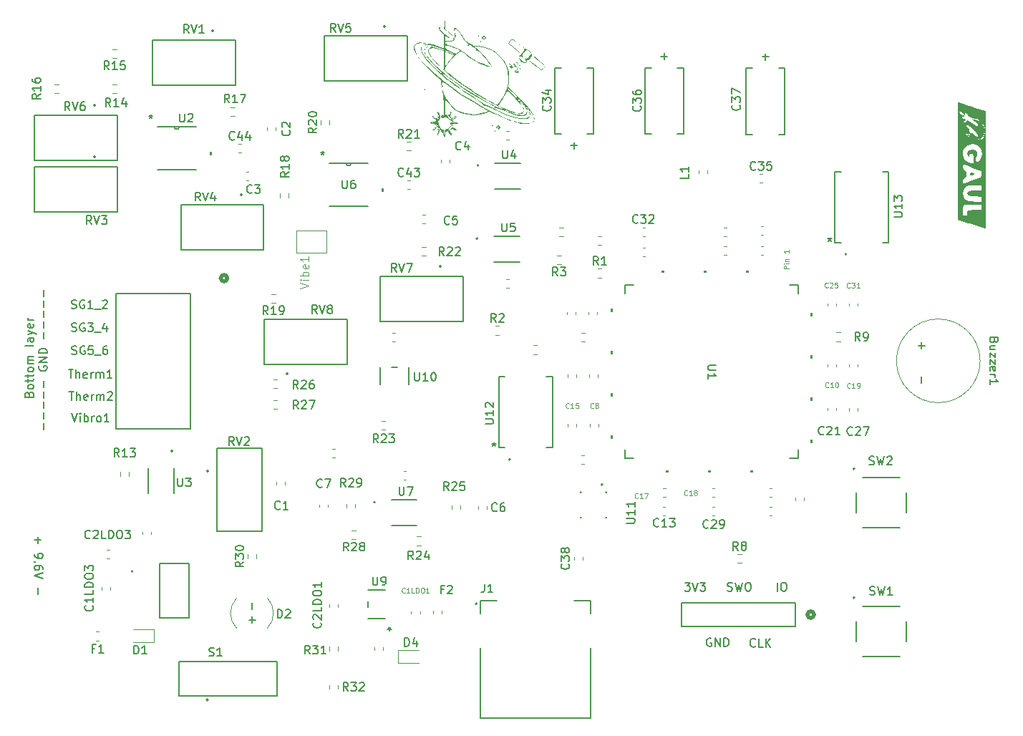
<source format=gbr>
%TF.GenerationSoftware,KiCad,Pcbnew,7.0.7*%
%TF.CreationDate,2024-06-02T12:30:49-04:00*%
%TF.ProjectId,Payload,5061796c-6f61-4642-9e6b-696361645f70,rev?*%
%TF.SameCoordinates,Original*%
%TF.FileFunction,Legend,Top*%
%TF.FilePolarity,Positive*%
%FSLAX46Y46*%
G04 Gerber Fmt 4.6, Leading zero omitted, Abs format (unit mm)*
G04 Created by KiCad (PCBNEW 7.0.7) date 2024-06-02 12:30:49*
%MOMM*%
%LPD*%
G01*
G04 APERTURE LIST*
%ADD10C,0.150000*%
%ADD11C,0.100000*%
%ADD12C,0.120000*%
%ADD13C,0.127000*%
%ADD14C,0.200000*%
%ADD15C,0.152400*%
%ADD16C,0.508000*%
G04 APERTURE END LIST*
D10*
X59483409Y-83201162D02*
X59531028Y-83058305D01*
X59531028Y-83058305D02*
X59578647Y-83010686D01*
X59578647Y-83010686D02*
X59673885Y-82963067D01*
X59673885Y-82963067D02*
X59816742Y-82963067D01*
X59816742Y-82963067D02*
X59911980Y-83010686D01*
X59911980Y-83010686D02*
X59959600Y-83058305D01*
X59959600Y-83058305D02*
X60007219Y-83153543D01*
X60007219Y-83153543D02*
X60007219Y-83534495D01*
X60007219Y-83534495D02*
X59007219Y-83534495D01*
X59007219Y-83534495D02*
X59007219Y-83201162D01*
X59007219Y-83201162D02*
X59054838Y-83105924D01*
X59054838Y-83105924D02*
X59102457Y-83058305D01*
X59102457Y-83058305D02*
X59197695Y-83010686D01*
X59197695Y-83010686D02*
X59292933Y-83010686D01*
X59292933Y-83010686D02*
X59388171Y-83058305D01*
X59388171Y-83058305D02*
X59435790Y-83105924D01*
X59435790Y-83105924D02*
X59483409Y-83201162D01*
X59483409Y-83201162D02*
X59483409Y-83534495D01*
X60007219Y-82391638D02*
X59959600Y-82486876D01*
X59959600Y-82486876D02*
X59911980Y-82534495D01*
X59911980Y-82534495D02*
X59816742Y-82582114D01*
X59816742Y-82582114D02*
X59531028Y-82582114D01*
X59531028Y-82582114D02*
X59435790Y-82534495D01*
X59435790Y-82534495D02*
X59388171Y-82486876D01*
X59388171Y-82486876D02*
X59340552Y-82391638D01*
X59340552Y-82391638D02*
X59340552Y-82248781D01*
X59340552Y-82248781D02*
X59388171Y-82153543D01*
X59388171Y-82153543D02*
X59435790Y-82105924D01*
X59435790Y-82105924D02*
X59531028Y-82058305D01*
X59531028Y-82058305D02*
X59816742Y-82058305D01*
X59816742Y-82058305D02*
X59911980Y-82105924D01*
X59911980Y-82105924D02*
X59959600Y-82153543D01*
X59959600Y-82153543D02*
X60007219Y-82248781D01*
X60007219Y-82248781D02*
X60007219Y-82391638D01*
X59340552Y-81772590D02*
X59340552Y-81391638D01*
X59007219Y-81629733D02*
X59864361Y-81629733D01*
X59864361Y-81629733D02*
X59959600Y-81582114D01*
X59959600Y-81582114D02*
X60007219Y-81486876D01*
X60007219Y-81486876D02*
X60007219Y-81391638D01*
X59340552Y-81201161D02*
X59340552Y-80820209D01*
X59007219Y-81058304D02*
X59864361Y-81058304D01*
X59864361Y-81058304D02*
X59959600Y-81010685D01*
X59959600Y-81010685D02*
X60007219Y-80915447D01*
X60007219Y-80915447D02*
X60007219Y-80820209D01*
X60007219Y-80344018D02*
X59959600Y-80439256D01*
X59959600Y-80439256D02*
X59911980Y-80486875D01*
X59911980Y-80486875D02*
X59816742Y-80534494D01*
X59816742Y-80534494D02*
X59531028Y-80534494D01*
X59531028Y-80534494D02*
X59435790Y-80486875D01*
X59435790Y-80486875D02*
X59388171Y-80439256D01*
X59388171Y-80439256D02*
X59340552Y-80344018D01*
X59340552Y-80344018D02*
X59340552Y-80201161D01*
X59340552Y-80201161D02*
X59388171Y-80105923D01*
X59388171Y-80105923D02*
X59435790Y-80058304D01*
X59435790Y-80058304D02*
X59531028Y-80010685D01*
X59531028Y-80010685D02*
X59816742Y-80010685D01*
X59816742Y-80010685D02*
X59911980Y-80058304D01*
X59911980Y-80058304D02*
X59959600Y-80105923D01*
X59959600Y-80105923D02*
X60007219Y-80201161D01*
X60007219Y-80201161D02*
X60007219Y-80344018D01*
X60007219Y-79582113D02*
X59340552Y-79582113D01*
X59435790Y-79582113D02*
X59388171Y-79534494D01*
X59388171Y-79534494D02*
X59340552Y-79439256D01*
X59340552Y-79439256D02*
X59340552Y-79296399D01*
X59340552Y-79296399D02*
X59388171Y-79201161D01*
X59388171Y-79201161D02*
X59483409Y-79153542D01*
X59483409Y-79153542D02*
X60007219Y-79153542D01*
X59483409Y-79153542D02*
X59388171Y-79105923D01*
X59388171Y-79105923D02*
X59340552Y-79010685D01*
X59340552Y-79010685D02*
X59340552Y-78867828D01*
X59340552Y-78867828D02*
X59388171Y-78772589D01*
X59388171Y-78772589D02*
X59483409Y-78724970D01*
X59483409Y-78724970D02*
X60007219Y-78724970D01*
X60007219Y-77344018D02*
X59959600Y-77439256D01*
X59959600Y-77439256D02*
X59864361Y-77486875D01*
X59864361Y-77486875D02*
X59007219Y-77486875D01*
X60007219Y-76534494D02*
X59483409Y-76534494D01*
X59483409Y-76534494D02*
X59388171Y-76582113D01*
X59388171Y-76582113D02*
X59340552Y-76677351D01*
X59340552Y-76677351D02*
X59340552Y-76867827D01*
X59340552Y-76867827D02*
X59388171Y-76963065D01*
X59959600Y-76534494D02*
X60007219Y-76629732D01*
X60007219Y-76629732D02*
X60007219Y-76867827D01*
X60007219Y-76867827D02*
X59959600Y-76963065D01*
X59959600Y-76963065D02*
X59864361Y-77010684D01*
X59864361Y-77010684D02*
X59769123Y-77010684D01*
X59769123Y-77010684D02*
X59673885Y-76963065D01*
X59673885Y-76963065D02*
X59626266Y-76867827D01*
X59626266Y-76867827D02*
X59626266Y-76629732D01*
X59626266Y-76629732D02*
X59578647Y-76534494D01*
X59340552Y-76153541D02*
X60007219Y-75915446D01*
X59340552Y-75677351D02*
X60007219Y-75915446D01*
X60007219Y-75915446D02*
X60245314Y-76010684D01*
X60245314Y-76010684D02*
X60292933Y-76058303D01*
X60292933Y-76058303D02*
X60340552Y-76153541D01*
X59959600Y-74915446D02*
X60007219Y-75010684D01*
X60007219Y-75010684D02*
X60007219Y-75201160D01*
X60007219Y-75201160D02*
X59959600Y-75296398D01*
X59959600Y-75296398D02*
X59864361Y-75344017D01*
X59864361Y-75344017D02*
X59483409Y-75344017D01*
X59483409Y-75344017D02*
X59388171Y-75296398D01*
X59388171Y-75296398D02*
X59340552Y-75201160D01*
X59340552Y-75201160D02*
X59340552Y-75010684D01*
X59340552Y-75010684D02*
X59388171Y-74915446D01*
X59388171Y-74915446D02*
X59483409Y-74867827D01*
X59483409Y-74867827D02*
X59578647Y-74867827D01*
X59578647Y-74867827D02*
X59673885Y-75344017D01*
X60007219Y-74439255D02*
X59340552Y-74439255D01*
X59531028Y-74439255D02*
X59435790Y-74391636D01*
X59435790Y-74391636D02*
X59388171Y-74344017D01*
X59388171Y-74344017D02*
X59340552Y-74248779D01*
X59340552Y-74248779D02*
X59340552Y-74153541D01*
X61236266Y-87344020D02*
X61236266Y-86582116D01*
X61236266Y-86105925D02*
X61236266Y-85344021D01*
X61236266Y-84867830D02*
X61236266Y-84105926D01*
X61236266Y-83629735D02*
X61236266Y-82867831D01*
X61236266Y-82391640D02*
X61236266Y-81629736D01*
X60664838Y-79867831D02*
X60617219Y-79963069D01*
X60617219Y-79963069D02*
X60617219Y-80105926D01*
X60617219Y-80105926D02*
X60664838Y-80248783D01*
X60664838Y-80248783D02*
X60760076Y-80344021D01*
X60760076Y-80344021D02*
X60855314Y-80391640D01*
X60855314Y-80391640D02*
X61045790Y-80439259D01*
X61045790Y-80439259D02*
X61188647Y-80439259D01*
X61188647Y-80439259D02*
X61379123Y-80391640D01*
X61379123Y-80391640D02*
X61474361Y-80344021D01*
X61474361Y-80344021D02*
X61569600Y-80248783D01*
X61569600Y-80248783D02*
X61617219Y-80105926D01*
X61617219Y-80105926D02*
X61617219Y-80010688D01*
X61617219Y-80010688D02*
X61569600Y-79867831D01*
X61569600Y-79867831D02*
X61521980Y-79820212D01*
X61521980Y-79820212D02*
X61188647Y-79820212D01*
X61188647Y-79820212D02*
X61188647Y-80010688D01*
X61617219Y-79391640D02*
X60617219Y-79391640D01*
X60617219Y-79391640D02*
X61617219Y-78820212D01*
X61617219Y-78820212D02*
X60617219Y-78820212D01*
X61617219Y-78344021D02*
X60617219Y-78344021D01*
X60617219Y-78344021D02*
X60617219Y-78105926D01*
X60617219Y-78105926D02*
X60664838Y-77963069D01*
X60664838Y-77963069D02*
X60760076Y-77867831D01*
X60760076Y-77867831D02*
X60855314Y-77820212D01*
X60855314Y-77820212D02*
X61045790Y-77772593D01*
X61045790Y-77772593D02*
X61188647Y-77772593D01*
X61188647Y-77772593D02*
X61379123Y-77820212D01*
X61379123Y-77820212D02*
X61474361Y-77867831D01*
X61474361Y-77867831D02*
X61569600Y-77963069D01*
X61569600Y-77963069D02*
X61617219Y-78105926D01*
X61617219Y-78105926D02*
X61617219Y-78344021D01*
X61236266Y-76582116D02*
X61236266Y-75820212D01*
X61236266Y-75344021D02*
X61236266Y-74582117D01*
X61236266Y-74105926D02*
X61236266Y-73344022D01*
X61236266Y-72867831D02*
X61236266Y-72105927D01*
X61236266Y-71629736D02*
X61236266Y-70867832D01*
X64532122Y-85458419D02*
X64865455Y-86458419D01*
X64865455Y-86458419D02*
X65198788Y-85458419D01*
X65532122Y-86458419D02*
X65532122Y-85791752D01*
X65532122Y-85458419D02*
X65484503Y-85506038D01*
X65484503Y-85506038D02*
X65532122Y-85553657D01*
X65532122Y-85553657D02*
X65579741Y-85506038D01*
X65579741Y-85506038D02*
X65532122Y-85458419D01*
X65532122Y-85458419D02*
X65532122Y-85553657D01*
X66008312Y-86458419D02*
X66008312Y-85458419D01*
X66008312Y-85839371D02*
X66103550Y-85791752D01*
X66103550Y-85791752D02*
X66294026Y-85791752D01*
X66294026Y-85791752D02*
X66389264Y-85839371D01*
X66389264Y-85839371D02*
X66436883Y-85886990D01*
X66436883Y-85886990D02*
X66484502Y-85982228D01*
X66484502Y-85982228D02*
X66484502Y-86267942D01*
X66484502Y-86267942D02*
X66436883Y-86363180D01*
X66436883Y-86363180D02*
X66389264Y-86410800D01*
X66389264Y-86410800D02*
X66294026Y-86458419D01*
X66294026Y-86458419D02*
X66103550Y-86458419D01*
X66103550Y-86458419D02*
X66008312Y-86410800D01*
X66913074Y-86458419D02*
X66913074Y-85791752D01*
X66913074Y-85982228D02*
X66960693Y-85886990D01*
X66960693Y-85886990D02*
X67008312Y-85839371D01*
X67008312Y-85839371D02*
X67103550Y-85791752D01*
X67103550Y-85791752D02*
X67198788Y-85791752D01*
X67674979Y-86458419D02*
X67579741Y-86410800D01*
X67579741Y-86410800D02*
X67532122Y-86363180D01*
X67532122Y-86363180D02*
X67484503Y-86267942D01*
X67484503Y-86267942D02*
X67484503Y-85982228D01*
X67484503Y-85982228D02*
X67532122Y-85886990D01*
X67532122Y-85886990D02*
X67579741Y-85839371D01*
X67579741Y-85839371D02*
X67674979Y-85791752D01*
X67674979Y-85791752D02*
X67817836Y-85791752D01*
X67817836Y-85791752D02*
X67913074Y-85839371D01*
X67913074Y-85839371D02*
X67960693Y-85886990D01*
X67960693Y-85886990D02*
X68008312Y-85982228D01*
X68008312Y-85982228D02*
X68008312Y-86267942D01*
X68008312Y-86267942D02*
X67960693Y-86363180D01*
X67960693Y-86363180D02*
X67913074Y-86410800D01*
X67913074Y-86410800D02*
X67817836Y-86458419D01*
X67817836Y-86458419D02*
X67674979Y-86458419D01*
X68960693Y-86458419D02*
X68389265Y-86458419D01*
X68674979Y-86458419D02*
X68674979Y-85458419D01*
X68674979Y-85458419D02*
X68579741Y-85601276D01*
X68579741Y-85601276D02*
X68484503Y-85696514D01*
X68484503Y-85696514D02*
X68389265Y-85744133D01*
X64201922Y-82893019D02*
X64773350Y-82893019D01*
X64487636Y-83893019D02*
X64487636Y-82893019D01*
X65106684Y-83893019D02*
X65106684Y-82893019D01*
X65535255Y-83893019D02*
X65535255Y-83369209D01*
X65535255Y-83369209D02*
X65487636Y-83273971D01*
X65487636Y-83273971D02*
X65392398Y-83226352D01*
X65392398Y-83226352D02*
X65249541Y-83226352D01*
X65249541Y-83226352D02*
X65154303Y-83273971D01*
X65154303Y-83273971D02*
X65106684Y-83321590D01*
X66392398Y-83845400D02*
X66297160Y-83893019D01*
X66297160Y-83893019D02*
X66106684Y-83893019D01*
X66106684Y-83893019D02*
X66011446Y-83845400D01*
X66011446Y-83845400D02*
X65963827Y-83750161D01*
X65963827Y-83750161D02*
X65963827Y-83369209D01*
X65963827Y-83369209D02*
X66011446Y-83273971D01*
X66011446Y-83273971D02*
X66106684Y-83226352D01*
X66106684Y-83226352D02*
X66297160Y-83226352D01*
X66297160Y-83226352D02*
X66392398Y-83273971D01*
X66392398Y-83273971D02*
X66440017Y-83369209D01*
X66440017Y-83369209D02*
X66440017Y-83464447D01*
X66440017Y-83464447D02*
X65963827Y-83559685D01*
X66868589Y-83893019D02*
X66868589Y-83226352D01*
X66868589Y-83416828D02*
X66916208Y-83321590D01*
X66916208Y-83321590D02*
X66963827Y-83273971D01*
X66963827Y-83273971D02*
X67059065Y-83226352D01*
X67059065Y-83226352D02*
X67154303Y-83226352D01*
X67487637Y-83893019D02*
X67487637Y-83226352D01*
X67487637Y-83321590D02*
X67535256Y-83273971D01*
X67535256Y-83273971D02*
X67630494Y-83226352D01*
X67630494Y-83226352D02*
X67773351Y-83226352D01*
X67773351Y-83226352D02*
X67868589Y-83273971D01*
X67868589Y-83273971D02*
X67916208Y-83369209D01*
X67916208Y-83369209D02*
X67916208Y-83893019D01*
X67916208Y-83369209D02*
X67963827Y-83273971D01*
X67963827Y-83273971D02*
X68059065Y-83226352D01*
X68059065Y-83226352D02*
X68201922Y-83226352D01*
X68201922Y-83226352D02*
X68297161Y-83273971D01*
X68297161Y-83273971D02*
X68344780Y-83369209D01*
X68344780Y-83369209D02*
X68344780Y-83893019D01*
X68773351Y-82988257D02*
X68820970Y-82940638D01*
X68820970Y-82940638D02*
X68916208Y-82893019D01*
X68916208Y-82893019D02*
X69154303Y-82893019D01*
X69154303Y-82893019D02*
X69249541Y-82940638D01*
X69249541Y-82940638D02*
X69297160Y-82988257D01*
X69297160Y-82988257D02*
X69344779Y-83083495D01*
X69344779Y-83083495D02*
X69344779Y-83178733D01*
X69344779Y-83178733D02*
X69297160Y-83321590D01*
X69297160Y-83321590D02*
X68725732Y-83893019D01*
X68725732Y-83893019D02*
X69344779Y-83893019D01*
X64151122Y-80302219D02*
X64722550Y-80302219D01*
X64436836Y-81302219D02*
X64436836Y-80302219D01*
X65055884Y-81302219D02*
X65055884Y-80302219D01*
X65484455Y-81302219D02*
X65484455Y-80778409D01*
X65484455Y-80778409D02*
X65436836Y-80683171D01*
X65436836Y-80683171D02*
X65341598Y-80635552D01*
X65341598Y-80635552D02*
X65198741Y-80635552D01*
X65198741Y-80635552D02*
X65103503Y-80683171D01*
X65103503Y-80683171D02*
X65055884Y-80730790D01*
X66341598Y-81254600D02*
X66246360Y-81302219D01*
X66246360Y-81302219D02*
X66055884Y-81302219D01*
X66055884Y-81302219D02*
X65960646Y-81254600D01*
X65960646Y-81254600D02*
X65913027Y-81159361D01*
X65913027Y-81159361D02*
X65913027Y-80778409D01*
X65913027Y-80778409D02*
X65960646Y-80683171D01*
X65960646Y-80683171D02*
X66055884Y-80635552D01*
X66055884Y-80635552D02*
X66246360Y-80635552D01*
X66246360Y-80635552D02*
X66341598Y-80683171D01*
X66341598Y-80683171D02*
X66389217Y-80778409D01*
X66389217Y-80778409D02*
X66389217Y-80873647D01*
X66389217Y-80873647D02*
X65913027Y-80968885D01*
X66817789Y-81302219D02*
X66817789Y-80635552D01*
X66817789Y-80826028D02*
X66865408Y-80730790D01*
X66865408Y-80730790D02*
X66913027Y-80683171D01*
X66913027Y-80683171D02*
X67008265Y-80635552D01*
X67008265Y-80635552D02*
X67103503Y-80635552D01*
X67436837Y-81302219D02*
X67436837Y-80635552D01*
X67436837Y-80730790D02*
X67484456Y-80683171D01*
X67484456Y-80683171D02*
X67579694Y-80635552D01*
X67579694Y-80635552D02*
X67722551Y-80635552D01*
X67722551Y-80635552D02*
X67817789Y-80683171D01*
X67817789Y-80683171D02*
X67865408Y-80778409D01*
X67865408Y-80778409D02*
X67865408Y-81302219D01*
X67865408Y-80778409D02*
X67913027Y-80683171D01*
X67913027Y-80683171D02*
X68008265Y-80635552D01*
X68008265Y-80635552D02*
X68151122Y-80635552D01*
X68151122Y-80635552D02*
X68246361Y-80683171D01*
X68246361Y-80683171D02*
X68293980Y-80778409D01*
X68293980Y-80778409D02*
X68293980Y-81302219D01*
X69293979Y-81302219D02*
X68722551Y-81302219D01*
X69008265Y-81302219D02*
X69008265Y-80302219D01*
X69008265Y-80302219D02*
X68913027Y-80445076D01*
X68913027Y-80445076D02*
X68817789Y-80540314D01*
X68817789Y-80540314D02*
X68722551Y-80587933D01*
X64551160Y-78435200D02*
X64694017Y-78482819D01*
X64694017Y-78482819D02*
X64932112Y-78482819D01*
X64932112Y-78482819D02*
X65027350Y-78435200D01*
X65027350Y-78435200D02*
X65074969Y-78387580D01*
X65074969Y-78387580D02*
X65122588Y-78292342D01*
X65122588Y-78292342D02*
X65122588Y-78197104D01*
X65122588Y-78197104D02*
X65074969Y-78101866D01*
X65074969Y-78101866D02*
X65027350Y-78054247D01*
X65027350Y-78054247D02*
X64932112Y-78006628D01*
X64932112Y-78006628D02*
X64741636Y-77959009D01*
X64741636Y-77959009D02*
X64646398Y-77911390D01*
X64646398Y-77911390D02*
X64598779Y-77863771D01*
X64598779Y-77863771D02*
X64551160Y-77768533D01*
X64551160Y-77768533D02*
X64551160Y-77673295D01*
X64551160Y-77673295D02*
X64598779Y-77578057D01*
X64598779Y-77578057D02*
X64646398Y-77530438D01*
X64646398Y-77530438D02*
X64741636Y-77482819D01*
X64741636Y-77482819D02*
X64979731Y-77482819D01*
X64979731Y-77482819D02*
X65122588Y-77530438D01*
X66074969Y-77530438D02*
X65979731Y-77482819D01*
X65979731Y-77482819D02*
X65836874Y-77482819D01*
X65836874Y-77482819D02*
X65694017Y-77530438D01*
X65694017Y-77530438D02*
X65598779Y-77625676D01*
X65598779Y-77625676D02*
X65551160Y-77720914D01*
X65551160Y-77720914D02*
X65503541Y-77911390D01*
X65503541Y-77911390D02*
X65503541Y-78054247D01*
X65503541Y-78054247D02*
X65551160Y-78244723D01*
X65551160Y-78244723D02*
X65598779Y-78339961D01*
X65598779Y-78339961D02*
X65694017Y-78435200D01*
X65694017Y-78435200D02*
X65836874Y-78482819D01*
X65836874Y-78482819D02*
X65932112Y-78482819D01*
X65932112Y-78482819D02*
X66074969Y-78435200D01*
X66074969Y-78435200D02*
X66122588Y-78387580D01*
X66122588Y-78387580D02*
X66122588Y-78054247D01*
X66122588Y-78054247D02*
X65932112Y-78054247D01*
X67027350Y-77482819D02*
X66551160Y-77482819D01*
X66551160Y-77482819D02*
X66503541Y-77959009D01*
X66503541Y-77959009D02*
X66551160Y-77911390D01*
X66551160Y-77911390D02*
X66646398Y-77863771D01*
X66646398Y-77863771D02*
X66884493Y-77863771D01*
X66884493Y-77863771D02*
X66979731Y-77911390D01*
X66979731Y-77911390D02*
X67027350Y-77959009D01*
X67027350Y-77959009D02*
X67074969Y-78054247D01*
X67074969Y-78054247D02*
X67074969Y-78292342D01*
X67074969Y-78292342D02*
X67027350Y-78387580D01*
X67027350Y-78387580D02*
X66979731Y-78435200D01*
X66979731Y-78435200D02*
X66884493Y-78482819D01*
X66884493Y-78482819D02*
X66646398Y-78482819D01*
X66646398Y-78482819D02*
X66551160Y-78435200D01*
X66551160Y-78435200D02*
X66503541Y-78387580D01*
X67265446Y-78578057D02*
X68027350Y-78578057D01*
X68694017Y-77482819D02*
X68503541Y-77482819D01*
X68503541Y-77482819D02*
X68408303Y-77530438D01*
X68408303Y-77530438D02*
X68360684Y-77578057D01*
X68360684Y-77578057D02*
X68265446Y-77720914D01*
X68265446Y-77720914D02*
X68217827Y-77911390D01*
X68217827Y-77911390D02*
X68217827Y-78292342D01*
X68217827Y-78292342D02*
X68265446Y-78387580D01*
X68265446Y-78387580D02*
X68313065Y-78435200D01*
X68313065Y-78435200D02*
X68408303Y-78482819D01*
X68408303Y-78482819D02*
X68598779Y-78482819D01*
X68598779Y-78482819D02*
X68694017Y-78435200D01*
X68694017Y-78435200D02*
X68741636Y-78387580D01*
X68741636Y-78387580D02*
X68789255Y-78292342D01*
X68789255Y-78292342D02*
X68789255Y-78054247D01*
X68789255Y-78054247D02*
X68741636Y-77959009D01*
X68741636Y-77959009D02*
X68694017Y-77911390D01*
X68694017Y-77911390D02*
X68598779Y-77863771D01*
X68598779Y-77863771D02*
X68408303Y-77863771D01*
X68408303Y-77863771D02*
X68313065Y-77911390D01*
X68313065Y-77911390D02*
X68265446Y-77959009D01*
X68265446Y-77959009D02*
X68217827Y-78054247D01*
X64525760Y-75717400D02*
X64668617Y-75765019D01*
X64668617Y-75765019D02*
X64906712Y-75765019D01*
X64906712Y-75765019D02*
X65001950Y-75717400D01*
X65001950Y-75717400D02*
X65049569Y-75669780D01*
X65049569Y-75669780D02*
X65097188Y-75574542D01*
X65097188Y-75574542D02*
X65097188Y-75479304D01*
X65097188Y-75479304D02*
X65049569Y-75384066D01*
X65049569Y-75384066D02*
X65001950Y-75336447D01*
X65001950Y-75336447D02*
X64906712Y-75288828D01*
X64906712Y-75288828D02*
X64716236Y-75241209D01*
X64716236Y-75241209D02*
X64620998Y-75193590D01*
X64620998Y-75193590D02*
X64573379Y-75145971D01*
X64573379Y-75145971D02*
X64525760Y-75050733D01*
X64525760Y-75050733D02*
X64525760Y-74955495D01*
X64525760Y-74955495D02*
X64573379Y-74860257D01*
X64573379Y-74860257D02*
X64620998Y-74812638D01*
X64620998Y-74812638D02*
X64716236Y-74765019D01*
X64716236Y-74765019D02*
X64954331Y-74765019D01*
X64954331Y-74765019D02*
X65097188Y-74812638D01*
X66049569Y-74812638D02*
X65954331Y-74765019D01*
X65954331Y-74765019D02*
X65811474Y-74765019D01*
X65811474Y-74765019D02*
X65668617Y-74812638D01*
X65668617Y-74812638D02*
X65573379Y-74907876D01*
X65573379Y-74907876D02*
X65525760Y-75003114D01*
X65525760Y-75003114D02*
X65478141Y-75193590D01*
X65478141Y-75193590D02*
X65478141Y-75336447D01*
X65478141Y-75336447D02*
X65525760Y-75526923D01*
X65525760Y-75526923D02*
X65573379Y-75622161D01*
X65573379Y-75622161D02*
X65668617Y-75717400D01*
X65668617Y-75717400D02*
X65811474Y-75765019D01*
X65811474Y-75765019D02*
X65906712Y-75765019D01*
X65906712Y-75765019D02*
X66049569Y-75717400D01*
X66049569Y-75717400D02*
X66097188Y-75669780D01*
X66097188Y-75669780D02*
X66097188Y-75336447D01*
X66097188Y-75336447D02*
X65906712Y-75336447D01*
X66430522Y-74765019D02*
X67049569Y-74765019D01*
X67049569Y-74765019D02*
X66716236Y-75145971D01*
X66716236Y-75145971D02*
X66859093Y-75145971D01*
X66859093Y-75145971D02*
X66954331Y-75193590D01*
X66954331Y-75193590D02*
X67001950Y-75241209D01*
X67001950Y-75241209D02*
X67049569Y-75336447D01*
X67049569Y-75336447D02*
X67049569Y-75574542D01*
X67049569Y-75574542D02*
X67001950Y-75669780D01*
X67001950Y-75669780D02*
X66954331Y-75717400D01*
X66954331Y-75717400D02*
X66859093Y-75765019D01*
X66859093Y-75765019D02*
X66573379Y-75765019D01*
X66573379Y-75765019D02*
X66478141Y-75717400D01*
X66478141Y-75717400D02*
X66430522Y-75669780D01*
X67240046Y-75860257D02*
X68001950Y-75860257D01*
X68668617Y-75098352D02*
X68668617Y-75765019D01*
X68430522Y-74717400D02*
X68192427Y-75431685D01*
X68192427Y-75431685D02*
X68811474Y-75431685D01*
X64500360Y-72999600D02*
X64643217Y-73047219D01*
X64643217Y-73047219D02*
X64881312Y-73047219D01*
X64881312Y-73047219D02*
X64976550Y-72999600D01*
X64976550Y-72999600D02*
X65024169Y-72951980D01*
X65024169Y-72951980D02*
X65071788Y-72856742D01*
X65071788Y-72856742D02*
X65071788Y-72761504D01*
X65071788Y-72761504D02*
X65024169Y-72666266D01*
X65024169Y-72666266D02*
X64976550Y-72618647D01*
X64976550Y-72618647D02*
X64881312Y-72571028D01*
X64881312Y-72571028D02*
X64690836Y-72523409D01*
X64690836Y-72523409D02*
X64595598Y-72475790D01*
X64595598Y-72475790D02*
X64547979Y-72428171D01*
X64547979Y-72428171D02*
X64500360Y-72332933D01*
X64500360Y-72332933D02*
X64500360Y-72237695D01*
X64500360Y-72237695D02*
X64547979Y-72142457D01*
X64547979Y-72142457D02*
X64595598Y-72094838D01*
X64595598Y-72094838D02*
X64690836Y-72047219D01*
X64690836Y-72047219D02*
X64928931Y-72047219D01*
X64928931Y-72047219D02*
X65071788Y-72094838D01*
X66024169Y-72094838D02*
X65928931Y-72047219D01*
X65928931Y-72047219D02*
X65786074Y-72047219D01*
X65786074Y-72047219D02*
X65643217Y-72094838D01*
X65643217Y-72094838D02*
X65547979Y-72190076D01*
X65547979Y-72190076D02*
X65500360Y-72285314D01*
X65500360Y-72285314D02*
X65452741Y-72475790D01*
X65452741Y-72475790D02*
X65452741Y-72618647D01*
X65452741Y-72618647D02*
X65500360Y-72809123D01*
X65500360Y-72809123D02*
X65547979Y-72904361D01*
X65547979Y-72904361D02*
X65643217Y-72999600D01*
X65643217Y-72999600D02*
X65786074Y-73047219D01*
X65786074Y-73047219D02*
X65881312Y-73047219D01*
X65881312Y-73047219D02*
X66024169Y-72999600D01*
X66024169Y-72999600D02*
X66071788Y-72951980D01*
X66071788Y-72951980D02*
X66071788Y-72618647D01*
X66071788Y-72618647D02*
X65881312Y-72618647D01*
X67024169Y-73047219D02*
X66452741Y-73047219D01*
X66738455Y-73047219D02*
X66738455Y-72047219D01*
X66738455Y-72047219D02*
X66643217Y-72190076D01*
X66643217Y-72190076D02*
X66547979Y-72285314D01*
X66547979Y-72285314D02*
X66452741Y-72332933D01*
X67214646Y-73142457D02*
X67976550Y-73142457D01*
X68167027Y-72142457D02*
X68214646Y-72094838D01*
X68214646Y-72094838D02*
X68309884Y-72047219D01*
X68309884Y-72047219D02*
X68547979Y-72047219D01*
X68547979Y-72047219D02*
X68643217Y-72094838D01*
X68643217Y-72094838D02*
X68690836Y-72142457D01*
X68690836Y-72142457D02*
X68738455Y-72237695D01*
X68738455Y-72237695D02*
X68738455Y-72332933D01*
X68738455Y-72332933D02*
X68690836Y-72475790D01*
X68690836Y-72475790D02*
X68119408Y-73047219D01*
X68119408Y-73047219D02*
X68738455Y-73047219D01*
D11*
X149324171Y-68345953D02*
X148724171Y-68345953D01*
X148724171Y-68345953D02*
X148724171Y-68117382D01*
X148724171Y-68117382D02*
X148752742Y-68060239D01*
X148752742Y-68060239D02*
X148781314Y-68031668D01*
X148781314Y-68031668D02*
X148838457Y-68003096D01*
X148838457Y-68003096D02*
X148924171Y-68003096D01*
X148924171Y-68003096D02*
X148981314Y-68031668D01*
X148981314Y-68031668D02*
X149009885Y-68060239D01*
X149009885Y-68060239D02*
X149038457Y-68117382D01*
X149038457Y-68117382D02*
X149038457Y-68345953D01*
X149324171Y-67745953D02*
X148924171Y-67745953D01*
X148724171Y-67745953D02*
X148752742Y-67774525D01*
X148752742Y-67774525D02*
X148781314Y-67745953D01*
X148781314Y-67745953D02*
X148752742Y-67717382D01*
X148752742Y-67717382D02*
X148724171Y-67745953D01*
X148724171Y-67745953D02*
X148781314Y-67745953D01*
X148924171Y-67460239D02*
X149324171Y-67460239D01*
X148981314Y-67460239D02*
X148952742Y-67431668D01*
X148952742Y-67431668D02*
X148924171Y-67374525D01*
X148924171Y-67374525D02*
X148924171Y-67288811D01*
X148924171Y-67288811D02*
X148952742Y-67231668D01*
X148952742Y-67231668D02*
X149009885Y-67203097D01*
X149009885Y-67203097D02*
X149324171Y-67203097D01*
X149324171Y-66145954D02*
X149324171Y-66488811D01*
X149324171Y-66317382D02*
X148724171Y-66317382D01*
X148724171Y-66317382D02*
X148809885Y-66374525D01*
X148809885Y-66374525D02*
X148867028Y-66431668D01*
X148867028Y-66431668D02*
X148895600Y-66488811D01*
D10*
X114474836Y-88912819D02*
X114474836Y-89150914D01*
X114236741Y-89055676D02*
X114474836Y-89150914D01*
X114474836Y-89150914D02*
X114712931Y-89055676D01*
X114331979Y-89341390D02*
X114474836Y-89150914D01*
X114474836Y-89150914D02*
X114617693Y-89341390D01*
X154175036Y-64655819D02*
X154175036Y-64893914D01*
X153936941Y-64798676D02*
X154175036Y-64893914D01*
X154175036Y-64893914D02*
X154413131Y-64798676D01*
X154032179Y-65084390D02*
X154175036Y-64893914D01*
X154175036Y-64893914D02*
X154317893Y-65084390D01*
X147986979Y-106473619D02*
X147986979Y-105473619D01*
X148653645Y-105473619D02*
X148844121Y-105473619D01*
X148844121Y-105473619D02*
X148939359Y-105521238D01*
X148939359Y-105521238D02*
X149034597Y-105616476D01*
X149034597Y-105616476D02*
X149082216Y-105806952D01*
X149082216Y-105806952D02*
X149082216Y-106140285D01*
X149082216Y-106140285D02*
X149034597Y-106330761D01*
X149034597Y-106330761D02*
X148939359Y-106426000D01*
X148939359Y-106426000D02*
X148844121Y-106473619D01*
X148844121Y-106473619D02*
X148653645Y-106473619D01*
X148653645Y-106473619D02*
X148558407Y-106426000D01*
X148558407Y-106426000D02*
X148463169Y-106330761D01*
X148463169Y-106330761D02*
X148415550Y-106140285D01*
X148415550Y-106140285D02*
X148415550Y-105806952D01*
X148415550Y-105806952D02*
X148463169Y-105616476D01*
X148463169Y-105616476D02*
X148558407Y-105521238D01*
X148558407Y-105521238D02*
X148653645Y-105473619D01*
X140154188Y-112074438D02*
X140058950Y-112026819D01*
X140058950Y-112026819D02*
X139916093Y-112026819D01*
X139916093Y-112026819D02*
X139773236Y-112074438D01*
X139773236Y-112074438D02*
X139677998Y-112169676D01*
X139677998Y-112169676D02*
X139630379Y-112264914D01*
X139630379Y-112264914D02*
X139582760Y-112455390D01*
X139582760Y-112455390D02*
X139582760Y-112598247D01*
X139582760Y-112598247D02*
X139630379Y-112788723D01*
X139630379Y-112788723D02*
X139677998Y-112883961D01*
X139677998Y-112883961D02*
X139773236Y-112979200D01*
X139773236Y-112979200D02*
X139916093Y-113026819D01*
X139916093Y-113026819D02*
X140011331Y-113026819D01*
X140011331Y-113026819D02*
X140154188Y-112979200D01*
X140154188Y-112979200D02*
X140201807Y-112931580D01*
X140201807Y-112931580D02*
X140201807Y-112598247D01*
X140201807Y-112598247D02*
X140011331Y-112598247D01*
X140630379Y-113026819D02*
X140630379Y-112026819D01*
X140630379Y-112026819D02*
X141201807Y-113026819D01*
X141201807Y-113026819D02*
X141201807Y-112026819D01*
X141677998Y-113026819D02*
X141677998Y-112026819D01*
X141677998Y-112026819D02*
X141916093Y-112026819D01*
X141916093Y-112026819D02*
X142058950Y-112074438D01*
X142058950Y-112074438D02*
X142154188Y-112169676D01*
X142154188Y-112169676D02*
X142201807Y-112264914D01*
X142201807Y-112264914D02*
X142249426Y-112455390D01*
X142249426Y-112455390D02*
X142249426Y-112598247D01*
X142249426Y-112598247D02*
X142201807Y-112788723D01*
X142201807Y-112788723D02*
X142154188Y-112883961D01*
X142154188Y-112883961D02*
X142058950Y-112979200D01*
X142058950Y-112979200D02*
X141916093Y-113026819D01*
X141916093Y-113026819D02*
X141677998Y-113026819D01*
X142097360Y-106426000D02*
X142240217Y-106473619D01*
X142240217Y-106473619D02*
X142478312Y-106473619D01*
X142478312Y-106473619D02*
X142573550Y-106426000D01*
X142573550Y-106426000D02*
X142621169Y-106378380D01*
X142621169Y-106378380D02*
X142668788Y-106283142D01*
X142668788Y-106283142D02*
X142668788Y-106187904D01*
X142668788Y-106187904D02*
X142621169Y-106092666D01*
X142621169Y-106092666D02*
X142573550Y-106045047D01*
X142573550Y-106045047D02*
X142478312Y-105997428D01*
X142478312Y-105997428D02*
X142287836Y-105949809D01*
X142287836Y-105949809D02*
X142192598Y-105902190D01*
X142192598Y-105902190D02*
X142144979Y-105854571D01*
X142144979Y-105854571D02*
X142097360Y-105759333D01*
X142097360Y-105759333D02*
X142097360Y-105664095D01*
X142097360Y-105664095D02*
X142144979Y-105568857D01*
X142144979Y-105568857D02*
X142192598Y-105521238D01*
X142192598Y-105521238D02*
X142287836Y-105473619D01*
X142287836Y-105473619D02*
X142525931Y-105473619D01*
X142525931Y-105473619D02*
X142668788Y-105521238D01*
X143002122Y-105473619D02*
X143240217Y-106473619D01*
X143240217Y-106473619D02*
X143430693Y-105759333D01*
X143430693Y-105759333D02*
X143621169Y-106473619D01*
X143621169Y-106473619D02*
X143859265Y-105473619D01*
X144430693Y-105473619D02*
X144621169Y-105473619D01*
X144621169Y-105473619D02*
X144716407Y-105521238D01*
X144716407Y-105521238D02*
X144811645Y-105616476D01*
X144811645Y-105616476D02*
X144859264Y-105806952D01*
X144859264Y-105806952D02*
X144859264Y-106140285D01*
X144859264Y-106140285D02*
X144811645Y-106330761D01*
X144811645Y-106330761D02*
X144716407Y-106426000D01*
X144716407Y-106426000D02*
X144621169Y-106473619D01*
X144621169Y-106473619D02*
X144430693Y-106473619D01*
X144430693Y-106473619D02*
X144335455Y-106426000D01*
X144335455Y-106426000D02*
X144240217Y-106330761D01*
X144240217Y-106330761D02*
X144192598Y-106140285D01*
X144192598Y-106140285D02*
X144192598Y-105806952D01*
X144192598Y-105806952D02*
X144240217Y-105616476D01*
X144240217Y-105616476D02*
X144335455Y-105521238D01*
X144335455Y-105521238D02*
X144430693Y-105473619D01*
X145383407Y-112982380D02*
X145335788Y-113030000D01*
X145335788Y-113030000D02*
X145192931Y-113077619D01*
X145192931Y-113077619D02*
X145097693Y-113077619D01*
X145097693Y-113077619D02*
X144954836Y-113030000D01*
X144954836Y-113030000D02*
X144859598Y-112934761D01*
X144859598Y-112934761D02*
X144811979Y-112839523D01*
X144811979Y-112839523D02*
X144764360Y-112649047D01*
X144764360Y-112649047D02*
X144764360Y-112506190D01*
X144764360Y-112506190D02*
X144811979Y-112315714D01*
X144811979Y-112315714D02*
X144859598Y-112220476D01*
X144859598Y-112220476D02*
X144954836Y-112125238D01*
X144954836Y-112125238D02*
X145097693Y-112077619D01*
X145097693Y-112077619D02*
X145192931Y-112077619D01*
X145192931Y-112077619D02*
X145335788Y-112125238D01*
X145335788Y-112125238D02*
X145383407Y-112172857D01*
X146288169Y-113077619D02*
X145811979Y-113077619D01*
X145811979Y-113077619D02*
X145811979Y-112077619D01*
X146621503Y-113077619D02*
X146621503Y-112077619D01*
X147192931Y-113077619D02*
X146764360Y-112506190D01*
X147192931Y-112077619D02*
X146621503Y-112649047D01*
X137045941Y-105473619D02*
X137664988Y-105473619D01*
X137664988Y-105473619D02*
X137331655Y-105854571D01*
X137331655Y-105854571D02*
X137474512Y-105854571D01*
X137474512Y-105854571D02*
X137569750Y-105902190D01*
X137569750Y-105902190D02*
X137617369Y-105949809D01*
X137617369Y-105949809D02*
X137664988Y-106045047D01*
X137664988Y-106045047D02*
X137664988Y-106283142D01*
X137664988Y-106283142D02*
X137617369Y-106378380D01*
X137617369Y-106378380D02*
X137569750Y-106426000D01*
X137569750Y-106426000D02*
X137474512Y-106473619D01*
X137474512Y-106473619D02*
X137188798Y-106473619D01*
X137188798Y-106473619D02*
X137093560Y-106426000D01*
X137093560Y-106426000D02*
X137045941Y-106378380D01*
X137950703Y-105473619D02*
X138284036Y-106473619D01*
X138284036Y-106473619D02*
X138617369Y-105473619D01*
X138855465Y-105473619D02*
X139474512Y-105473619D01*
X139474512Y-105473619D02*
X139141179Y-105854571D01*
X139141179Y-105854571D02*
X139284036Y-105854571D01*
X139284036Y-105854571D02*
X139379274Y-105902190D01*
X139379274Y-105902190D02*
X139426893Y-105949809D01*
X139426893Y-105949809D02*
X139474512Y-106045047D01*
X139474512Y-106045047D02*
X139474512Y-106283142D01*
X139474512Y-106283142D02*
X139426893Y-106378380D01*
X139426893Y-106378380D02*
X139379274Y-106426000D01*
X139379274Y-106426000D02*
X139284036Y-106473619D01*
X139284036Y-106473619D02*
X138998322Y-106473619D01*
X138998322Y-106473619D02*
X138903084Y-106426000D01*
X138903084Y-106426000D02*
X138855465Y-106378380D01*
D11*
X137333085Y-95084228D02*
X137304513Y-95112800D01*
X137304513Y-95112800D02*
X137218799Y-95141371D01*
X137218799Y-95141371D02*
X137161656Y-95141371D01*
X137161656Y-95141371D02*
X137075942Y-95112800D01*
X137075942Y-95112800D02*
X137018799Y-95055657D01*
X137018799Y-95055657D02*
X136990228Y-94998514D01*
X136990228Y-94998514D02*
X136961656Y-94884228D01*
X136961656Y-94884228D02*
X136961656Y-94798514D01*
X136961656Y-94798514D02*
X136990228Y-94684228D01*
X136990228Y-94684228D02*
X137018799Y-94627085D01*
X137018799Y-94627085D02*
X137075942Y-94569942D01*
X137075942Y-94569942D02*
X137161656Y-94541371D01*
X137161656Y-94541371D02*
X137218799Y-94541371D01*
X137218799Y-94541371D02*
X137304513Y-94569942D01*
X137304513Y-94569942D02*
X137333085Y-94598514D01*
X137904513Y-95141371D02*
X137561656Y-95141371D01*
X137733085Y-95141371D02*
X137733085Y-94541371D01*
X137733085Y-94541371D02*
X137675942Y-94627085D01*
X137675942Y-94627085D02*
X137618799Y-94684228D01*
X137618799Y-94684228D02*
X137561656Y-94712800D01*
X138247371Y-94798514D02*
X138190228Y-94769942D01*
X138190228Y-94769942D02*
X138161657Y-94741371D01*
X138161657Y-94741371D02*
X138133085Y-94684228D01*
X138133085Y-94684228D02*
X138133085Y-94655657D01*
X138133085Y-94655657D02*
X138161657Y-94598514D01*
X138161657Y-94598514D02*
X138190228Y-94569942D01*
X138190228Y-94569942D02*
X138247371Y-94541371D01*
X138247371Y-94541371D02*
X138361657Y-94541371D01*
X138361657Y-94541371D02*
X138418800Y-94569942D01*
X138418800Y-94569942D02*
X138447371Y-94598514D01*
X138447371Y-94598514D02*
X138475942Y-94655657D01*
X138475942Y-94655657D02*
X138475942Y-94684228D01*
X138475942Y-94684228D02*
X138447371Y-94741371D01*
X138447371Y-94741371D02*
X138418800Y-94769942D01*
X138418800Y-94769942D02*
X138361657Y-94798514D01*
X138361657Y-94798514D02*
X138247371Y-94798514D01*
X138247371Y-94798514D02*
X138190228Y-94827085D01*
X138190228Y-94827085D02*
X138161657Y-94855657D01*
X138161657Y-94855657D02*
X138133085Y-94912800D01*
X138133085Y-94912800D02*
X138133085Y-95027085D01*
X138133085Y-95027085D02*
X138161657Y-95084228D01*
X138161657Y-95084228D02*
X138190228Y-95112800D01*
X138190228Y-95112800D02*
X138247371Y-95141371D01*
X138247371Y-95141371D02*
X138361657Y-95141371D01*
X138361657Y-95141371D02*
X138418800Y-95112800D01*
X138418800Y-95112800D02*
X138447371Y-95084228D01*
X138447371Y-95084228D02*
X138475942Y-95027085D01*
X138475942Y-95027085D02*
X138475942Y-94912800D01*
X138475942Y-94912800D02*
X138447371Y-94855657D01*
X138447371Y-94855657D02*
X138418800Y-94827085D01*
X138418800Y-94827085D02*
X138361657Y-94798514D01*
D10*
X158940667Y-106884000D02*
X159083524Y-106931619D01*
X159083524Y-106931619D02*
X159321619Y-106931619D01*
X159321619Y-106931619D02*
X159416857Y-106884000D01*
X159416857Y-106884000D02*
X159464476Y-106836380D01*
X159464476Y-106836380D02*
X159512095Y-106741142D01*
X159512095Y-106741142D02*
X159512095Y-106645904D01*
X159512095Y-106645904D02*
X159464476Y-106550666D01*
X159464476Y-106550666D02*
X159416857Y-106503047D01*
X159416857Y-106503047D02*
X159321619Y-106455428D01*
X159321619Y-106455428D02*
X159131143Y-106407809D01*
X159131143Y-106407809D02*
X159035905Y-106360190D01*
X159035905Y-106360190D02*
X158988286Y-106312571D01*
X158988286Y-106312571D02*
X158940667Y-106217333D01*
X158940667Y-106217333D02*
X158940667Y-106122095D01*
X158940667Y-106122095D02*
X158988286Y-106026857D01*
X158988286Y-106026857D02*
X159035905Y-105979238D01*
X159035905Y-105979238D02*
X159131143Y-105931619D01*
X159131143Y-105931619D02*
X159369238Y-105931619D01*
X159369238Y-105931619D02*
X159512095Y-105979238D01*
X159845429Y-105931619D02*
X160083524Y-106931619D01*
X160083524Y-106931619D02*
X160274000Y-106217333D01*
X160274000Y-106217333D02*
X160464476Y-106931619D01*
X160464476Y-106931619D02*
X160702572Y-105931619D01*
X161607333Y-106931619D02*
X161035905Y-106931619D01*
X161321619Y-106931619D02*
X161321619Y-105931619D01*
X161321619Y-105931619D02*
X161226381Y-106074476D01*
X161226381Y-106074476D02*
X161131143Y-106169714D01*
X161131143Y-106169714D02*
X161035905Y-106217333D01*
D11*
X156611685Y-82409628D02*
X156583113Y-82438200D01*
X156583113Y-82438200D02*
X156497399Y-82466771D01*
X156497399Y-82466771D02*
X156440256Y-82466771D01*
X156440256Y-82466771D02*
X156354542Y-82438200D01*
X156354542Y-82438200D02*
X156297399Y-82381057D01*
X156297399Y-82381057D02*
X156268828Y-82323914D01*
X156268828Y-82323914D02*
X156240256Y-82209628D01*
X156240256Y-82209628D02*
X156240256Y-82123914D01*
X156240256Y-82123914D02*
X156268828Y-82009628D01*
X156268828Y-82009628D02*
X156297399Y-81952485D01*
X156297399Y-81952485D02*
X156354542Y-81895342D01*
X156354542Y-81895342D02*
X156440256Y-81866771D01*
X156440256Y-81866771D02*
X156497399Y-81866771D01*
X156497399Y-81866771D02*
X156583113Y-81895342D01*
X156583113Y-81895342D02*
X156611685Y-81923914D01*
X157183113Y-82466771D02*
X156840256Y-82466771D01*
X157011685Y-82466771D02*
X157011685Y-81866771D01*
X157011685Y-81866771D02*
X156954542Y-81952485D01*
X156954542Y-81952485D02*
X156897399Y-82009628D01*
X156897399Y-82009628D02*
X156840256Y-82038200D01*
X157468828Y-82466771D02*
X157583114Y-82466771D01*
X157583114Y-82466771D02*
X157640257Y-82438200D01*
X157640257Y-82438200D02*
X157668828Y-82409628D01*
X157668828Y-82409628D02*
X157725971Y-82323914D01*
X157725971Y-82323914D02*
X157754542Y-82209628D01*
X157754542Y-82209628D02*
X157754542Y-81981057D01*
X157754542Y-81981057D02*
X157725971Y-81923914D01*
X157725971Y-81923914D02*
X157697400Y-81895342D01*
X157697400Y-81895342D02*
X157640257Y-81866771D01*
X157640257Y-81866771D02*
X157525971Y-81866771D01*
X157525971Y-81866771D02*
X157468828Y-81895342D01*
X157468828Y-81895342D02*
X157440257Y-81923914D01*
X157440257Y-81923914D02*
X157411685Y-81981057D01*
X157411685Y-81981057D02*
X157411685Y-82123914D01*
X157411685Y-82123914D02*
X157440257Y-82181057D01*
X157440257Y-82181057D02*
X157468828Y-82209628D01*
X157468828Y-82209628D02*
X157525971Y-82238200D01*
X157525971Y-82238200D02*
X157640257Y-82238200D01*
X157640257Y-82238200D02*
X157697400Y-82209628D01*
X157697400Y-82209628D02*
X157725971Y-82181057D01*
X157725971Y-82181057D02*
X157754542Y-82123914D01*
D10*
X104919542Y-102740619D02*
X104586209Y-102264428D01*
X104348114Y-102740619D02*
X104348114Y-101740619D01*
X104348114Y-101740619D02*
X104729066Y-101740619D01*
X104729066Y-101740619D02*
X104824304Y-101788238D01*
X104824304Y-101788238D02*
X104871923Y-101835857D01*
X104871923Y-101835857D02*
X104919542Y-101931095D01*
X104919542Y-101931095D02*
X104919542Y-102073952D01*
X104919542Y-102073952D02*
X104871923Y-102169190D01*
X104871923Y-102169190D02*
X104824304Y-102216809D01*
X104824304Y-102216809D02*
X104729066Y-102264428D01*
X104729066Y-102264428D02*
X104348114Y-102264428D01*
X105300495Y-101835857D02*
X105348114Y-101788238D01*
X105348114Y-101788238D02*
X105443352Y-101740619D01*
X105443352Y-101740619D02*
X105681447Y-101740619D01*
X105681447Y-101740619D02*
X105776685Y-101788238D01*
X105776685Y-101788238D02*
X105824304Y-101835857D01*
X105824304Y-101835857D02*
X105871923Y-101931095D01*
X105871923Y-101931095D02*
X105871923Y-102026333D01*
X105871923Y-102026333D02*
X105824304Y-102169190D01*
X105824304Y-102169190D02*
X105252876Y-102740619D01*
X105252876Y-102740619D02*
X105871923Y-102740619D01*
X106729066Y-102073952D02*
X106729066Y-102740619D01*
X106490971Y-101693000D02*
X106252876Y-102407285D01*
X106252876Y-102407285D02*
X106871923Y-102407285D01*
X60842819Y-47691857D02*
X60366628Y-48025190D01*
X60842819Y-48263285D02*
X59842819Y-48263285D01*
X59842819Y-48263285D02*
X59842819Y-47882333D01*
X59842819Y-47882333D02*
X59890438Y-47787095D01*
X59890438Y-47787095D02*
X59938057Y-47739476D01*
X59938057Y-47739476D02*
X60033295Y-47691857D01*
X60033295Y-47691857D02*
X60176152Y-47691857D01*
X60176152Y-47691857D02*
X60271390Y-47739476D01*
X60271390Y-47739476D02*
X60319009Y-47787095D01*
X60319009Y-47787095D02*
X60366628Y-47882333D01*
X60366628Y-47882333D02*
X60366628Y-48263285D01*
X60842819Y-46739476D02*
X60842819Y-47310904D01*
X60842819Y-47025190D02*
X59842819Y-47025190D01*
X59842819Y-47025190D02*
X59985676Y-47120428D01*
X59985676Y-47120428D02*
X60080914Y-47215666D01*
X60080914Y-47215666D02*
X60128533Y-47310904D01*
X59842819Y-45882333D02*
X59842819Y-46072809D01*
X59842819Y-46072809D02*
X59890438Y-46168047D01*
X59890438Y-46168047D02*
X59938057Y-46215666D01*
X59938057Y-46215666D02*
X60080914Y-46310904D01*
X60080914Y-46310904D02*
X60271390Y-46358523D01*
X60271390Y-46358523D02*
X60652342Y-46358523D01*
X60652342Y-46358523D02*
X60747580Y-46310904D01*
X60747580Y-46310904D02*
X60795200Y-46263285D01*
X60795200Y-46263285D02*
X60842819Y-46168047D01*
X60842819Y-46168047D02*
X60842819Y-45977571D01*
X60842819Y-45977571D02*
X60795200Y-45882333D01*
X60795200Y-45882333D02*
X60747580Y-45834714D01*
X60747580Y-45834714D02*
X60652342Y-45787095D01*
X60652342Y-45787095D02*
X60414247Y-45787095D01*
X60414247Y-45787095D02*
X60319009Y-45834714D01*
X60319009Y-45834714D02*
X60271390Y-45882333D01*
X60271390Y-45882333D02*
X60223771Y-45977571D01*
X60223771Y-45977571D02*
X60223771Y-46168047D01*
X60223771Y-46168047D02*
X60271390Y-46263285D01*
X60271390Y-46263285D02*
X60319009Y-46310904D01*
X60319009Y-46310904D02*
X60414247Y-46358523D01*
X84876819Y-103004857D02*
X84400628Y-103338190D01*
X84876819Y-103576285D02*
X83876819Y-103576285D01*
X83876819Y-103576285D02*
X83876819Y-103195333D01*
X83876819Y-103195333D02*
X83924438Y-103100095D01*
X83924438Y-103100095D02*
X83972057Y-103052476D01*
X83972057Y-103052476D02*
X84067295Y-103004857D01*
X84067295Y-103004857D02*
X84210152Y-103004857D01*
X84210152Y-103004857D02*
X84305390Y-103052476D01*
X84305390Y-103052476D02*
X84353009Y-103100095D01*
X84353009Y-103100095D02*
X84400628Y-103195333D01*
X84400628Y-103195333D02*
X84400628Y-103576285D01*
X83876819Y-102671523D02*
X83876819Y-102052476D01*
X83876819Y-102052476D02*
X84257771Y-102385809D01*
X84257771Y-102385809D02*
X84257771Y-102242952D01*
X84257771Y-102242952D02*
X84305390Y-102147714D01*
X84305390Y-102147714D02*
X84353009Y-102100095D01*
X84353009Y-102100095D02*
X84448247Y-102052476D01*
X84448247Y-102052476D02*
X84686342Y-102052476D01*
X84686342Y-102052476D02*
X84781580Y-102100095D01*
X84781580Y-102100095D02*
X84829200Y-102147714D01*
X84829200Y-102147714D02*
X84876819Y-102242952D01*
X84876819Y-102242952D02*
X84876819Y-102528666D01*
X84876819Y-102528666D02*
X84829200Y-102623904D01*
X84829200Y-102623904D02*
X84781580Y-102671523D01*
X83876819Y-101433428D02*
X83876819Y-101338190D01*
X83876819Y-101338190D02*
X83924438Y-101242952D01*
X83924438Y-101242952D02*
X83972057Y-101195333D01*
X83972057Y-101195333D02*
X84067295Y-101147714D01*
X84067295Y-101147714D02*
X84257771Y-101100095D01*
X84257771Y-101100095D02*
X84495866Y-101100095D01*
X84495866Y-101100095D02*
X84686342Y-101147714D01*
X84686342Y-101147714D02*
X84781580Y-101195333D01*
X84781580Y-101195333D02*
X84829200Y-101242952D01*
X84829200Y-101242952D02*
X84876819Y-101338190D01*
X84876819Y-101338190D02*
X84876819Y-101433428D01*
X84876819Y-101433428D02*
X84829200Y-101528666D01*
X84829200Y-101528666D02*
X84781580Y-101576285D01*
X84781580Y-101576285D02*
X84686342Y-101623904D01*
X84686342Y-101623904D02*
X84495866Y-101671523D01*
X84495866Y-101671523D02*
X84257771Y-101671523D01*
X84257771Y-101671523D02*
X84067295Y-101623904D01*
X84067295Y-101623904D02*
X83972057Y-101576285D01*
X83972057Y-101576285D02*
X83924438Y-101528666D01*
X83924438Y-101528666D02*
X83876819Y-101433428D01*
X78373361Y-40485219D02*
X78040028Y-40009028D01*
X77801933Y-40485219D02*
X77801933Y-39485219D01*
X77801933Y-39485219D02*
X78182885Y-39485219D01*
X78182885Y-39485219D02*
X78278123Y-39532838D01*
X78278123Y-39532838D02*
X78325742Y-39580457D01*
X78325742Y-39580457D02*
X78373361Y-39675695D01*
X78373361Y-39675695D02*
X78373361Y-39818552D01*
X78373361Y-39818552D02*
X78325742Y-39913790D01*
X78325742Y-39913790D02*
X78278123Y-39961409D01*
X78278123Y-39961409D02*
X78182885Y-40009028D01*
X78182885Y-40009028D02*
X77801933Y-40009028D01*
X78659076Y-39485219D02*
X78992409Y-40485219D01*
X78992409Y-40485219D02*
X79325742Y-39485219D01*
X80182885Y-40485219D02*
X79611457Y-40485219D01*
X79897171Y-40485219D02*
X79897171Y-39485219D01*
X79897171Y-39485219D02*
X79801933Y-39628076D01*
X79801933Y-39628076D02*
X79706695Y-39723314D01*
X79706695Y-39723314D02*
X79611457Y-39770933D01*
X77063695Y-93104619D02*
X77063695Y-93914142D01*
X77063695Y-93914142D02*
X77111314Y-94009380D01*
X77111314Y-94009380D02*
X77158933Y-94057000D01*
X77158933Y-94057000D02*
X77254171Y-94104619D01*
X77254171Y-94104619D02*
X77444647Y-94104619D01*
X77444647Y-94104619D02*
X77539885Y-94057000D01*
X77539885Y-94057000D02*
X77587504Y-94009380D01*
X77587504Y-94009380D02*
X77635123Y-93914142D01*
X77635123Y-93914142D02*
X77635123Y-93104619D01*
X78016076Y-93104619D02*
X78635123Y-93104619D01*
X78635123Y-93104619D02*
X78301790Y-93485571D01*
X78301790Y-93485571D02*
X78444647Y-93485571D01*
X78444647Y-93485571D02*
X78539885Y-93533190D01*
X78539885Y-93533190D02*
X78587504Y-93580809D01*
X78587504Y-93580809D02*
X78635123Y-93676047D01*
X78635123Y-93676047D02*
X78635123Y-93914142D01*
X78635123Y-93914142D02*
X78587504Y-94009380D01*
X78587504Y-94009380D02*
X78539885Y-94057000D01*
X78539885Y-94057000D02*
X78444647Y-94104619D01*
X78444647Y-94104619D02*
X78158933Y-94104619D01*
X78158933Y-94104619D02*
X78063695Y-94057000D01*
X78063695Y-94057000D02*
X78016076Y-94009380D01*
X94133833Y-94133080D02*
X94086214Y-94180700D01*
X94086214Y-94180700D02*
X93943357Y-94228319D01*
X93943357Y-94228319D02*
X93848119Y-94228319D01*
X93848119Y-94228319D02*
X93705262Y-94180700D01*
X93705262Y-94180700D02*
X93610024Y-94085461D01*
X93610024Y-94085461D02*
X93562405Y-93990223D01*
X93562405Y-93990223D02*
X93514786Y-93799747D01*
X93514786Y-93799747D02*
X93514786Y-93656890D01*
X93514786Y-93656890D02*
X93562405Y-93466414D01*
X93562405Y-93466414D02*
X93610024Y-93371176D01*
X93610024Y-93371176D02*
X93705262Y-93275938D01*
X93705262Y-93275938D02*
X93848119Y-93228319D01*
X93848119Y-93228319D02*
X93943357Y-93228319D01*
X93943357Y-93228319D02*
X94086214Y-93275938D01*
X94086214Y-93275938D02*
X94133833Y-93323557D01*
X94467167Y-93228319D02*
X95133833Y-93228319D01*
X95133833Y-93228319D02*
X94705262Y-94228319D01*
X69130942Y-49172019D02*
X68797609Y-48695828D01*
X68559514Y-49172019D02*
X68559514Y-48172019D01*
X68559514Y-48172019D02*
X68940466Y-48172019D01*
X68940466Y-48172019D02*
X69035704Y-48219638D01*
X69035704Y-48219638D02*
X69083323Y-48267257D01*
X69083323Y-48267257D02*
X69130942Y-48362495D01*
X69130942Y-48362495D02*
X69130942Y-48505352D01*
X69130942Y-48505352D02*
X69083323Y-48600590D01*
X69083323Y-48600590D02*
X69035704Y-48648209D01*
X69035704Y-48648209D02*
X68940466Y-48695828D01*
X68940466Y-48695828D02*
X68559514Y-48695828D01*
X70083323Y-49172019D02*
X69511895Y-49172019D01*
X69797609Y-49172019D02*
X69797609Y-48172019D01*
X69797609Y-48172019D02*
X69702371Y-48314876D01*
X69702371Y-48314876D02*
X69607133Y-48410114D01*
X69607133Y-48410114D02*
X69511895Y-48457733D01*
X70940466Y-48505352D02*
X70940466Y-49172019D01*
X70702371Y-48124400D02*
X70464276Y-48838685D01*
X70464276Y-48838685D02*
X71083323Y-48838685D01*
X113424619Y-86683694D02*
X114234142Y-86683694D01*
X114234142Y-86683694D02*
X114329380Y-86636075D01*
X114329380Y-86636075D02*
X114377000Y-86588456D01*
X114377000Y-86588456D02*
X114424619Y-86493218D01*
X114424619Y-86493218D02*
X114424619Y-86302742D01*
X114424619Y-86302742D02*
X114377000Y-86207504D01*
X114377000Y-86207504D02*
X114329380Y-86159885D01*
X114329380Y-86159885D02*
X114234142Y-86112266D01*
X114234142Y-86112266D02*
X113424619Y-86112266D01*
X114424619Y-85112266D02*
X114424619Y-85683694D01*
X114424619Y-85397980D02*
X113424619Y-85397980D01*
X113424619Y-85397980D02*
X113567476Y-85493218D01*
X113567476Y-85493218D02*
X113662714Y-85588456D01*
X113662714Y-85588456D02*
X113710333Y-85683694D01*
X113519857Y-84731313D02*
X113472238Y-84683694D01*
X113472238Y-84683694D02*
X113424619Y-84588456D01*
X113424619Y-84588456D02*
X113424619Y-84350361D01*
X113424619Y-84350361D02*
X113472238Y-84255123D01*
X113472238Y-84255123D02*
X113519857Y-84207504D01*
X113519857Y-84207504D02*
X113615095Y-84159885D01*
X113615095Y-84159885D02*
X113710333Y-84159885D01*
X113710333Y-84159885D02*
X113853190Y-84207504D01*
X113853190Y-84207504D02*
X114424619Y-84778932D01*
X114424619Y-84778932D02*
X114424619Y-84159885D01*
X114692133Y-74673619D02*
X114358800Y-74197428D01*
X114120705Y-74673619D02*
X114120705Y-73673619D01*
X114120705Y-73673619D02*
X114501657Y-73673619D01*
X114501657Y-73673619D02*
X114596895Y-73721238D01*
X114596895Y-73721238D02*
X114644514Y-73768857D01*
X114644514Y-73768857D02*
X114692133Y-73864095D01*
X114692133Y-73864095D02*
X114692133Y-74006952D01*
X114692133Y-74006952D02*
X114644514Y-74102190D01*
X114644514Y-74102190D02*
X114596895Y-74149809D01*
X114596895Y-74149809D02*
X114501657Y-74197428D01*
X114501657Y-74197428D02*
X114120705Y-74197428D01*
X115073086Y-73768857D02*
X115120705Y-73721238D01*
X115120705Y-73721238D02*
X115215943Y-73673619D01*
X115215943Y-73673619D02*
X115454038Y-73673619D01*
X115454038Y-73673619D02*
X115549276Y-73721238D01*
X115549276Y-73721238D02*
X115596895Y-73768857D01*
X115596895Y-73768857D02*
X115644514Y-73864095D01*
X115644514Y-73864095D02*
X115644514Y-73959333D01*
X115644514Y-73959333D02*
X115596895Y-74102190D01*
X115596895Y-74102190D02*
X115025467Y-74673619D01*
X115025467Y-74673619D02*
X115644514Y-74673619D01*
X143513980Y-48979057D02*
X143561600Y-49026676D01*
X143561600Y-49026676D02*
X143609219Y-49169533D01*
X143609219Y-49169533D02*
X143609219Y-49264771D01*
X143609219Y-49264771D02*
X143561600Y-49407628D01*
X143561600Y-49407628D02*
X143466361Y-49502866D01*
X143466361Y-49502866D02*
X143371123Y-49550485D01*
X143371123Y-49550485D02*
X143180647Y-49598104D01*
X143180647Y-49598104D02*
X143037790Y-49598104D01*
X143037790Y-49598104D02*
X142847314Y-49550485D01*
X142847314Y-49550485D02*
X142752076Y-49502866D01*
X142752076Y-49502866D02*
X142656838Y-49407628D01*
X142656838Y-49407628D02*
X142609219Y-49264771D01*
X142609219Y-49264771D02*
X142609219Y-49169533D01*
X142609219Y-49169533D02*
X142656838Y-49026676D01*
X142656838Y-49026676D02*
X142704457Y-48979057D01*
X142609219Y-48645723D02*
X142609219Y-48026676D01*
X142609219Y-48026676D02*
X142990171Y-48360009D01*
X142990171Y-48360009D02*
X142990171Y-48217152D01*
X142990171Y-48217152D02*
X143037790Y-48121914D01*
X143037790Y-48121914D02*
X143085409Y-48074295D01*
X143085409Y-48074295D02*
X143180647Y-48026676D01*
X143180647Y-48026676D02*
X143418742Y-48026676D01*
X143418742Y-48026676D02*
X143513980Y-48074295D01*
X143513980Y-48074295D02*
X143561600Y-48121914D01*
X143561600Y-48121914D02*
X143609219Y-48217152D01*
X143609219Y-48217152D02*
X143609219Y-48502866D01*
X143609219Y-48502866D02*
X143561600Y-48598104D01*
X143561600Y-48598104D02*
X143513980Y-48645723D01*
X142609219Y-47693342D02*
X142609219Y-47026676D01*
X142609219Y-47026676D02*
X143609219Y-47455247D01*
D11*
X153970085Y-70522428D02*
X153941513Y-70551000D01*
X153941513Y-70551000D02*
X153855799Y-70579571D01*
X153855799Y-70579571D02*
X153798656Y-70579571D01*
X153798656Y-70579571D02*
X153712942Y-70551000D01*
X153712942Y-70551000D02*
X153655799Y-70493857D01*
X153655799Y-70493857D02*
X153627228Y-70436714D01*
X153627228Y-70436714D02*
X153598656Y-70322428D01*
X153598656Y-70322428D02*
X153598656Y-70236714D01*
X153598656Y-70236714D02*
X153627228Y-70122428D01*
X153627228Y-70122428D02*
X153655799Y-70065285D01*
X153655799Y-70065285D02*
X153712942Y-70008142D01*
X153712942Y-70008142D02*
X153798656Y-69979571D01*
X153798656Y-69979571D02*
X153855799Y-69979571D01*
X153855799Y-69979571D02*
X153941513Y-70008142D01*
X153941513Y-70008142D02*
X153970085Y-70036714D01*
X154198656Y-70036714D02*
X154227228Y-70008142D01*
X154227228Y-70008142D02*
X154284371Y-69979571D01*
X154284371Y-69979571D02*
X154427228Y-69979571D01*
X154427228Y-69979571D02*
X154484371Y-70008142D01*
X154484371Y-70008142D02*
X154512942Y-70036714D01*
X154512942Y-70036714D02*
X154541513Y-70093857D01*
X154541513Y-70093857D02*
X154541513Y-70151000D01*
X154541513Y-70151000D02*
X154512942Y-70236714D01*
X154512942Y-70236714D02*
X154170085Y-70579571D01*
X154170085Y-70579571D02*
X154541513Y-70579571D01*
X155084371Y-69979571D02*
X154798657Y-69979571D01*
X154798657Y-69979571D02*
X154770085Y-70265285D01*
X154770085Y-70265285D02*
X154798657Y-70236714D01*
X154798657Y-70236714D02*
X154855800Y-70208142D01*
X154855800Y-70208142D02*
X154998657Y-70208142D01*
X154998657Y-70208142D02*
X155055800Y-70236714D01*
X155055800Y-70236714D02*
X155084371Y-70265285D01*
X155084371Y-70265285D02*
X155112942Y-70322428D01*
X155112942Y-70322428D02*
X155112942Y-70465285D01*
X155112942Y-70465285D02*
X155084371Y-70522428D01*
X155084371Y-70522428D02*
X155055800Y-70551000D01*
X155055800Y-70551000D02*
X154998657Y-70579571D01*
X154998657Y-70579571D02*
X154855800Y-70579571D01*
X154855800Y-70579571D02*
X154798657Y-70551000D01*
X154798657Y-70551000D02*
X154770085Y-70522428D01*
D10*
X93958580Y-110199228D02*
X94006200Y-110246847D01*
X94006200Y-110246847D02*
X94053819Y-110389704D01*
X94053819Y-110389704D02*
X94053819Y-110484942D01*
X94053819Y-110484942D02*
X94006200Y-110627799D01*
X94006200Y-110627799D02*
X93910961Y-110723037D01*
X93910961Y-110723037D02*
X93815723Y-110770656D01*
X93815723Y-110770656D02*
X93625247Y-110818275D01*
X93625247Y-110818275D02*
X93482390Y-110818275D01*
X93482390Y-110818275D02*
X93291914Y-110770656D01*
X93291914Y-110770656D02*
X93196676Y-110723037D01*
X93196676Y-110723037D02*
X93101438Y-110627799D01*
X93101438Y-110627799D02*
X93053819Y-110484942D01*
X93053819Y-110484942D02*
X93053819Y-110389704D01*
X93053819Y-110389704D02*
X93101438Y-110246847D01*
X93101438Y-110246847D02*
X93149057Y-110199228D01*
X93149057Y-109818275D02*
X93101438Y-109770656D01*
X93101438Y-109770656D02*
X93053819Y-109675418D01*
X93053819Y-109675418D02*
X93053819Y-109437323D01*
X93053819Y-109437323D02*
X93101438Y-109342085D01*
X93101438Y-109342085D02*
X93149057Y-109294466D01*
X93149057Y-109294466D02*
X93244295Y-109246847D01*
X93244295Y-109246847D02*
X93339533Y-109246847D01*
X93339533Y-109246847D02*
X93482390Y-109294466D01*
X93482390Y-109294466D02*
X94053819Y-109865894D01*
X94053819Y-109865894D02*
X94053819Y-109246847D01*
X94053819Y-108342085D02*
X94053819Y-108818275D01*
X94053819Y-108818275D02*
X93053819Y-108818275D01*
X94053819Y-108008751D02*
X93053819Y-108008751D01*
X93053819Y-108008751D02*
X93053819Y-107770656D01*
X93053819Y-107770656D02*
X93101438Y-107627799D01*
X93101438Y-107627799D02*
X93196676Y-107532561D01*
X93196676Y-107532561D02*
X93291914Y-107484942D01*
X93291914Y-107484942D02*
X93482390Y-107437323D01*
X93482390Y-107437323D02*
X93625247Y-107437323D01*
X93625247Y-107437323D02*
X93815723Y-107484942D01*
X93815723Y-107484942D02*
X93910961Y-107532561D01*
X93910961Y-107532561D02*
X94006200Y-107627799D01*
X94006200Y-107627799D02*
X94053819Y-107770656D01*
X94053819Y-107770656D02*
X94053819Y-108008751D01*
X93053819Y-106818275D02*
X93053819Y-106627799D01*
X93053819Y-106627799D02*
X93101438Y-106532561D01*
X93101438Y-106532561D02*
X93196676Y-106437323D01*
X93196676Y-106437323D02*
X93387152Y-106389704D01*
X93387152Y-106389704D02*
X93720485Y-106389704D01*
X93720485Y-106389704D02*
X93910961Y-106437323D01*
X93910961Y-106437323D02*
X94006200Y-106532561D01*
X94006200Y-106532561D02*
X94053819Y-106627799D01*
X94053819Y-106627799D02*
X94053819Y-106818275D01*
X94053819Y-106818275D02*
X94006200Y-106913513D01*
X94006200Y-106913513D02*
X93910961Y-107008751D01*
X93910961Y-107008751D02*
X93720485Y-107056370D01*
X93720485Y-107056370D02*
X93387152Y-107056370D01*
X93387152Y-107056370D02*
X93196676Y-107008751D01*
X93196676Y-107008751D02*
X93101438Y-106913513D01*
X93101438Y-106913513D02*
X93053819Y-106818275D01*
X94053819Y-105437323D02*
X94053819Y-106008751D01*
X94053819Y-105723037D02*
X93053819Y-105723037D01*
X93053819Y-105723037D02*
X93196676Y-105818275D01*
X93196676Y-105818275D02*
X93291914Y-105913513D01*
X93291914Y-105913513D02*
X93339533Y-106008751D01*
X103751142Y-52872819D02*
X103417809Y-52396628D01*
X103179714Y-52872819D02*
X103179714Y-51872819D01*
X103179714Y-51872819D02*
X103560666Y-51872819D01*
X103560666Y-51872819D02*
X103655904Y-51920438D01*
X103655904Y-51920438D02*
X103703523Y-51968057D01*
X103703523Y-51968057D02*
X103751142Y-52063295D01*
X103751142Y-52063295D02*
X103751142Y-52206152D01*
X103751142Y-52206152D02*
X103703523Y-52301390D01*
X103703523Y-52301390D02*
X103655904Y-52349009D01*
X103655904Y-52349009D02*
X103560666Y-52396628D01*
X103560666Y-52396628D02*
X103179714Y-52396628D01*
X104132095Y-51968057D02*
X104179714Y-51920438D01*
X104179714Y-51920438D02*
X104274952Y-51872819D01*
X104274952Y-51872819D02*
X104513047Y-51872819D01*
X104513047Y-51872819D02*
X104608285Y-51920438D01*
X104608285Y-51920438D02*
X104655904Y-51968057D01*
X104655904Y-51968057D02*
X104703523Y-52063295D01*
X104703523Y-52063295D02*
X104703523Y-52158533D01*
X104703523Y-52158533D02*
X104655904Y-52301390D01*
X104655904Y-52301390D02*
X104084476Y-52872819D01*
X104084476Y-52872819D02*
X104703523Y-52872819D01*
X105655904Y-52872819D02*
X105084476Y-52872819D01*
X105370190Y-52872819D02*
X105370190Y-51872819D01*
X105370190Y-51872819D02*
X105274952Y-52015676D01*
X105274952Y-52015676D02*
X105179714Y-52110914D01*
X105179714Y-52110914D02*
X105084476Y-52158533D01*
X113331666Y-105626819D02*
X113331666Y-106341104D01*
X113331666Y-106341104D02*
X113284047Y-106483961D01*
X113284047Y-106483961D02*
X113188809Y-106579200D01*
X113188809Y-106579200D02*
X113045952Y-106626819D01*
X113045952Y-106626819D02*
X112950714Y-106626819D01*
X114331666Y-106626819D02*
X113760238Y-106626819D01*
X114045952Y-106626819D02*
X114045952Y-105626819D01*
X114045952Y-105626819D02*
X113950714Y-105769676D01*
X113950714Y-105769676D02*
X113855476Y-105864914D01*
X113855476Y-105864914D02*
X113760238Y-105912533D01*
X68953142Y-44810819D02*
X68619809Y-44334628D01*
X68381714Y-44810819D02*
X68381714Y-43810819D01*
X68381714Y-43810819D02*
X68762666Y-43810819D01*
X68762666Y-43810819D02*
X68857904Y-43858438D01*
X68857904Y-43858438D02*
X68905523Y-43906057D01*
X68905523Y-43906057D02*
X68953142Y-44001295D01*
X68953142Y-44001295D02*
X68953142Y-44144152D01*
X68953142Y-44144152D02*
X68905523Y-44239390D01*
X68905523Y-44239390D02*
X68857904Y-44287009D01*
X68857904Y-44287009D02*
X68762666Y-44334628D01*
X68762666Y-44334628D02*
X68381714Y-44334628D01*
X69905523Y-44810819D02*
X69334095Y-44810819D01*
X69619809Y-44810819D02*
X69619809Y-43810819D01*
X69619809Y-43810819D02*
X69524571Y-43953676D01*
X69524571Y-43953676D02*
X69429333Y-44048914D01*
X69429333Y-44048914D02*
X69334095Y-44096533D01*
X70810285Y-43810819D02*
X70334095Y-43810819D01*
X70334095Y-43810819D02*
X70286476Y-44287009D01*
X70286476Y-44287009D02*
X70334095Y-44239390D01*
X70334095Y-44239390D02*
X70429333Y-44191771D01*
X70429333Y-44191771D02*
X70667428Y-44191771D01*
X70667428Y-44191771D02*
X70762666Y-44239390D01*
X70762666Y-44239390D02*
X70810285Y-44287009D01*
X70810285Y-44287009D02*
X70857904Y-44382247D01*
X70857904Y-44382247D02*
X70857904Y-44620342D01*
X70857904Y-44620342D02*
X70810285Y-44715580D01*
X70810285Y-44715580D02*
X70762666Y-44763200D01*
X70762666Y-44763200D02*
X70667428Y-44810819D01*
X70667428Y-44810819D02*
X70429333Y-44810819D01*
X70429333Y-44810819D02*
X70334095Y-44763200D01*
X70334095Y-44763200D02*
X70286476Y-44715580D01*
X102935161Y-68730019D02*
X102601828Y-68253828D01*
X102363733Y-68730019D02*
X102363733Y-67730019D01*
X102363733Y-67730019D02*
X102744685Y-67730019D01*
X102744685Y-67730019D02*
X102839923Y-67777638D01*
X102839923Y-67777638D02*
X102887542Y-67825257D01*
X102887542Y-67825257D02*
X102935161Y-67920495D01*
X102935161Y-67920495D02*
X102935161Y-68063352D01*
X102935161Y-68063352D02*
X102887542Y-68158590D01*
X102887542Y-68158590D02*
X102839923Y-68206209D01*
X102839923Y-68206209D02*
X102744685Y-68253828D01*
X102744685Y-68253828D02*
X102363733Y-68253828D01*
X103220876Y-67730019D02*
X103554209Y-68730019D01*
X103554209Y-68730019D02*
X103887542Y-67730019D01*
X104125638Y-67730019D02*
X104792304Y-67730019D01*
X104792304Y-67730019D02*
X104363733Y-68730019D01*
X103909905Y-113002219D02*
X103909905Y-112002219D01*
X103909905Y-112002219D02*
X104148000Y-112002219D01*
X104148000Y-112002219D02*
X104290857Y-112049838D01*
X104290857Y-112049838D02*
X104386095Y-112145076D01*
X104386095Y-112145076D02*
X104433714Y-112240314D01*
X104433714Y-112240314D02*
X104481333Y-112430790D01*
X104481333Y-112430790D02*
X104481333Y-112573647D01*
X104481333Y-112573647D02*
X104433714Y-112764123D01*
X104433714Y-112764123D02*
X104386095Y-112859361D01*
X104386095Y-112859361D02*
X104290857Y-112954600D01*
X104290857Y-112954600D02*
X104148000Y-113002219D01*
X104148000Y-113002219D02*
X103909905Y-113002219D01*
X105338476Y-112335552D02*
X105338476Y-113002219D01*
X105100381Y-111954600D02*
X104862286Y-112668885D01*
X104862286Y-112668885D02*
X105481333Y-112668885D01*
X96907642Y-94140819D02*
X96574309Y-93664628D01*
X96336214Y-94140819D02*
X96336214Y-93140819D01*
X96336214Y-93140819D02*
X96717166Y-93140819D01*
X96717166Y-93140819D02*
X96812404Y-93188438D01*
X96812404Y-93188438D02*
X96860023Y-93236057D01*
X96860023Y-93236057D02*
X96907642Y-93331295D01*
X96907642Y-93331295D02*
X96907642Y-93474152D01*
X96907642Y-93474152D02*
X96860023Y-93569390D01*
X96860023Y-93569390D02*
X96812404Y-93617009D01*
X96812404Y-93617009D02*
X96717166Y-93664628D01*
X96717166Y-93664628D02*
X96336214Y-93664628D01*
X97288595Y-93236057D02*
X97336214Y-93188438D01*
X97336214Y-93188438D02*
X97431452Y-93140819D01*
X97431452Y-93140819D02*
X97669547Y-93140819D01*
X97669547Y-93140819D02*
X97764785Y-93188438D01*
X97764785Y-93188438D02*
X97812404Y-93236057D01*
X97812404Y-93236057D02*
X97860023Y-93331295D01*
X97860023Y-93331295D02*
X97860023Y-93426533D01*
X97860023Y-93426533D02*
X97812404Y-93569390D01*
X97812404Y-93569390D02*
X97240976Y-94140819D01*
X97240976Y-94140819D02*
X97860023Y-94140819D01*
X98336214Y-94140819D02*
X98526690Y-94140819D01*
X98526690Y-94140819D02*
X98621928Y-94093200D01*
X98621928Y-94093200D02*
X98669547Y-94045580D01*
X98669547Y-94045580D02*
X98764785Y-93902723D01*
X98764785Y-93902723D02*
X98812404Y-93712247D01*
X98812404Y-93712247D02*
X98812404Y-93331295D01*
X98812404Y-93331295D02*
X98764785Y-93236057D01*
X98764785Y-93236057D02*
X98717166Y-93188438D01*
X98717166Y-93188438D02*
X98621928Y-93140819D01*
X98621928Y-93140819D02*
X98431452Y-93140819D01*
X98431452Y-93140819D02*
X98336214Y-93188438D01*
X98336214Y-93188438D02*
X98288595Y-93236057D01*
X98288595Y-93236057D02*
X98240976Y-93331295D01*
X98240976Y-93331295D02*
X98240976Y-93569390D01*
X98240976Y-93569390D02*
X98288595Y-93664628D01*
X98288595Y-93664628D02*
X98336214Y-93712247D01*
X98336214Y-93712247D02*
X98431452Y-93759866D01*
X98431452Y-93759866D02*
X98621928Y-93759866D01*
X98621928Y-93759866D02*
X98717166Y-93712247D01*
X98717166Y-93712247D02*
X98764785Y-93664628D01*
X98764785Y-93664628D02*
X98812404Y-93569390D01*
X110577333Y-54207580D02*
X110529714Y-54255200D01*
X110529714Y-54255200D02*
X110386857Y-54302819D01*
X110386857Y-54302819D02*
X110291619Y-54302819D01*
X110291619Y-54302819D02*
X110148762Y-54255200D01*
X110148762Y-54255200D02*
X110053524Y-54159961D01*
X110053524Y-54159961D02*
X110005905Y-54064723D01*
X110005905Y-54064723D02*
X109958286Y-53874247D01*
X109958286Y-53874247D02*
X109958286Y-53731390D01*
X109958286Y-53731390D02*
X110005905Y-53540914D01*
X110005905Y-53540914D02*
X110053524Y-53445676D01*
X110053524Y-53445676D02*
X110148762Y-53350438D01*
X110148762Y-53350438D02*
X110291619Y-53302819D01*
X110291619Y-53302819D02*
X110386857Y-53302819D01*
X110386857Y-53302819D02*
X110529714Y-53350438D01*
X110529714Y-53350438D02*
X110577333Y-53398057D01*
X111434476Y-53636152D02*
X111434476Y-54302819D01*
X111196381Y-53255200D02*
X110958286Y-53969485D01*
X110958286Y-53969485D02*
X111577333Y-53969485D01*
X100126895Y-104788619D02*
X100126895Y-105598142D01*
X100126895Y-105598142D02*
X100174514Y-105693380D01*
X100174514Y-105693380D02*
X100222133Y-105741000D01*
X100222133Y-105741000D02*
X100317371Y-105788619D01*
X100317371Y-105788619D02*
X100507847Y-105788619D01*
X100507847Y-105788619D02*
X100603085Y-105741000D01*
X100603085Y-105741000D02*
X100650704Y-105693380D01*
X100650704Y-105693380D02*
X100698323Y-105598142D01*
X100698323Y-105598142D02*
X100698323Y-104788619D01*
X101222133Y-105788619D02*
X101412609Y-105788619D01*
X101412609Y-105788619D02*
X101507847Y-105741000D01*
X101507847Y-105741000D02*
X101555466Y-105693380D01*
X101555466Y-105693380D02*
X101650704Y-105550523D01*
X101650704Y-105550523D02*
X101698323Y-105360047D01*
X101698323Y-105360047D02*
X101698323Y-104979095D01*
X101698323Y-104979095D02*
X101650704Y-104883857D01*
X101650704Y-104883857D02*
X101603085Y-104836238D01*
X101603085Y-104836238D02*
X101507847Y-104788619D01*
X101507847Y-104788619D02*
X101317371Y-104788619D01*
X101317371Y-104788619D02*
X101222133Y-104836238D01*
X101222133Y-104836238D02*
X101174514Y-104883857D01*
X101174514Y-104883857D02*
X101126895Y-104979095D01*
X101126895Y-104979095D02*
X101126895Y-105217190D01*
X101126895Y-105217190D02*
X101174514Y-105312428D01*
X101174514Y-105312428D02*
X101222133Y-105360047D01*
X101222133Y-105360047D02*
X101317371Y-105407666D01*
X101317371Y-105407666D02*
X101507847Y-105407666D01*
X101507847Y-105407666D02*
X101603085Y-105360047D01*
X101603085Y-105360047D02*
X101650704Y-105312428D01*
X101650704Y-105312428D02*
X101698323Y-105217190D01*
X102133399Y-111162179D02*
X102133399Y-110924084D01*
X102371494Y-111019322D02*
X102133399Y-110924084D01*
X102133399Y-110924084D02*
X101895304Y-111019322D01*
X102276256Y-110733608D02*
X102133399Y-110924084D01*
X102133399Y-110924084D02*
X101990542Y-110733608D01*
X95721561Y-40358219D02*
X95388228Y-39882028D01*
X95150133Y-40358219D02*
X95150133Y-39358219D01*
X95150133Y-39358219D02*
X95531085Y-39358219D01*
X95531085Y-39358219D02*
X95626323Y-39405838D01*
X95626323Y-39405838D02*
X95673942Y-39453457D01*
X95673942Y-39453457D02*
X95721561Y-39548695D01*
X95721561Y-39548695D02*
X95721561Y-39691552D01*
X95721561Y-39691552D02*
X95673942Y-39786790D01*
X95673942Y-39786790D02*
X95626323Y-39834409D01*
X95626323Y-39834409D02*
X95531085Y-39882028D01*
X95531085Y-39882028D02*
X95150133Y-39882028D01*
X96007276Y-39358219D02*
X96340609Y-40358219D01*
X96340609Y-40358219D02*
X96673942Y-39358219D01*
X97483466Y-39358219D02*
X97007276Y-39358219D01*
X97007276Y-39358219D02*
X96959657Y-39834409D01*
X96959657Y-39834409D02*
X97007276Y-39786790D01*
X97007276Y-39786790D02*
X97102514Y-39739171D01*
X97102514Y-39739171D02*
X97340609Y-39739171D01*
X97340609Y-39739171D02*
X97435847Y-39786790D01*
X97435847Y-39786790D02*
X97483466Y-39834409D01*
X97483466Y-39834409D02*
X97531085Y-39929647D01*
X97531085Y-39929647D02*
X97531085Y-40167742D01*
X97531085Y-40167742D02*
X97483466Y-40262980D01*
X97483466Y-40262980D02*
X97435847Y-40310600D01*
X97435847Y-40310600D02*
X97340609Y-40358219D01*
X97340609Y-40358219D02*
X97102514Y-40358219D01*
X97102514Y-40358219D02*
X97007276Y-40310600D01*
X97007276Y-40310600D02*
X96959657Y-40262980D01*
X100779342Y-88923019D02*
X100446009Y-88446828D01*
X100207914Y-88923019D02*
X100207914Y-87923019D01*
X100207914Y-87923019D02*
X100588866Y-87923019D01*
X100588866Y-87923019D02*
X100684104Y-87970638D01*
X100684104Y-87970638D02*
X100731723Y-88018257D01*
X100731723Y-88018257D02*
X100779342Y-88113495D01*
X100779342Y-88113495D02*
X100779342Y-88256352D01*
X100779342Y-88256352D02*
X100731723Y-88351590D01*
X100731723Y-88351590D02*
X100684104Y-88399209D01*
X100684104Y-88399209D02*
X100588866Y-88446828D01*
X100588866Y-88446828D02*
X100207914Y-88446828D01*
X101160295Y-88018257D02*
X101207914Y-87970638D01*
X101207914Y-87970638D02*
X101303152Y-87923019D01*
X101303152Y-87923019D02*
X101541247Y-87923019D01*
X101541247Y-87923019D02*
X101636485Y-87970638D01*
X101636485Y-87970638D02*
X101684104Y-88018257D01*
X101684104Y-88018257D02*
X101731723Y-88113495D01*
X101731723Y-88113495D02*
X101731723Y-88208733D01*
X101731723Y-88208733D02*
X101684104Y-88351590D01*
X101684104Y-88351590D02*
X101112676Y-88923019D01*
X101112676Y-88923019D02*
X101731723Y-88923019D01*
X102065057Y-87923019D02*
X102684104Y-87923019D01*
X102684104Y-87923019D02*
X102350771Y-88303971D01*
X102350771Y-88303971D02*
X102493628Y-88303971D01*
X102493628Y-88303971D02*
X102588866Y-88351590D01*
X102588866Y-88351590D02*
X102636485Y-88399209D01*
X102636485Y-88399209D02*
X102684104Y-88494447D01*
X102684104Y-88494447D02*
X102684104Y-88732542D01*
X102684104Y-88732542D02*
X102636485Y-88827780D01*
X102636485Y-88827780D02*
X102588866Y-88875400D01*
X102588866Y-88875400D02*
X102493628Y-88923019D01*
X102493628Y-88923019D02*
X102207914Y-88923019D01*
X102207914Y-88923019D02*
X102112676Y-88875400D01*
X102112676Y-88875400D02*
X102065057Y-88827780D01*
X109205333Y-63027080D02*
X109157714Y-63074700D01*
X109157714Y-63074700D02*
X109014857Y-63122319D01*
X109014857Y-63122319D02*
X108919619Y-63122319D01*
X108919619Y-63122319D02*
X108776762Y-63074700D01*
X108776762Y-63074700D02*
X108681524Y-62979461D01*
X108681524Y-62979461D02*
X108633905Y-62884223D01*
X108633905Y-62884223D02*
X108586286Y-62693747D01*
X108586286Y-62693747D02*
X108586286Y-62550890D01*
X108586286Y-62550890D02*
X108633905Y-62360414D01*
X108633905Y-62360414D02*
X108681524Y-62265176D01*
X108681524Y-62265176D02*
X108776762Y-62169938D01*
X108776762Y-62169938D02*
X108919619Y-62122319D01*
X108919619Y-62122319D02*
X109014857Y-62122319D01*
X109014857Y-62122319D02*
X109157714Y-62169938D01*
X109157714Y-62169938D02*
X109205333Y-62217557D01*
X110110095Y-62122319D02*
X109633905Y-62122319D01*
X109633905Y-62122319D02*
X109586286Y-62598509D01*
X109586286Y-62598509D02*
X109633905Y-62550890D01*
X109633905Y-62550890D02*
X109729143Y-62503271D01*
X109729143Y-62503271D02*
X109967238Y-62503271D01*
X109967238Y-62503271D02*
X110062476Y-62550890D01*
X110062476Y-62550890D02*
X110110095Y-62598509D01*
X110110095Y-62598509D02*
X110157714Y-62693747D01*
X110157714Y-62693747D02*
X110157714Y-62931842D01*
X110157714Y-62931842D02*
X110110095Y-63027080D01*
X110110095Y-63027080D02*
X110062476Y-63074700D01*
X110062476Y-63074700D02*
X109967238Y-63122319D01*
X109967238Y-63122319D02*
X109729143Y-63122319D01*
X109729143Y-63122319D02*
X109633905Y-63074700D01*
X109633905Y-63074700D02*
X109586286Y-63027080D01*
X91330542Y-84935219D02*
X90997209Y-84459028D01*
X90759114Y-84935219D02*
X90759114Y-83935219D01*
X90759114Y-83935219D02*
X91140066Y-83935219D01*
X91140066Y-83935219D02*
X91235304Y-83982838D01*
X91235304Y-83982838D02*
X91282923Y-84030457D01*
X91282923Y-84030457D02*
X91330542Y-84125695D01*
X91330542Y-84125695D02*
X91330542Y-84268552D01*
X91330542Y-84268552D02*
X91282923Y-84363790D01*
X91282923Y-84363790D02*
X91235304Y-84411409D01*
X91235304Y-84411409D02*
X91140066Y-84459028D01*
X91140066Y-84459028D02*
X90759114Y-84459028D01*
X91711495Y-84030457D02*
X91759114Y-83982838D01*
X91759114Y-83982838D02*
X91854352Y-83935219D01*
X91854352Y-83935219D02*
X92092447Y-83935219D01*
X92092447Y-83935219D02*
X92187685Y-83982838D01*
X92187685Y-83982838D02*
X92235304Y-84030457D01*
X92235304Y-84030457D02*
X92282923Y-84125695D01*
X92282923Y-84125695D02*
X92282923Y-84220933D01*
X92282923Y-84220933D02*
X92235304Y-84363790D01*
X92235304Y-84363790D02*
X91663876Y-84935219D01*
X91663876Y-84935219D02*
X92282923Y-84935219D01*
X92616257Y-83935219D02*
X93282923Y-83935219D01*
X93282923Y-83935219D02*
X92854352Y-84935219D01*
X89165133Y-96727180D02*
X89117514Y-96774800D01*
X89117514Y-96774800D02*
X88974657Y-96822419D01*
X88974657Y-96822419D02*
X88879419Y-96822419D01*
X88879419Y-96822419D02*
X88736562Y-96774800D01*
X88736562Y-96774800D02*
X88641324Y-96679561D01*
X88641324Y-96679561D02*
X88593705Y-96584323D01*
X88593705Y-96584323D02*
X88546086Y-96393847D01*
X88546086Y-96393847D02*
X88546086Y-96250990D01*
X88546086Y-96250990D02*
X88593705Y-96060514D01*
X88593705Y-96060514D02*
X88641324Y-95965276D01*
X88641324Y-95965276D02*
X88736562Y-95870038D01*
X88736562Y-95870038D02*
X88879419Y-95822419D01*
X88879419Y-95822419D02*
X88974657Y-95822419D01*
X88974657Y-95822419D02*
X89117514Y-95870038D01*
X89117514Y-95870038D02*
X89165133Y-95917657D01*
X90117514Y-96822419D02*
X89546086Y-96822419D01*
X89831800Y-96822419D02*
X89831800Y-95822419D01*
X89831800Y-95822419D02*
X89736562Y-95965276D01*
X89736562Y-95965276D02*
X89641324Y-96060514D01*
X89641324Y-96060514D02*
X89546086Y-96108133D01*
X71880505Y-113916619D02*
X71880505Y-112916619D01*
X71880505Y-112916619D02*
X72118600Y-112916619D01*
X72118600Y-112916619D02*
X72261457Y-112964238D01*
X72261457Y-112964238D02*
X72356695Y-113059476D01*
X72356695Y-113059476D02*
X72404314Y-113154714D01*
X72404314Y-113154714D02*
X72451933Y-113345190D01*
X72451933Y-113345190D02*
X72451933Y-113488047D01*
X72451933Y-113488047D02*
X72404314Y-113678523D01*
X72404314Y-113678523D02*
X72356695Y-113773761D01*
X72356695Y-113773761D02*
X72261457Y-113869000D01*
X72261457Y-113869000D02*
X72118600Y-113916619D01*
X72118600Y-113916619D02*
X71880505Y-113916619D01*
X73404314Y-113916619D02*
X72832886Y-113916619D01*
X73118600Y-113916619D02*
X73118600Y-112916619D01*
X73118600Y-112916619D02*
X73023362Y-113059476D01*
X73023362Y-113059476D02*
X72928124Y-113154714D01*
X72928124Y-113154714D02*
X72832886Y-113202333D01*
X108505666Y-106280809D02*
X108172333Y-106280809D01*
X108172333Y-106804619D02*
X108172333Y-105804619D01*
X108172333Y-105804619D02*
X108648523Y-105804619D01*
X108981857Y-105899857D02*
X109029476Y-105852238D01*
X109029476Y-105852238D02*
X109124714Y-105804619D01*
X109124714Y-105804619D02*
X109362809Y-105804619D01*
X109362809Y-105804619D02*
X109458047Y-105852238D01*
X109458047Y-105852238D02*
X109505666Y-105899857D01*
X109505666Y-105899857D02*
X109553285Y-105995095D01*
X109553285Y-105995095D02*
X109553285Y-106090333D01*
X109553285Y-106090333D02*
X109505666Y-106233190D01*
X109505666Y-106233190D02*
X108934238Y-106804619D01*
X108934238Y-106804619D02*
X109553285Y-106804619D01*
X139819142Y-98962380D02*
X139771523Y-99010000D01*
X139771523Y-99010000D02*
X139628666Y-99057619D01*
X139628666Y-99057619D02*
X139533428Y-99057619D01*
X139533428Y-99057619D02*
X139390571Y-99010000D01*
X139390571Y-99010000D02*
X139295333Y-98914761D01*
X139295333Y-98914761D02*
X139247714Y-98819523D01*
X139247714Y-98819523D02*
X139200095Y-98629047D01*
X139200095Y-98629047D02*
X139200095Y-98486190D01*
X139200095Y-98486190D02*
X139247714Y-98295714D01*
X139247714Y-98295714D02*
X139295333Y-98200476D01*
X139295333Y-98200476D02*
X139390571Y-98105238D01*
X139390571Y-98105238D02*
X139533428Y-98057619D01*
X139533428Y-98057619D02*
X139628666Y-98057619D01*
X139628666Y-98057619D02*
X139771523Y-98105238D01*
X139771523Y-98105238D02*
X139819142Y-98152857D01*
X140200095Y-98152857D02*
X140247714Y-98105238D01*
X140247714Y-98105238D02*
X140342952Y-98057619D01*
X140342952Y-98057619D02*
X140581047Y-98057619D01*
X140581047Y-98057619D02*
X140676285Y-98105238D01*
X140676285Y-98105238D02*
X140723904Y-98152857D01*
X140723904Y-98152857D02*
X140771523Y-98248095D01*
X140771523Y-98248095D02*
X140771523Y-98343333D01*
X140771523Y-98343333D02*
X140723904Y-98486190D01*
X140723904Y-98486190D02*
X140152476Y-99057619D01*
X140152476Y-99057619D02*
X140771523Y-99057619D01*
X141247714Y-99057619D02*
X141438190Y-99057619D01*
X141438190Y-99057619D02*
X141533428Y-99010000D01*
X141533428Y-99010000D02*
X141581047Y-98962380D01*
X141581047Y-98962380D02*
X141676285Y-98819523D01*
X141676285Y-98819523D02*
X141723904Y-98629047D01*
X141723904Y-98629047D02*
X141723904Y-98248095D01*
X141723904Y-98248095D02*
X141676285Y-98152857D01*
X141676285Y-98152857D02*
X141628666Y-98105238D01*
X141628666Y-98105238D02*
X141533428Y-98057619D01*
X141533428Y-98057619D02*
X141342952Y-98057619D01*
X141342952Y-98057619D02*
X141247714Y-98105238D01*
X141247714Y-98105238D02*
X141200095Y-98152857D01*
X141200095Y-98152857D02*
X141152476Y-98248095D01*
X141152476Y-98248095D02*
X141152476Y-98486190D01*
X141152476Y-98486190D02*
X141200095Y-98581428D01*
X141200095Y-98581428D02*
X141247714Y-98629047D01*
X141247714Y-98629047D02*
X141342952Y-98676666D01*
X141342952Y-98676666D02*
X141533428Y-98676666D01*
X141533428Y-98676666D02*
X141628666Y-98629047D01*
X141628666Y-98629047D02*
X141676285Y-98581428D01*
X141676285Y-98581428D02*
X141723904Y-98486190D01*
X137487819Y-57164266D02*
X137487819Y-57640456D01*
X137487819Y-57640456D02*
X136487819Y-57640456D01*
X137487819Y-56307123D02*
X137487819Y-56878551D01*
X137487819Y-56592837D02*
X136487819Y-56592837D01*
X136487819Y-56592837D02*
X136630676Y-56688075D01*
X136630676Y-56688075D02*
X136725914Y-56783313D01*
X136725914Y-56783313D02*
X136773533Y-56878551D01*
D11*
X126239600Y-84797228D02*
X126211028Y-84825800D01*
X126211028Y-84825800D02*
X126125314Y-84854371D01*
X126125314Y-84854371D02*
X126068171Y-84854371D01*
X126068171Y-84854371D02*
X125982457Y-84825800D01*
X125982457Y-84825800D02*
X125925314Y-84768657D01*
X125925314Y-84768657D02*
X125896743Y-84711514D01*
X125896743Y-84711514D02*
X125868171Y-84597228D01*
X125868171Y-84597228D02*
X125868171Y-84511514D01*
X125868171Y-84511514D02*
X125896743Y-84397228D01*
X125896743Y-84397228D02*
X125925314Y-84340085D01*
X125925314Y-84340085D02*
X125982457Y-84282942D01*
X125982457Y-84282942D02*
X126068171Y-84254371D01*
X126068171Y-84254371D02*
X126125314Y-84254371D01*
X126125314Y-84254371D02*
X126211028Y-84282942D01*
X126211028Y-84282942D02*
X126239600Y-84311514D01*
X126582457Y-84511514D02*
X126525314Y-84482942D01*
X126525314Y-84482942D02*
X126496743Y-84454371D01*
X126496743Y-84454371D02*
X126468171Y-84397228D01*
X126468171Y-84397228D02*
X126468171Y-84368657D01*
X126468171Y-84368657D02*
X126496743Y-84311514D01*
X126496743Y-84311514D02*
X126525314Y-84282942D01*
X126525314Y-84282942D02*
X126582457Y-84254371D01*
X126582457Y-84254371D02*
X126696743Y-84254371D01*
X126696743Y-84254371D02*
X126753886Y-84282942D01*
X126753886Y-84282942D02*
X126782457Y-84311514D01*
X126782457Y-84311514D02*
X126811028Y-84368657D01*
X126811028Y-84368657D02*
X126811028Y-84397228D01*
X126811028Y-84397228D02*
X126782457Y-84454371D01*
X126782457Y-84454371D02*
X126753886Y-84482942D01*
X126753886Y-84482942D02*
X126696743Y-84511514D01*
X126696743Y-84511514D02*
X126582457Y-84511514D01*
X126582457Y-84511514D02*
X126525314Y-84540085D01*
X126525314Y-84540085D02*
X126496743Y-84568657D01*
X126496743Y-84568657D02*
X126468171Y-84625800D01*
X126468171Y-84625800D02*
X126468171Y-84740085D01*
X126468171Y-84740085D02*
X126496743Y-84797228D01*
X126496743Y-84797228D02*
X126525314Y-84825800D01*
X126525314Y-84825800D02*
X126582457Y-84854371D01*
X126582457Y-84854371D02*
X126696743Y-84854371D01*
X126696743Y-84854371D02*
X126753886Y-84825800D01*
X126753886Y-84825800D02*
X126782457Y-84797228D01*
X126782457Y-84797228D02*
X126811028Y-84740085D01*
X126811028Y-84740085D02*
X126811028Y-84625800D01*
X126811028Y-84625800D02*
X126782457Y-84568657D01*
X126782457Y-84568657D02*
X126753886Y-84540085D01*
X126753886Y-84540085D02*
X126696743Y-84511514D01*
D10*
X103263595Y-94130819D02*
X103263595Y-94940342D01*
X103263595Y-94940342D02*
X103311214Y-95035580D01*
X103311214Y-95035580D02*
X103358833Y-95083200D01*
X103358833Y-95083200D02*
X103454071Y-95130819D01*
X103454071Y-95130819D02*
X103644547Y-95130819D01*
X103644547Y-95130819D02*
X103739785Y-95083200D01*
X103739785Y-95083200D02*
X103787404Y-95035580D01*
X103787404Y-95035580D02*
X103835023Y-94940342D01*
X103835023Y-94940342D02*
X103835023Y-94130819D01*
X104215976Y-94130819D02*
X104882642Y-94130819D01*
X104882642Y-94130819D02*
X104454071Y-95130819D01*
X133957142Y-98789580D02*
X133909523Y-98837200D01*
X133909523Y-98837200D02*
X133766666Y-98884819D01*
X133766666Y-98884819D02*
X133671428Y-98884819D01*
X133671428Y-98884819D02*
X133528571Y-98837200D01*
X133528571Y-98837200D02*
X133433333Y-98741961D01*
X133433333Y-98741961D02*
X133385714Y-98646723D01*
X133385714Y-98646723D02*
X133338095Y-98456247D01*
X133338095Y-98456247D02*
X133338095Y-98313390D01*
X133338095Y-98313390D02*
X133385714Y-98122914D01*
X133385714Y-98122914D02*
X133433333Y-98027676D01*
X133433333Y-98027676D02*
X133528571Y-97932438D01*
X133528571Y-97932438D02*
X133671428Y-97884819D01*
X133671428Y-97884819D02*
X133766666Y-97884819D01*
X133766666Y-97884819D02*
X133909523Y-97932438D01*
X133909523Y-97932438D02*
X133957142Y-97980057D01*
X134909523Y-98884819D02*
X134338095Y-98884819D01*
X134623809Y-98884819D02*
X134623809Y-97884819D01*
X134623809Y-97884819D02*
X134528571Y-98027676D01*
X134528571Y-98027676D02*
X134433333Y-98122914D01*
X134433333Y-98122914D02*
X134338095Y-98170533D01*
X135242857Y-97884819D02*
X135861904Y-97884819D01*
X135861904Y-97884819D02*
X135528571Y-98265771D01*
X135528571Y-98265771D02*
X135671428Y-98265771D01*
X135671428Y-98265771D02*
X135766666Y-98313390D01*
X135766666Y-98313390D02*
X135814285Y-98361009D01*
X135814285Y-98361009D02*
X135861904Y-98456247D01*
X135861904Y-98456247D02*
X135861904Y-98694342D01*
X135861904Y-98694342D02*
X135814285Y-98789580D01*
X135814285Y-98789580D02*
X135766666Y-98837200D01*
X135766666Y-98837200D02*
X135671428Y-98884819D01*
X135671428Y-98884819D02*
X135385714Y-98884819D01*
X135385714Y-98884819D02*
X135290476Y-98837200D01*
X135290476Y-98837200D02*
X135242857Y-98789580D01*
X173627190Y-76817837D02*
X173579571Y-76960694D01*
X173579571Y-76960694D02*
X173531952Y-77008313D01*
X173531952Y-77008313D02*
X173436714Y-77055932D01*
X173436714Y-77055932D02*
X173293857Y-77055932D01*
X173293857Y-77055932D02*
X173198619Y-77008313D01*
X173198619Y-77008313D02*
X173151000Y-76960694D01*
X173151000Y-76960694D02*
X173103380Y-76865456D01*
X173103380Y-76865456D02*
X173103380Y-76484504D01*
X173103380Y-76484504D02*
X174103380Y-76484504D01*
X174103380Y-76484504D02*
X174103380Y-76817837D01*
X174103380Y-76817837D02*
X174055761Y-76913075D01*
X174055761Y-76913075D02*
X174008142Y-76960694D01*
X174008142Y-76960694D02*
X173912904Y-77008313D01*
X173912904Y-77008313D02*
X173817666Y-77008313D01*
X173817666Y-77008313D02*
X173722428Y-76960694D01*
X173722428Y-76960694D02*
X173674809Y-76913075D01*
X173674809Y-76913075D02*
X173627190Y-76817837D01*
X173627190Y-76817837D02*
X173627190Y-76484504D01*
X173770047Y-77913075D02*
X173103380Y-77913075D01*
X173770047Y-77484504D02*
X173246238Y-77484504D01*
X173246238Y-77484504D02*
X173151000Y-77532123D01*
X173151000Y-77532123D02*
X173103380Y-77627361D01*
X173103380Y-77627361D02*
X173103380Y-77770218D01*
X173103380Y-77770218D02*
X173151000Y-77865456D01*
X173151000Y-77865456D02*
X173198619Y-77913075D01*
X173770047Y-78294028D02*
X173770047Y-78817837D01*
X173770047Y-78817837D02*
X173103380Y-78294028D01*
X173103380Y-78294028D02*
X173103380Y-78817837D01*
X173770047Y-79103552D02*
X173770047Y-79627361D01*
X173770047Y-79627361D02*
X173103380Y-79103552D01*
X173103380Y-79103552D02*
X173103380Y-79627361D01*
X173151000Y-80389266D02*
X173103380Y-80294028D01*
X173103380Y-80294028D02*
X173103380Y-80103552D01*
X173103380Y-80103552D02*
X173151000Y-80008314D01*
X173151000Y-80008314D02*
X173246238Y-79960695D01*
X173246238Y-79960695D02*
X173627190Y-79960695D01*
X173627190Y-79960695D02*
X173722428Y-80008314D01*
X173722428Y-80008314D02*
X173770047Y-80103552D01*
X173770047Y-80103552D02*
X173770047Y-80294028D01*
X173770047Y-80294028D02*
X173722428Y-80389266D01*
X173722428Y-80389266D02*
X173627190Y-80436885D01*
X173627190Y-80436885D02*
X173531952Y-80436885D01*
X173531952Y-80436885D02*
X173436714Y-79960695D01*
X173103380Y-80865457D02*
X173770047Y-80865457D01*
X173579571Y-80865457D02*
X173674809Y-80913076D01*
X173674809Y-80913076D02*
X173722428Y-80960695D01*
X173722428Y-80960695D02*
X173770047Y-81055933D01*
X173770047Y-81055933D02*
X173770047Y-81151171D01*
X173103380Y-82008314D02*
X173103380Y-81436886D01*
X173103380Y-81722600D02*
X174103380Y-81722600D01*
X174103380Y-81722600D02*
X173960523Y-81627362D01*
X173960523Y-81627362D02*
X173865285Y-81532124D01*
X173865285Y-81532124D02*
X173817666Y-81436886D01*
X165031007Y-77084779D02*
X165031007Y-77846684D01*
X164650054Y-77465731D02*
X165411959Y-77465731D01*
X165031007Y-81084779D02*
X165031007Y-81846684D01*
X70146942Y-90599419D02*
X69813609Y-90123228D01*
X69575514Y-90599419D02*
X69575514Y-89599419D01*
X69575514Y-89599419D02*
X69956466Y-89599419D01*
X69956466Y-89599419D02*
X70051704Y-89647038D01*
X70051704Y-89647038D02*
X70099323Y-89694657D01*
X70099323Y-89694657D02*
X70146942Y-89789895D01*
X70146942Y-89789895D02*
X70146942Y-89932752D01*
X70146942Y-89932752D02*
X70099323Y-90027990D01*
X70099323Y-90027990D02*
X70051704Y-90075609D01*
X70051704Y-90075609D02*
X69956466Y-90123228D01*
X69956466Y-90123228D02*
X69575514Y-90123228D01*
X71099323Y-90599419D02*
X70527895Y-90599419D01*
X70813609Y-90599419D02*
X70813609Y-89599419D01*
X70813609Y-89599419D02*
X70718371Y-89742276D01*
X70718371Y-89742276D02*
X70623133Y-89837514D01*
X70623133Y-89837514D02*
X70527895Y-89885133D01*
X71432657Y-89599419D02*
X72051704Y-89599419D01*
X72051704Y-89599419D02*
X71718371Y-89980371D01*
X71718371Y-89980371D02*
X71861228Y-89980371D01*
X71861228Y-89980371D02*
X71956466Y-90027990D01*
X71956466Y-90027990D02*
X72004085Y-90075609D01*
X72004085Y-90075609D02*
X72051704Y-90170847D01*
X72051704Y-90170847D02*
X72051704Y-90408942D01*
X72051704Y-90408942D02*
X72004085Y-90504180D01*
X72004085Y-90504180D02*
X71956466Y-90551800D01*
X71956466Y-90551800D02*
X71861228Y-90599419D01*
X71861228Y-90599419D02*
X71575514Y-90599419D01*
X71575514Y-90599419D02*
X71480276Y-90551800D01*
X71480276Y-90551800D02*
X71432657Y-90504180D01*
X79744961Y-60322619D02*
X79411628Y-59846428D01*
X79173533Y-60322619D02*
X79173533Y-59322619D01*
X79173533Y-59322619D02*
X79554485Y-59322619D01*
X79554485Y-59322619D02*
X79649723Y-59370238D01*
X79649723Y-59370238D02*
X79697342Y-59417857D01*
X79697342Y-59417857D02*
X79744961Y-59513095D01*
X79744961Y-59513095D02*
X79744961Y-59655952D01*
X79744961Y-59655952D02*
X79697342Y-59751190D01*
X79697342Y-59751190D02*
X79649723Y-59798809D01*
X79649723Y-59798809D02*
X79554485Y-59846428D01*
X79554485Y-59846428D02*
X79173533Y-59846428D01*
X80030676Y-59322619D02*
X80364009Y-60322619D01*
X80364009Y-60322619D02*
X80697342Y-59322619D01*
X81459247Y-59655952D02*
X81459247Y-60322619D01*
X81221152Y-59275000D02*
X80983057Y-59989285D01*
X80983057Y-59989285D02*
X81602104Y-59989285D01*
X153484342Y-87913380D02*
X153436723Y-87961000D01*
X153436723Y-87961000D02*
X153293866Y-88008619D01*
X153293866Y-88008619D02*
X153198628Y-88008619D01*
X153198628Y-88008619D02*
X153055771Y-87961000D01*
X153055771Y-87961000D02*
X152960533Y-87865761D01*
X152960533Y-87865761D02*
X152912914Y-87770523D01*
X152912914Y-87770523D02*
X152865295Y-87580047D01*
X152865295Y-87580047D02*
X152865295Y-87437190D01*
X152865295Y-87437190D02*
X152912914Y-87246714D01*
X152912914Y-87246714D02*
X152960533Y-87151476D01*
X152960533Y-87151476D02*
X153055771Y-87056238D01*
X153055771Y-87056238D02*
X153198628Y-87008619D01*
X153198628Y-87008619D02*
X153293866Y-87008619D01*
X153293866Y-87008619D02*
X153436723Y-87056238D01*
X153436723Y-87056238D02*
X153484342Y-87103857D01*
X153865295Y-87103857D02*
X153912914Y-87056238D01*
X153912914Y-87056238D02*
X154008152Y-87008619D01*
X154008152Y-87008619D02*
X154246247Y-87008619D01*
X154246247Y-87008619D02*
X154341485Y-87056238D01*
X154341485Y-87056238D02*
X154389104Y-87103857D01*
X154389104Y-87103857D02*
X154436723Y-87199095D01*
X154436723Y-87199095D02*
X154436723Y-87294333D01*
X154436723Y-87294333D02*
X154389104Y-87437190D01*
X154389104Y-87437190D02*
X153817676Y-88008619D01*
X153817676Y-88008619D02*
X154436723Y-88008619D01*
X155389104Y-88008619D02*
X154817676Y-88008619D01*
X155103390Y-88008619D02*
X155103390Y-87008619D01*
X155103390Y-87008619D02*
X155008152Y-87151476D01*
X155008152Y-87151476D02*
X154912914Y-87246714D01*
X154912914Y-87246714D02*
X154817676Y-87294333D01*
X115400595Y-62959819D02*
X115400595Y-63769342D01*
X115400595Y-63769342D02*
X115448214Y-63864580D01*
X115448214Y-63864580D02*
X115495833Y-63912200D01*
X115495833Y-63912200D02*
X115591071Y-63959819D01*
X115591071Y-63959819D02*
X115781547Y-63959819D01*
X115781547Y-63959819D02*
X115876785Y-63912200D01*
X115876785Y-63912200D02*
X115924404Y-63864580D01*
X115924404Y-63864580D02*
X115972023Y-63769342D01*
X115972023Y-63769342D02*
X115972023Y-62959819D01*
X116924404Y-62959819D02*
X116448214Y-62959819D01*
X116448214Y-62959819D02*
X116400595Y-63436009D01*
X116400595Y-63436009D02*
X116448214Y-63388390D01*
X116448214Y-63388390D02*
X116543452Y-63340771D01*
X116543452Y-63340771D02*
X116781547Y-63340771D01*
X116781547Y-63340771D02*
X116876785Y-63388390D01*
X116876785Y-63388390D02*
X116924404Y-63436009D01*
X116924404Y-63436009D02*
X116972023Y-63531247D01*
X116972023Y-63531247D02*
X116972023Y-63769342D01*
X116972023Y-63769342D02*
X116924404Y-63864580D01*
X116924404Y-63864580D02*
X116876785Y-63912200D01*
X116876785Y-63912200D02*
X116781547Y-63959819D01*
X116781547Y-63959819D02*
X116543452Y-63959819D01*
X116543452Y-63959819D02*
X116448214Y-63912200D01*
X116448214Y-63912200D02*
X116400595Y-63864580D01*
D11*
X131491085Y-95414428D02*
X131462513Y-95443000D01*
X131462513Y-95443000D02*
X131376799Y-95471571D01*
X131376799Y-95471571D02*
X131319656Y-95471571D01*
X131319656Y-95471571D02*
X131233942Y-95443000D01*
X131233942Y-95443000D02*
X131176799Y-95385857D01*
X131176799Y-95385857D02*
X131148228Y-95328714D01*
X131148228Y-95328714D02*
X131119656Y-95214428D01*
X131119656Y-95214428D02*
X131119656Y-95128714D01*
X131119656Y-95128714D02*
X131148228Y-95014428D01*
X131148228Y-95014428D02*
X131176799Y-94957285D01*
X131176799Y-94957285D02*
X131233942Y-94900142D01*
X131233942Y-94900142D02*
X131319656Y-94871571D01*
X131319656Y-94871571D02*
X131376799Y-94871571D01*
X131376799Y-94871571D02*
X131462513Y-94900142D01*
X131462513Y-94900142D02*
X131491085Y-94928714D01*
X132062513Y-95471571D02*
X131719656Y-95471571D01*
X131891085Y-95471571D02*
X131891085Y-94871571D01*
X131891085Y-94871571D02*
X131833942Y-94957285D01*
X131833942Y-94957285D02*
X131776799Y-95014428D01*
X131776799Y-95014428D02*
X131719656Y-95043000D01*
X132262514Y-94871571D02*
X132662514Y-94871571D01*
X132662514Y-94871571D02*
X132405371Y-95471571D01*
D10*
X157770533Y-76883419D02*
X157437200Y-76407228D01*
X157199105Y-76883419D02*
X157199105Y-75883419D01*
X157199105Y-75883419D02*
X157580057Y-75883419D01*
X157580057Y-75883419D02*
X157675295Y-75931038D01*
X157675295Y-75931038D02*
X157722914Y-75978657D01*
X157722914Y-75978657D02*
X157770533Y-76073895D01*
X157770533Y-76073895D02*
X157770533Y-76216752D01*
X157770533Y-76216752D02*
X157722914Y-76311990D01*
X157722914Y-76311990D02*
X157675295Y-76359609D01*
X157675295Y-76359609D02*
X157580057Y-76407228D01*
X157580057Y-76407228D02*
X157199105Y-76407228D01*
X158246724Y-76883419D02*
X158437200Y-76883419D01*
X158437200Y-76883419D02*
X158532438Y-76835800D01*
X158532438Y-76835800D02*
X158580057Y-76788180D01*
X158580057Y-76788180D02*
X158675295Y-76645323D01*
X158675295Y-76645323D02*
X158722914Y-76454847D01*
X158722914Y-76454847D02*
X158722914Y-76073895D01*
X158722914Y-76073895D02*
X158675295Y-75978657D01*
X158675295Y-75978657D02*
X158627676Y-75931038D01*
X158627676Y-75931038D02*
X158532438Y-75883419D01*
X158532438Y-75883419D02*
X158341962Y-75883419D01*
X158341962Y-75883419D02*
X158246724Y-75931038D01*
X158246724Y-75931038D02*
X158199105Y-75978657D01*
X158199105Y-75978657D02*
X158151486Y-76073895D01*
X158151486Y-76073895D02*
X158151486Y-76311990D01*
X158151486Y-76311990D02*
X158199105Y-76407228D01*
X158199105Y-76407228D02*
X158246724Y-76454847D01*
X158246724Y-76454847D02*
X158341962Y-76502466D01*
X158341962Y-76502466D02*
X158532438Y-76502466D01*
X158532438Y-76502466D02*
X158627676Y-76454847D01*
X158627676Y-76454847D02*
X158675295Y-76407228D01*
X158675295Y-76407228D02*
X158722914Y-76311990D01*
X143343333Y-101640819D02*
X143010000Y-101164628D01*
X142771905Y-101640819D02*
X142771905Y-100640819D01*
X142771905Y-100640819D02*
X143152857Y-100640819D01*
X143152857Y-100640819D02*
X143248095Y-100688438D01*
X143248095Y-100688438D02*
X143295714Y-100736057D01*
X143295714Y-100736057D02*
X143343333Y-100831295D01*
X143343333Y-100831295D02*
X143343333Y-100974152D01*
X143343333Y-100974152D02*
X143295714Y-101069390D01*
X143295714Y-101069390D02*
X143248095Y-101117009D01*
X143248095Y-101117009D02*
X143152857Y-101164628D01*
X143152857Y-101164628D02*
X142771905Y-101164628D01*
X143914762Y-101069390D02*
X143819524Y-101021771D01*
X143819524Y-101021771D02*
X143771905Y-100974152D01*
X143771905Y-100974152D02*
X143724286Y-100878914D01*
X143724286Y-100878914D02*
X143724286Y-100831295D01*
X143724286Y-100831295D02*
X143771905Y-100736057D01*
X143771905Y-100736057D02*
X143819524Y-100688438D01*
X143819524Y-100688438D02*
X143914762Y-100640819D01*
X143914762Y-100640819D02*
X144105238Y-100640819D01*
X144105238Y-100640819D02*
X144200476Y-100688438D01*
X144200476Y-100688438D02*
X144248095Y-100736057D01*
X144248095Y-100736057D02*
X144295714Y-100831295D01*
X144295714Y-100831295D02*
X144295714Y-100878914D01*
X144295714Y-100878914D02*
X144248095Y-100974152D01*
X144248095Y-100974152D02*
X144200476Y-101021771D01*
X144200476Y-101021771D02*
X144105238Y-101069390D01*
X144105238Y-101069390D02*
X143914762Y-101069390D01*
X143914762Y-101069390D02*
X143819524Y-101117009D01*
X143819524Y-101117009D02*
X143771905Y-101164628D01*
X143771905Y-101164628D02*
X143724286Y-101259866D01*
X143724286Y-101259866D02*
X143724286Y-101450342D01*
X143724286Y-101450342D02*
X143771905Y-101545580D01*
X143771905Y-101545580D02*
X143819524Y-101593200D01*
X143819524Y-101593200D02*
X143914762Y-101640819D01*
X143914762Y-101640819D02*
X144105238Y-101640819D01*
X144105238Y-101640819D02*
X144200476Y-101593200D01*
X144200476Y-101593200D02*
X144248095Y-101545580D01*
X144248095Y-101545580D02*
X144295714Y-101450342D01*
X144295714Y-101450342D02*
X144295714Y-101259866D01*
X144295714Y-101259866D02*
X144248095Y-101164628D01*
X144248095Y-101164628D02*
X144200476Y-101117009D01*
X144200476Y-101117009D02*
X144105238Y-101069390D01*
X161760819Y-62248894D02*
X162570342Y-62248894D01*
X162570342Y-62248894D02*
X162665580Y-62201275D01*
X162665580Y-62201275D02*
X162713200Y-62153656D01*
X162713200Y-62153656D02*
X162760819Y-62058418D01*
X162760819Y-62058418D02*
X162760819Y-61867942D01*
X162760819Y-61867942D02*
X162713200Y-61772704D01*
X162713200Y-61772704D02*
X162665580Y-61725085D01*
X162665580Y-61725085D02*
X162570342Y-61677466D01*
X162570342Y-61677466D02*
X161760819Y-61677466D01*
X162760819Y-60677466D02*
X162760819Y-61248894D01*
X162760819Y-60963180D02*
X161760819Y-60963180D01*
X161760819Y-60963180D02*
X161903676Y-61058418D01*
X161903676Y-61058418D02*
X161998914Y-61153656D01*
X161998914Y-61153656D02*
X162046533Y-61248894D01*
X161760819Y-60344132D02*
X161760819Y-59725085D01*
X161760819Y-59725085D02*
X162141771Y-60058418D01*
X162141771Y-60058418D02*
X162141771Y-59915561D01*
X162141771Y-59915561D02*
X162189390Y-59820323D01*
X162189390Y-59820323D02*
X162237009Y-59772704D01*
X162237009Y-59772704D02*
X162332247Y-59725085D01*
X162332247Y-59725085D02*
X162570342Y-59725085D01*
X162570342Y-59725085D02*
X162665580Y-59772704D01*
X162665580Y-59772704D02*
X162713200Y-59820323D01*
X162713200Y-59820323D02*
X162760819Y-59915561D01*
X162760819Y-59915561D02*
X162760819Y-60201275D01*
X162760819Y-60201275D02*
X162713200Y-60296513D01*
X162713200Y-60296513D02*
X162665580Y-60344132D01*
X123295580Y-103258857D02*
X123343200Y-103306476D01*
X123343200Y-103306476D02*
X123390819Y-103449333D01*
X123390819Y-103449333D02*
X123390819Y-103544571D01*
X123390819Y-103544571D02*
X123343200Y-103687428D01*
X123343200Y-103687428D02*
X123247961Y-103782666D01*
X123247961Y-103782666D02*
X123152723Y-103830285D01*
X123152723Y-103830285D02*
X122962247Y-103877904D01*
X122962247Y-103877904D02*
X122819390Y-103877904D01*
X122819390Y-103877904D02*
X122628914Y-103830285D01*
X122628914Y-103830285D02*
X122533676Y-103782666D01*
X122533676Y-103782666D02*
X122438438Y-103687428D01*
X122438438Y-103687428D02*
X122390819Y-103544571D01*
X122390819Y-103544571D02*
X122390819Y-103449333D01*
X122390819Y-103449333D02*
X122438438Y-103306476D01*
X122438438Y-103306476D02*
X122486057Y-103258857D01*
X122390819Y-102925523D02*
X122390819Y-102306476D01*
X122390819Y-102306476D02*
X122771771Y-102639809D01*
X122771771Y-102639809D02*
X122771771Y-102496952D01*
X122771771Y-102496952D02*
X122819390Y-102401714D01*
X122819390Y-102401714D02*
X122867009Y-102354095D01*
X122867009Y-102354095D02*
X122962247Y-102306476D01*
X122962247Y-102306476D02*
X123200342Y-102306476D01*
X123200342Y-102306476D02*
X123295580Y-102354095D01*
X123295580Y-102354095D02*
X123343200Y-102401714D01*
X123343200Y-102401714D02*
X123390819Y-102496952D01*
X123390819Y-102496952D02*
X123390819Y-102782666D01*
X123390819Y-102782666D02*
X123343200Y-102877904D01*
X123343200Y-102877904D02*
X123295580Y-102925523D01*
X122819390Y-101735047D02*
X122771771Y-101830285D01*
X122771771Y-101830285D02*
X122724152Y-101877904D01*
X122724152Y-101877904D02*
X122628914Y-101925523D01*
X122628914Y-101925523D02*
X122581295Y-101925523D01*
X122581295Y-101925523D02*
X122486057Y-101877904D01*
X122486057Y-101877904D02*
X122438438Y-101830285D01*
X122438438Y-101830285D02*
X122390819Y-101735047D01*
X122390819Y-101735047D02*
X122390819Y-101544571D01*
X122390819Y-101544571D02*
X122438438Y-101449333D01*
X122438438Y-101449333D02*
X122486057Y-101401714D01*
X122486057Y-101401714D02*
X122581295Y-101354095D01*
X122581295Y-101354095D02*
X122628914Y-101354095D01*
X122628914Y-101354095D02*
X122724152Y-101401714D01*
X122724152Y-101401714D02*
X122771771Y-101449333D01*
X122771771Y-101449333D02*
X122819390Y-101544571D01*
X122819390Y-101544571D02*
X122819390Y-101735047D01*
X122819390Y-101735047D02*
X122867009Y-101830285D01*
X122867009Y-101830285D02*
X122914628Y-101877904D01*
X122914628Y-101877904D02*
X123009866Y-101925523D01*
X123009866Y-101925523D02*
X123200342Y-101925523D01*
X123200342Y-101925523D02*
X123295580Y-101877904D01*
X123295580Y-101877904D02*
X123343200Y-101830285D01*
X123343200Y-101830285D02*
X123390819Y-101735047D01*
X123390819Y-101735047D02*
X123390819Y-101544571D01*
X123390819Y-101544571D02*
X123343200Y-101449333D01*
X123343200Y-101449333D02*
X123295580Y-101401714D01*
X123295580Y-101401714D02*
X123200342Y-101354095D01*
X123200342Y-101354095D02*
X123009866Y-101354095D01*
X123009866Y-101354095D02*
X122914628Y-101401714D01*
X122914628Y-101401714D02*
X122867009Y-101449333D01*
X122867009Y-101449333D02*
X122819390Y-101544571D01*
X64301761Y-49629219D02*
X63968428Y-49153028D01*
X63730333Y-49629219D02*
X63730333Y-48629219D01*
X63730333Y-48629219D02*
X64111285Y-48629219D01*
X64111285Y-48629219D02*
X64206523Y-48676838D01*
X64206523Y-48676838D02*
X64254142Y-48724457D01*
X64254142Y-48724457D02*
X64301761Y-48819695D01*
X64301761Y-48819695D02*
X64301761Y-48962552D01*
X64301761Y-48962552D02*
X64254142Y-49057790D01*
X64254142Y-49057790D02*
X64206523Y-49105409D01*
X64206523Y-49105409D02*
X64111285Y-49153028D01*
X64111285Y-49153028D02*
X63730333Y-49153028D01*
X64587476Y-48629219D02*
X64920809Y-49629219D01*
X64920809Y-49629219D02*
X65254142Y-48629219D01*
X66016047Y-48629219D02*
X65825571Y-48629219D01*
X65825571Y-48629219D02*
X65730333Y-48676838D01*
X65730333Y-48676838D02*
X65682714Y-48724457D01*
X65682714Y-48724457D02*
X65587476Y-48867314D01*
X65587476Y-48867314D02*
X65539857Y-49057790D01*
X65539857Y-49057790D02*
X65539857Y-49438742D01*
X65539857Y-49438742D02*
X65587476Y-49533980D01*
X65587476Y-49533980D02*
X65635095Y-49581600D01*
X65635095Y-49581600D02*
X65730333Y-49629219D01*
X65730333Y-49629219D02*
X65920809Y-49629219D01*
X65920809Y-49629219D02*
X66016047Y-49581600D01*
X66016047Y-49581600D02*
X66063666Y-49533980D01*
X66063666Y-49533980D02*
X66111285Y-49438742D01*
X66111285Y-49438742D02*
X66111285Y-49200647D01*
X66111285Y-49200647D02*
X66063666Y-49105409D01*
X66063666Y-49105409D02*
X66016047Y-49057790D01*
X66016047Y-49057790D02*
X65920809Y-49010171D01*
X65920809Y-49010171D02*
X65730333Y-49010171D01*
X65730333Y-49010171D02*
X65635095Y-49057790D01*
X65635095Y-49057790D02*
X65587476Y-49105409D01*
X65587476Y-49105409D02*
X65539857Y-49200647D01*
X93537161Y-73657619D02*
X93203828Y-73181428D01*
X92965733Y-73657619D02*
X92965733Y-72657619D01*
X92965733Y-72657619D02*
X93346685Y-72657619D01*
X93346685Y-72657619D02*
X93441923Y-72705238D01*
X93441923Y-72705238D02*
X93489542Y-72752857D01*
X93489542Y-72752857D02*
X93537161Y-72848095D01*
X93537161Y-72848095D02*
X93537161Y-72990952D01*
X93537161Y-72990952D02*
X93489542Y-73086190D01*
X93489542Y-73086190D02*
X93441923Y-73133809D01*
X93441923Y-73133809D02*
X93346685Y-73181428D01*
X93346685Y-73181428D02*
X92965733Y-73181428D01*
X93822876Y-72657619D02*
X94156209Y-73657619D01*
X94156209Y-73657619D02*
X94489542Y-72657619D01*
X94965733Y-73086190D02*
X94870495Y-73038571D01*
X94870495Y-73038571D02*
X94822876Y-72990952D01*
X94822876Y-72990952D02*
X94775257Y-72895714D01*
X94775257Y-72895714D02*
X94775257Y-72848095D01*
X94775257Y-72848095D02*
X94822876Y-72752857D01*
X94822876Y-72752857D02*
X94870495Y-72705238D01*
X94870495Y-72705238D02*
X94965733Y-72657619D01*
X94965733Y-72657619D02*
X95156209Y-72657619D01*
X95156209Y-72657619D02*
X95251447Y-72705238D01*
X95251447Y-72705238D02*
X95299066Y-72752857D01*
X95299066Y-72752857D02*
X95346685Y-72848095D01*
X95346685Y-72848095D02*
X95346685Y-72895714D01*
X95346685Y-72895714D02*
X95299066Y-72990952D01*
X95299066Y-72990952D02*
X95251447Y-73038571D01*
X95251447Y-73038571D02*
X95156209Y-73086190D01*
X95156209Y-73086190D02*
X94965733Y-73086190D01*
X94965733Y-73086190D02*
X94870495Y-73133809D01*
X94870495Y-73133809D02*
X94822876Y-73181428D01*
X94822876Y-73181428D02*
X94775257Y-73276666D01*
X94775257Y-73276666D02*
X94775257Y-73467142D01*
X94775257Y-73467142D02*
X94822876Y-73562380D01*
X94822876Y-73562380D02*
X94870495Y-73610000D01*
X94870495Y-73610000D02*
X94965733Y-73657619D01*
X94965733Y-73657619D02*
X95156209Y-73657619D01*
X95156209Y-73657619D02*
X95251447Y-73610000D01*
X95251447Y-73610000D02*
X95299066Y-73562380D01*
X95299066Y-73562380D02*
X95346685Y-73467142D01*
X95346685Y-73467142D02*
X95346685Y-73276666D01*
X95346685Y-73276666D02*
X95299066Y-73181428D01*
X95299066Y-73181428D02*
X95251447Y-73133809D01*
X95251447Y-73133809D02*
X95156209Y-73086190D01*
X97223342Y-118285419D02*
X96890009Y-117809228D01*
X96651914Y-118285419D02*
X96651914Y-117285419D01*
X96651914Y-117285419D02*
X97032866Y-117285419D01*
X97032866Y-117285419D02*
X97128104Y-117333038D01*
X97128104Y-117333038D02*
X97175723Y-117380657D01*
X97175723Y-117380657D02*
X97223342Y-117475895D01*
X97223342Y-117475895D02*
X97223342Y-117618752D01*
X97223342Y-117618752D02*
X97175723Y-117713990D01*
X97175723Y-117713990D02*
X97128104Y-117761609D01*
X97128104Y-117761609D02*
X97032866Y-117809228D01*
X97032866Y-117809228D02*
X96651914Y-117809228D01*
X97556676Y-117285419D02*
X98175723Y-117285419D01*
X98175723Y-117285419D02*
X97842390Y-117666371D01*
X97842390Y-117666371D02*
X97985247Y-117666371D01*
X97985247Y-117666371D02*
X98080485Y-117713990D01*
X98080485Y-117713990D02*
X98128104Y-117761609D01*
X98128104Y-117761609D02*
X98175723Y-117856847D01*
X98175723Y-117856847D02*
X98175723Y-118094942D01*
X98175723Y-118094942D02*
X98128104Y-118190180D01*
X98128104Y-118190180D02*
X98080485Y-118237800D01*
X98080485Y-118237800D02*
X97985247Y-118285419D01*
X97985247Y-118285419D02*
X97699533Y-118285419D01*
X97699533Y-118285419D02*
X97604295Y-118237800D01*
X97604295Y-118237800D02*
X97556676Y-118190180D01*
X98556676Y-117380657D02*
X98604295Y-117333038D01*
X98604295Y-117333038D02*
X98699533Y-117285419D01*
X98699533Y-117285419D02*
X98937628Y-117285419D01*
X98937628Y-117285419D02*
X99032866Y-117333038D01*
X99032866Y-117333038D02*
X99080485Y-117380657D01*
X99080485Y-117380657D02*
X99128104Y-117475895D01*
X99128104Y-117475895D02*
X99128104Y-117571133D01*
X99128104Y-117571133D02*
X99080485Y-117713990D01*
X99080485Y-117713990D02*
X98509057Y-118285419D01*
X98509057Y-118285419D02*
X99128104Y-118285419D01*
X121111180Y-49080657D02*
X121158800Y-49128276D01*
X121158800Y-49128276D02*
X121206419Y-49271133D01*
X121206419Y-49271133D02*
X121206419Y-49366371D01*
X121206419Y-49366371D02*
X121158800Y-49509228D01*
X121158800Y-49509228D02*
X121063561Y-49604466D01*
X121063561Y-49604466D02*
X120968323Y-49652085D01*
X120968323Y-49652085D02*
X120777847Y-49699704D01*
X120777847Y-49699704D02*
X120634990Y-49699704D01*
X120634990Y-49699704D02*
X120444514Y-49652085D01*
X120444514Y-49652085D02*
X120349276Y-49604466D01*
X120349276Y-49604466D02*
X120254038Y-49509228D01*
X120254038Y-49509228D02*
X120206419Y-49366371D01*
X120206419Y-49366371D02*
X120206419Y-49271133D01*
X120206419Y-49271133D02*
X120254038Y-49128276D01*
X120254038Y-49128276D02*
X120301657Y-49080657D01*
X120206419Y-48747323D02*
X120206419Y-48128276D01*
X120206419Y-48128276D02*
X120587371Y-48461609D01*
X120587371Y-48461609D02*
X120587371Y-48318752D01*
X120587371Y-48318752D02*
X120634990Y-48223514D01*
X120634990Y-48223514D02*
X120682609Y-48175895D01*
X120682609Y-48175895D02*
X120777847Y-48128276D01*
X120777847Y-48128276D02*
X121015942Y-48128276D01*
X121015942Y-48128276D02*
X121111180Y-48175895D01*
X121111180Y-48175895D02*
X121158800Y-48223514D01*
X121158800Y-48223514D02*
X121206419Y-48318752D01*
X121206419Y-48318752D02*
X121206419Y-48604466D01*
X121206419Y-48604466D02*
X121158800Y-48699704D01*
X121158800Y-48699704D02*
X121111180Y-48747323D01*
X120539752Y-47271133D02*
X121206419Y-47271133D01*
X120158800Y-47509228D02*
X120873085Y-47747323D01*
X120873085Y-47747323D02*
X120873085Y-47128276D01*
X131779180Y-49106057D02*
X131826800Y-49153676D01*
X131826800Y-49153676D02*
X131874419Y-49296533D01*
X131874419Y-49296533D02*
X131874419Y-49391771D01*
X131874419Y-49391771D02*
X131826800Y-49534628D01*
X131826800Y-49534628D02*
X131731561Y-49629866D01*
X131731561Y-49629866D02*
X131636323Y-49677485D01*
X131636323Y-49677485D02*
X131445847Y-49725104D01*
X131445847Y-49725104D02*
X131302990Y-49725104D01*
X131302990Y-49725104D02*
X131112514Y-49677485D01*
X131112514Y-49677485D02*
X131017276Y-49629866D01*
X131017276Y-49629866D02*
X130922038Y-49534628D01*
X130922038Y-49534628D02*
X130874419Y-49391771D01*
X130874419Y-49391771D02*
X130874419Y-49296533D01*
X130874419Y-49296533D02*
X130922038Y-49153676D01*
X130922038Y-49153676D02*
X130969657Y-49106057D01*
X130874419Y-48772723D02*
X130874419Y-48153676D01*
X130874419Y-48153676D02*
X131255371Y-48487009D01*
X131255371Y-48487009D02*
X131255371Y-48344152D01*
X131255371Y-48344152D02*
X131302990Y-48248914D01*
X131302990Y-48248914D02*
X131350609Y-48201295D01*
X131350609Y-48201295D02*
X131445847Y-48153676D01*
X131445847Y-48153676D02*
X131683942Y-48153676D01*
X131683942Y-48153676D02*
X131779180Y-48201295D01*
X131779180Y-48201295D02*
X131826800Y-48248914D01*
X131826800Y-48248914D02*
X131874419Y-48344152D01*
X131874419Y-48344152D02*
X131874419Y-48629866D01*
X131874419Y-48629866D02*
X131826800Y-48725104D01*
X131826800Y-48725104D02*
X131779180Y-48772723D01*
X130874419Y-47296533D02*
X130874419Y-47487009D01*
X130874419Y-47487009D02*
X130922038Y-47582247D01*
X130922038Y-47582247D02*
X130969657Y-47629866D01*
X130969657Y-47629866D02*
X131112514Y-47725104D01*
X131112514Y-47725104D02*
X131302990Y-47772723D01*
X131302990Y-47772723D02*
X131683942Y-47772723D01*
X131683942Y-47772723D02*
X131779180Y-47725104D01*
X131779180Y-47725104D02*
X131826800Y-47677485D01*
X131826800Y-47677485D02*
X131874419Y-47582247D01*
X131874419Y-47582247D02*
X131874419Y-47391771D01*
X131874419Y-47391771D02*
X131826800Y-47296533D01*
X131826800Y-47296533D02*
X131779180Y-47248914D01*
X131779180Y-47248914D02*
X131683942Y-47201295D01*
X131683942Y-47201295D02*
X131445847Y-47201295D01*
X131445847Y-47201295D02*
X131350609Y-47248914D01*
X131350609Y-47248914D02*
X131302990Y-47296533D01*
X131302990Y-47296533D02*
X131255371Y-47391771D01*
X131255371Y-47391771D02*
X131255371Y-47582247D01*
X131255371Y-47582247D02*
X131302990Y-47677485D01*
X131302990Y-47677485D02*
X131350609Y-47725104D01*
X131350609Y-47725104D02*
X131445847Y-47772723D01*
X66892561Y-63091219D02*
X66559228Y-62615028D01*
X66321133Y-63091219D02*
X66321133Y-62091219D01*
X66321133Y-62091219D02*
X66702085Y-62091219D01*
X66702085Y-62091219D02*
X66797323Y-62138838D01*
X66797323Y-62138838D02*
X66844942Y-62186457D01*
X66844942Y-62186457D02*
X66892561Y-62281695D01*
X66892561Y-62281695D02*
X66892561Y-62424552D01*
X66892561Y-62424552D02*
X66844942Y-62519790D01*
X66844942Y-62519790D02*
X66797323Y-62567409D01*
X66797323Y-62567409D02*
X66702085Y-62615028D01*
X66702085Y-62615028D02*
X66321133Y-62615028D01*
X67178276Y-62091219D02*
X67511609Y-63091219D01*
X67511609Y-63091219D02*
X67844942Y-62091219D01*
X68083038Y-62091219D02*
X68702085Y-62091219D01*
X68702085Y-62091219D02*
X68368752Y-62472171D01*
X68368752Y-62472171D02*
X68511609Y-62472171D01*
X68511609Y-62472171D02*
X68606847Y-62519790D01*
X68606847Y-62519790D02*
X68654466Y-62567409D01*
X68654466Y-62567409D02*
X68702085Y-62662647D01*
X68702085Y-62662647D02*
X68702085Y-62900742D01*
X68702085Y-62900742D02*
X68654466Y-62995980D01*
X68654466Y-62995980D02*
X68606847Y-63043600D01*
X68606847Y-63043600D02*
X68511609Y-63091219D01*
X68511609Y-63091219D02*
X68225895Y-63091219D01*
X68225895Y-63091219D02*
X68130657Y-63043600D01*
X68130657Y-63043600D02*
X68083038Y-62995980D01*
X93512819Y-51696857D02*
X93036628Y-52030190D01*
X93512819Y-52268285D02*
X92512819Y-52268285D01*
X92512819Y-52268285D02*
X92512819Y-51887333D01*
X92512819Y-51887333D02*
X92560438Y-51792095D01*
X92560438Y-51792095D02*
X92608057Y-51744476D01*
X92608057Y-51744476D02*
X92703295Y-51696857D01*
X92703295Y-51696857D02*
X92846152Y-51696857D01*
X92846152Y-51696857D02*
X92941390Y-51744476D01*
X92941390Y-51744476D02*
X92989009Y-51792095D01*
X92989009Y-51792095D02*
X93036628Y-51887333D01*
X93036628Y-51887333D02*
X93036628Y-52268285D01*
X92608057Y-51315904D02*
X92560438Y-51268285D01*
X92560438Y-51268285D02*
X92512819Y-51173047D01*
X92512819Y-51173047D02*
X92512819Y-50934952D01*
X92512819Y-50934952D02*
X92560438Y-50839714D01*
X92560438Y-50839714D02*
X92608057Y-50792095D01*
X92608057Y-50792095D02*
X92703295Y-50744476D01*
X92703295Y-50744476D02*
X92798533Y-50744476D01*
X92798533Y-50744476D02*
X92941390Y-50792095D01*
X92941390Y-50792095D02*
X93512819Y-51363523D01*
X93512819Y-51363523D02*
X93512819Y-50744476D01*
X92512819Y-50125428D02*
X92512819Y-50030190D01*
X92512819Y-50030190D02*
X92560438Y-49934952D01*
X92560438Y-49934952D02*
X92608057Y-49887333D01*
X92608057Y-49887333D02*
X92703295Y-49839714D01*
X92703295Y-49839714D02*
X92893771Y-49792095D01*
X92893771Y-49792095D02*
X93131866Y-49792095D01*
X93131866Y-49792095D02*
X93322342Y-49839714D01*
X93322342Y-49839714D02*
X93417580Y-49887333D01*
X93417580Y-49887333D02*
X93465200Y-49934952D01*
X93465200Y-49934952D02*
X93512819Y-50030190D01*
X93512819Y-50030190D02*
X93512819Y-50125428D01*
X93512819Y-50125428D02*
X93465200Y-50220666D01*
X93465200Y-50220666D02*
X93417580Y-50268285D01*
X93417580Y-50268285D02*
X93322342Y-50315904D01*
X93322342Y-50315904D02*
X93131866Y-50363523D01*
X93131866Y-50363523D02*
X92893771Y-50363523D01*
X92893771Y-50363523D02*
X92703295Y-50315904D01*
X92703295Y-50315904D02*
X92608057Y-50268285D01*
X92608057Y-50268285D02*
X92560438Y-50220666D01*
X92560438Y-50220666D02*
X92512819Y-50125428D01*
D11*
X156560885Y-70547828D02*
X156532313Y-70576400D01*
X156532313Y-70576400D02*
X156446599Y-70604971D01*
X156446599Y-70604971D02*
X156389456Y-70604971D01*
X156389456Y-70604971D02*
X156303742Y-70576400D01*
X156303742Y-70576400D02*
X156246599Y-70519257D01*
X156246599Y-70519257D02*
X156218028Y-70462114D01*
X156218028Y-70462114D02*
X156189456Y-70347828D01*
X156189456Y-70347828D02*
X156189456Y-70262114D01*
X156189456Y-70262114D02*
X156218028Y-70147828D01*
X156218028Y-70147828D02*
X156246599Y-70090685D01*
X156246599Y-70090685D02*
X156303742Y-70033542D01*
X156303742Y-70033542D02*
X156389456Y-70004971D01*
X156389456Y-70004971D02*
X156446599Y-70004971D01*
X156446599Y-70004971D02*
X156532313Y-70033542D01*
X156532313Y-70033542D02*
X156560885Y-70062114D01*
X156760885Y-70004971D02*
X157132313Y-70004971D01*
X157132313Y-70004971D02*
X156932313Y-70233542D01*
X156932313Y-70233542D02*
X157018028Y-70233542D01*
X157018028Y-70233542D02*
X157075171Y-70262114D01*
X157075171Y-70262114D02*
X157103742Y-70290685D01*
X157103742Y-70290685D02*
X157132313Y-70347828D01*
X157132313Y-70347828D02*
X157132313Y-70490685D01*
X157132313Y-70490685D02*
X157103742Y-70547828D01*
X157103742Y-70547828D02*
X157075171Y-70576400D01*
X157075171Y-70576400D02*
X157018028Y-70604971D01*
X157018028Y-70604971D02*
X156846599Y-70604971D01*
X156846599Y-70604971D02*
X156789456Y-70576400D01*
X156789456Y-70576400D02*
X156760885Y-70547828D01*
X157703742Y-70604971D02*
X157360885Y-70604971D01*
X157532314Y-70604971D02*
X157532314Y-70004971D01*
X157532314Y-70004971D02*
X157475171Y-70090685D01*
X157475171Y-70090685D02*
X157418028Y-70147828D01*
X157418028Y-70147828D02*
X157360885Y-70176400D01*
D10*
X67266666Y-113255009D02*
X66933333Y-113255009D01*
X66933333Y-113778819D02*
X66933333Y-112778819D01*
X66933333Y-112778819D02*
X67409523Y-112778819D01*
X68314285Y-113778819D02*
X67742857Y-113778819D01*
X68028571Y-113778819D02*
X68028571Y-112778819D01*
X68028571Y-112778819D02*
X67933333Y-112921676D01*
X67933333Y-112921676D02*
X67838095Y-113016914D01*
X67838095Y-113016914D02*
X67742857Y-113064533D01*
X122007333Y-69194819D02*
X121674000Y-68718628D01*
X121435905Y-69194819D02*
X121435905Y-68194819D01*
X121435905Y-68194819D02*
X121816857Y-68194819D01*
X121816857Y-68194819D02*
X121912095Y-68242438D01*
X121912095Y-68242438D02*
X121959714Y-68290057D01*
X121959714Y-68290057D02*
X122007333Y-68385295D01*
X122007333Y-68385295D02*
X122007333Y-68528152D01*
X122007333Y-68528152D02*
X121959714Y-68623390D01*
X121959714Y-68623390D02*
X121912095Y-68671009D01*
X121912095Y-68671009D02*
X121816857Y-68718628D01*
X121816857Y-68718628D02*
X121435905Y-68718628D01*
X122340667Y-68194819D02*
X122959714Y-68194819D01*
X122959714Y-68194819D02*
X122626381Y-68575771D01*
X122626381Y-68575771D02*
X122769238Y-68575771D01*
X122769238Y-68575771D02*
X122864476Y-68623390D01*
X122864476Y-68623390D02*
X122912095Y-68671009D01*
X122912095Y-68671009D02*
X122959714Y-68766247D01*
X122959714Y-68766247D02*
X122959714Y-69004342D01*
X122959714Y-69004342D02*
X122912095Y-69099580D01*
X122912095Y-69099580D02*
X122864476Y-69147200D01*
X122864476Y-69147200D02*
X122769238Y-69194819D01*
X122769238Y-69194819D02*
X122483524Y-69194819D01*
X122483524Y-69194819D02*
X122388286Y-69147200D01*
X122388286Y-69147200D02*
X122340667Y-69099580D01*
X90275580Y-51982666D02*
X90323200Y-52030285D01*
X90323200Y-52030285D02*
X90370819Y-52173142D01*
X90370819Y-52173142D02*
X90370819Y-52268380D01*
X90370819Y-52268380D02*
X90323200Y-52411237D01*
X90323200Y-52411237D02*
X90227961Y-52506475D01*
X90227961Y-52506475D02*
X90132723Y-52554094D01*
X90132723Y-52554094D02*
X89942247Y-52601713D01*
X89942247Y-52601713D02*
X89799390Y-52601713D01*
X89799390Y-52601713D02*
X89608914Y-52554094D01*
X89608914Y-52554094D02*
X89513676Y-52506475D01*
X89513676Y-52506475D02*
X89418438Y-52411237D01*
X89418438Y-52411237D02*
X89370819Y-52268380D01*
X89370819Y-52268380D02*
X89370819Y-52173142D01*
X89370819Y-52173142D02*
X89418438Y-52030285D01*
X89418438Y-52030285D02*
X89466057Y-51982666D01*
X89466057Y-51601713D02*
X89418438Y-51554094D01*
X89418438Y-51554094D02*
X89370819Y-51458856D01*
X89370819Y-51458856D02*
X89370819Y-51220761D01*
X89370819Y-51220761D02*
X89418438Y-51125523D01*
X89418438Y-51125523D02*
X89466057Y-51077904D01*
X89466057Y-51077904D02*
X89561295Y-51030285D01*
X89561295Y-51030285D02*
X89656533Y-51030285D01*
X89656533Y-51030285D02*
X89799390Y-51077904D01*
X89799390Y-51077904D02*
X90370819Y-51649332D01*
X90370819Y-51649332D02*
X90370819Y-51030285D01*
X105086305Y-80607819D02*
X105086305Y-81417342D01*
X105086305Y-81417342D02*
X105133924Y-81512580D01*
X105133924Y-81512580D02*
X105181543Y-81560200D01*
X105181543Y-81560200D02*
X105276781Y-81607819D01*
X105276781Y-81607819D02*
X105467257Y-81607819D01*
X105467257Y-81607819D02*
X105562495Y-81560200D01*
X105562495Y-81560200D02*
X105610114Y-81512580D01*
X105610114Y-81512580D02*
X105657733Y-81417342D01*
X105657733Y-81417342D02*
X105657733Y-80607819D01*
X106657733Y-81607819D02*
X106086305Y-81607819D01*
X106372019Y-81607819D02*
X106372019Y-80607819D01*
X106372019Y-80607819D02*
X106276781Y-80750676D01*
X106276781Y-80750676D02*
X106181543Y-80845914D01*
X106181543Y-80845914D02*
X106086305Y-80893533D01*
X107276781Y-80607819D02*
X107372019Y-80607819D01*
X107372019Y-80607819D02*
X107467257Y-80655438D01*
X107467257Y-80655438D02*
X107514876Y-80703057D01*
X107514876Y-80703057D02*
X107562495Y-80798295D01*
X107562495Y-80798295D02*
X107610114Y-80988771D01*
X107610114Y-80988771D02*
X107610114Y-81226866D01*
X107610114Y-81226866D02*
X107562495Y-81417342D01*
X107562495Y-81417342D02*
X107514876Y-81512580D01*
X107514876Y-81512580D02*
X107467257Y-81560200D01*
X107467257Y-81560200D02*
X107372019Y-81607819D01*
X107372019Y-81607819D02*
X107276781Y-81607819D01*
X107276781Y-81607819D02*
X107181543Y-81560200D01*
X107181543Y-81560200D02*
X107133924Y-81512580D01*
X107133924Y-81512580D02*
X107086305Y-81417342D01*
X107086305Y-81417342D02*
X107038686Y-81226866D01*
X107038686Y-81226866D02*
X107038686Y-80988771D01*
X107038686Y-80988771D02*
X107086305Y-80798295D01*
X107086305Y-80798295D02*
X107133924Y-80703057D01*
X107133924Y-80703057D02*
X107181543Y-80655438D01*
X107181543Y-80655438D02*
X107276781Y-80607819D01*
X130137819Y-98443894D02*
X130947342Y-98443894D01*
X130947342Y-98443894D02*
X131042580Y-98396275D01*
X131042580Y-98396275D02*
X131090200Y-98348656D01*
X131090200Y-98348656D02*
X131137819Y-98253418D01*
X131137819Y-98253418D02*
X131137819Y-98062942D01*
X131137819Y-98062942D02*
X131090200Y-97967704D01*
X131090200Y-97967704D02*
X131042580Y-97920085D01*
X131042580Y-97920085D02*
X130947342Y-97872466D01*
X130947342Y-97872466D02*
X130137819Y-97872466D01*
X131137819Y-96872466D02*
X131137819Y-97443894D01*
X131137819Y-97158180D02*
X130137819Y-97158180D01*
X130137819Y-97158180D02*
X130280676Y-97253418D01*
X130280676Y-97253418D02*
X130375914Y-97348656D01*
X130375914Y-97348656D02*
X130423533Y-97443894D01*
X131137819Y-95920085D02*
X131137819Y-96491513D01*
X131137819Y-96205799D02*
X130137819Y-96205799D01*
X130137819Y-96205799D02*
X130280676Y-96301037D01*
X130280676Y-96301037D02*
X130375914Y-96396275D01*
X130375914Y-96396275D02*
X130423533Y-96491513D01*
X60505933Y-100057179D02*
X60505933Y-100819084D01*
X60124980Y-100438131D02*
X60886885Y-100438131D01*
X60124980Y-102104798D02*
X60124980Y-102295274D01*
X60124980Y-102295274D02*
X60172600Y-102390512D01*
X60172600Y-102390512D02*
X60220219Y-102438131D01*
X60220219Y-102438131D02*
X60363076Y-102533369D01*
X60363076Y-102533369D02*
X60553552Y-102580988D01*
X60553552Y-102580988D02*
X60934504Y-102580988D01*
X60934504Y-102580988D02*
X61029742Y-102533369D01*
X61029742Y-102533369D02*
X61077361Y-102485750D01*
X61077361Y-102485750D02*
X61124980Y-102390512D01*
X61124980Y-102390512D02*
X61124980Y-102200036D01*
X61124980Y-102200036D02*
X61077361Y-102104798D01*
X61077361Y-102104798D02*
X61029742Y-102057179D01*
X61029742Y-102057179D02*
X60934504Y-102009560D01*
X60934504Y-102009560D02*
X60696409Y-102009560D01*
X60696409Y-102009560D02*
X60601171Y-102057179D01*
X60601171Y-102057179D02*
X60553552Y-102104798D01*
X60553552Y-102104798D02*
X60505933Y-102200036D01*
X60505933Y-102200036D02*
X60505933Y-102390512D01*
X60505933Y-102390512D02*
X60553552Y-102485750D01*
X60553552Y-102485750D02*
X60601171Y-102533369D01*
X60601171Y-102533369D02*
X60696409Y-102580988D01*
X60220219Y-103009560D02*
X60172600Y-103057179D01*
X60172600Y-103057179D02*
X60124980Y-103009560D01*
X60124980Y-103009560D02*
X60172600Y-102961941D01*
X60172600Y-102961941D02*
X60220219Y-103009560D01*
X60220219Y-103009560D02*
X60124980Y-103009560D01*
X61124980Y-103914321D02*
X61124980Y-103723845D01*
X61124980Y-103723845D02*
X61077361Y-103628607D01*
X61077361Y-103628607D02*
X61029742Y-103580988D01*
X61029742Y-103580988D02*
X60886885Y-103485750D01*
X60886885Y-103485750D02*
X60696409Y-103438131D01*
X60696409Y-103438131D02*
X60315457Y-103438131D01*
X60315457Y-103438131D02*
X60220219Y-103485750D01*
X60220219Y-103485750D02*
X60172600Y-103533369D01*
X60172600Y-103533369D02*
X60124980Y-103628607D01*
X60124980Y-103628607D02*
X60124980Y-103819083D01*
X60124980Y-103819083D02*
X60172600Y-103914321D01*
X60172600Y-103914321D02*
X60220219Y-103961940D01*
X60220219Y-103961940D02*
X60315457Y-104009559D01*
X60315457Y-104009559D02*
X60553552Y-104009559D01*
X60553552Y-104009559D02*
X60648790Y-103961940D01*
X60648790Y-103961940D02*
X60696409Y-103914321D01*
X60696409Y-103914321D02*
X60744028Y-103819083D01*
X60744028Y-103819083D02*
X60744028Y-103628607D01*
X60744028Y-103628607D02*
X60696409Y-103533369D01*
X60696409Y-103533369D02*
X60648790Y-103485750D01*
X60648790Y-103485750D02*
X60553552Y-103438131D01*
X61124980Y-104295274D02*
X60124980Y-104628607D01*
X60124980Y-104628607D02*
X61124980Y-104961940D01*
X60505933Y-106057179D02*
X60505933Y-106819084D01*
X108579142Y-66798819D02*
X108245809Y-66322628D01*
X108007714Y-66798819D02*
X108007714Y-65798819D01*
X108007714Y-65798819D02*
X108388666Y-65798819D01*
X108388666Y-65798819D02*
X108483904Y-65846438D01*
X108483904Y-65846438D02*
X108531523Y-65894057D01*
X108531523Y-65894057D02*
X108579142Y-65989295D01*
X108579142Y-65989295D02*
X108579142Y-66132152D01*
X108579142Y-66132152D02*
X108531523Y-66227390D01*
X108531523Y-66227390D02*
X108483904Y-66275009D01*
X108483904Y-66275009D02*
X108388666Y-66322628D01*
X108388666Y-66322628D02*
X108007714Y-66322628D01*
X108960095Y-65894057D02*
X109007714Y-65846438D01*
X109007714Y-65846438D02*
X109102952Y-65798819D01*
X109102952Y-65798819D02*
X109341047Y-65798819D01*
X109341047Y-65798819D02*
X109436285Y-65846438D01*
X109436285Y-65846438D02*
X109483904Y-65894057D01*
X109483904Y-65894057D02*
X109531523Y-65989295D01*
X109531523Y-65989295D02*
X109531523Y-66084533D01*
X109531523Y-66084533D02*
X109483904Y-66227390D01*
X109483904Y-66227390D02*
X108912476Y-66798819D01*
X108912476Y-66798819D02*
X109531523Y-66798819D01*
X109912476Y-65894057D02*
X109960095Y-65846438D01*
X109960095Y-65846438D02*
X110055333Y-65798819D01*
X110055333Y-65798819D02*
X110293428Y-65798819D01*
X110293428Y-65798819D02*
X110388666Y-65846438D01*
X110388666Y-65846438D02*
X110436285Y-65894057D01*
X110436285Y-65894057D02*
X110483904Y-65989295D01*
X110483904Y-65989295D02*
X110483904Y-66084533D01*
X110483904Y-66084533D02*
X110436285Y-66227390D01*
X110436285Y-66227390D02*
X109864857Y-66798819D01*
X109864857Y-66798819D02*
X110483904Y-66798819D01*
X77292295Y-50000819D02*
X77292295Y-50810342D01*
X77292295Y-50810342D02*
X77339914Y-50905580D01*
X77339914Y-50905580D02*
X77387533Y-50953200D01*
X77387533Y-50953200D02*
X77482771Y-51000819D01*
X77482771Y-51000819D02*
X77673247Y-51000819D01*
X77673247Y-51000819D02*
X77768485Y-50953200D01*
X77768485Y-50953200D02*
X77816104Y-50905580D01*
X77816104Y-50905580D02*
X77863723Y-50810342D01*
X77863723Y-50810342D02*
X77863723Y-50000819D01*
X78292295Y-50096057D02*
X78339914Y-50048438D01*
X78339914Y-50048438D02*
X78435152Y-50000819D01*
X78435152Y-50000819D02*
X78673247Y-50000819D01*
X78673247Y-50000819D02*
X78768485Y-50048438D01*
X78768485Y-50048438D02*
X78816104Y-50096057D01*
X78816104Y-50096057D02*
X78863723Y-50191295D01*
X78863723Y-50191295D02*
X78863723Y-50286533D01*
X78863723Y-50286533D02*
X78816104Y-50429390D01*
X78816104Y-50429390D02*
X78244676Y-51000819D01*
X78244676Y-51000819D02*
X78863723Y-51000819D01*
X73888600Y-50108219D02*
X73888600Y-50346314D01*
X73650505Y-50251076D02*
X73888600Y-50346314D01*
X73888600Y-50346314D02*
X74126695Y-50251076D01*
X73745743Y-50536790D02*
X73888600Y-50346314D01*
X73888600Y-50346314D02*
X74031457Y-50536790D01*
X126807933Y-67909619D02*
X126474600Y-67433428D01*
X126236505Y-67909619D02*
X126236505Y-66909619D01*
X126236505Y-66909619D02*
X126617457Y-66909619D01*
X126617457Y-66909619D02*
X126712695Y-66957238D01*
X126712695Y-66957238D02*
X126760314Y-67004857D01*
X126760314Y-67004857D02*
X126807933Y-67100095D01*
X126807933Y-67100095D02*
X126807933Y-67242952D01*
X126807933Y-67242952D02*
X126760314Y-67338190D01*
X126760314Y-67338190D02*
X126712695Y-67385809D01*
X126712695Y-67385809D02*
X126617457Y-67433428D01*
X126617457Y-67433428D02*
X126236505Y-67433428D01*
X127760314Y-67909619D02*
X127188886Y-67909619D01*
X127474600Y-67909619D02*
X127474600Y-66909619D01*
X127474600Y-66909619D02*
X127379362Y-67052476D01*
X127379362Y-67052476D02*
X127284124Y-67147714D01*
X127284124Y-67147714D02*
X127188886Y-67195333D01*
X131487942Y-62868980D02*
X131440323Y-62916600D01*
X131440323Y-62916600D02*
X131297466Y-62964219D01*
X131297466Y-62964219D02*
X131202228Y-62964219D01*
X131202228Y-62964219D02*
X131059371Y-62916600D01*
X131059371Y-62916600D02*
X130964133Y-62821361D01*
X130964133Y-62821361D02*
X130916514Y-62726123D01*
X130916514Y-62726123D02*
X130868895Y-62535647D01*
X130868895Y-62535647D02*
X130868895Y-62392790D01*
X130868895Y-62392790D02*
X130916514Y-62202314D01*
X130916514Y-62202314D02*
X130964133Y-62107076D01*
X130964133Y-62107076D02*
X131059371Y-62011838D01*
X131059371Y-62011838D02*
X131202228Y-61964219D01*
X131202228Y-61964219D02*
X131297466Y-61964219D01*
X131297466Y-61964219D02*
X131440323Y-62011838D01*
X131440323Y-62011838D02*
X131487942Y-62059457D01*
X131821276Y-61964219D02*
X132440323Y-61964219D01*
X132440323Y-61964219D02*
X132106990Y-62345171D01*
X132106990Y-62345171D02*
X132249847Y-62345171D01*
X132249847Y-62345171D02*
X132345085Y-62392790D01*
X132345085Y-62392790D02*
X132392704Y-62440409D01*
X132392704Y-62440409D02*
X132440323Y-62535647D01*
X132440323Y-62535647D02*
X132440323Y-62773742D01*
X132440323Y-62773742D02*
X132392704Y-62868980D01*
X132392704Y-62868980D02*
X132345085Y-62916600D01*
X132345085Y-62916600D02*
X132249847Y-62964219D01*
X132249847Y-62964219D02*
X131964133Y-62964219D01*
X131964133Y-62964219D02*
X131868895Y-62916600D01*
X131868895Y-62916600D02*
X131821276Y-62868980D01*
X132821276Y-62059457D02*
X132868895Y-62011838D01*
X132868895Y-62011838D02*
X132964133Y-61964219D01*
X132964133Y-61964219D02*
X133202228Y-61964219D01*
X133202228Y-61964219D02*
X133297466Y-62011838D01*
X133297466Y-62011838D02*
X133345085Y-62059457D01*
X133345085Y-62059457D02*
X133392704Y-62154695D01*
X133392704Y-62154695D02*
X133392704Y-62249933D01*
X133392704Y-62249933D02*
X133345085Y-62392790D01*
X133345085Y-62392790D02*
X132773657Y-62964219D01*
X132773657Y-62964219D02*
X133392704Y-62964219D01*
D11*
X154020885Y-82333428D02*
X153992313Y-82362000D01*
X153992313Y-82362000D02*
X153906599Y-82390571D01*
X153906599Y-82390571D02*
X153849456Y-82390571D01*
X153849456Y-82390571D02*
X153763742Y-82362000D01*
X153763742Y-82362000D02*
X153706599Y-82304857D01*
X153706599Y-82304857D02*
X153678028Y-82247714D01*
X153678028Y-82247714D02*
X153649456Y-82133428D01*
X153649456Y-82133428D02*
X153649456Y-82047714D01*
X153649456Y-82047714D02*
X153678028Y-81933428D01*
X153678028Y-81933428D02*
X153706599Y-81876285D01*
X153706599Y-81876285D02*
X153763742Y-81819142D01*
X153763742Y-81819142D02*
X153849456Y-81790571D01*
X153849456Y-81790571D02*
X153906599Y-81790571D01*
X153906599Y-81790571D02*
X153992313Y-81819142D01*
X153992313Y-81819142D02*
X154020885Y-81847714D01*
X154592313Y-82390571D02*
X154249456Y-82390571D01*
X154420885Y-82390571D02*
X154420885Y-81790571D01*
X154420885Y-81790571D02*
X154363742Y-81876285D01*
X154363742Y-81876285D02*
X154306599Y-81933428D01*
X154306599Y-81933428D02*
X154249456Y-81962000D01*
X154963742Y-81790571D02*
X155020885Y-81790571D01*
X155020885Y-81790571D02*
X155078028Y-81819142D01*
X155078028Y-81819142D02*
X155106600Y-81847714D01*
X155106600Y-81847714D02*
X155135171Y-81904857D01*
X155135171Y-81904857D02*
X155163742Y-82019142D01*
X155163742Y-82019142D02*
X155163742Y-82162000D01*
X155163742Y-82162000D02*
X155135171Y-82276285D01*
X155135171Y-82276285D02*
X155106600Y-82333428D01*
X155106600Y-82333428D02*
X155078028Y-82362000D01*
X155078028Y-82362000D02*
X155020885Y-82390571D01*
X155020885Y-82390571D02*
X154963742Y-82390571D01*
X154963742Y-82390571D02*
X154906600Y-82362000D01*
X154906600Y-82362000D02*
X154878028Y-82333428D01*
X154878028Y-82333428D02*
X154849457Y-82276285D01*
X154849457Y-82276285D02*
X154820885Y-82162000D01*
X154820885Y-82162000D02*
X154820885Y-82019142D01*
X154820885Y-82019142D02*
X154849457Y-81904857D01*
X154849457Y-81904857D02*
X154878028Y-81847714D01*
X154878028Y-81847714D02*
X154906600Y-81819142D01*
X154906600Y-81819142D02*
X154963742Y-81790571D01*
D10*
X66983780Y-108192628D02*
X67031400Y-108240247D01*
X67031400Y-108240247D02*
X67079019Y-108383104D01*
X67079019Y-108383104D02*
X67079019Y-108478342D01*
X67079019Y-108478342D02*
X67031400Y-108621199D01*
X67031400Y-108621199D02*
X66936161Y-108716437D01*
X66936161Y-108716437D02*
X66840923Y-108764056D01*
X66840923Y-108764056D02*
X66650447Y-108811675D01*
X66650447Y-108811675D02*
X66507590Y-108811675D01*
X66507590Y-108811675D02*
X66317114Y-108764056D01*
X66317114Y-108764056D02*
X66221876Y-108716437D01*
X66221876Y-108716437D02*
X66126638Y-108621199D01*
X66126638Y-108621199D02*
X66079019Y-108478342D01*
X66079019Y-108478342D02*
X66079019Y-108383104D01*
X66079019Y-108383104D02*
X66126638Y-108240247D01*
X66126638Y-108240247D02*
X66174257Y-108192628D01*
X67079019Y-107240247D02*
X67079019Y-107811675D01*
X67079019Y-107525961D02*
X66079019Y-107525961D01*
X66079019Y-107525961D02*
X66221876Y-107621199D01*
X66221876Y-107621199D02*
X66317114Y-107716437D01*
X66317114Y-107716437D02*
X66364733Y-107811675D01*
X67079019Y-106335485D02*
X67079019Y-106811675D01*
X67079019Y-106811675D02*
X66079019Y-106811675D01*
X67079019Y-106002151D02*
X66079019Y-106002151D01*
X66079019Y-106002151D02*
X66079019Y-105764056D01*
X66079019Y-105764056D02*
X66126638Y-105621199D01*
X66126638Y-105621199D02*
X66221876Y-105525961D01*
X66221876Y-105525961D02*
X66317114Y-105478342D01*
X66317114Y-105478342D02*
X66507590Y-105430723D01*
X66507590Y-105430723D02*
X66650447Y-105430723D01*
X66650447Y-105430723D02*
X66840923Y-105478342D01*
X66840923Y-105478342D02*
X66936161Y-105525961D01*
X66936161Y-105525961D02*
X67031400Y-105621199D01*
X67031400Y-105621199D02*
X67079019Y-105764056D01*
X67079019Y-105764056D02*
X67079019Y-106002151D01*
X66079019Y-104811675D02*
X66079019Y-104621199D01*
X66079019Y-104621199D02*
X66126638Y-104525961D01*
X66126638Y-104525961D02*
X66221876Y-104430723D01*
X66221876Y-104430723D02*
X66412352Y-104383104D01*
X66412352Y-104383104D02*
X66745685Y-104383104D01*
X66745685Y-104383104D02*
X66936161Y-104430723D01*
X66936161Y-104430723D02*
X67031400Y-104525961D01*
X67031400Y-104525961D02*
X67079019Y-104621199D01*
X67079019Y-104621199D02*
X67079019Y-104811675D01*
X67079019Y-104811675D02*
X67031400Y-104906913D01*
X67031400Y-104906913D02*
X66936161Y-105002151D01*
X66936161Y-105002151D02*
X66745685Y-105049770D01*
X66745685Y-105049770D02*
X66412352Y-105049770D01*
X66412352Y-105049770D02*
X66221876Y-105002151D01*
X66221876Y-105002151D02*
X66126638Y-104906913D01*
X66126638Y-104906913D02*
X66079019Y-104811675D01*
X66079019Y-104049770D02*
X66079019Y-103430723D01*
X66079019Y-103430723D02*
X66459971Y-103764056D01*
X66459971Y-103764056D02*
X66459971Y-103621199D01*
X66459971Y-103621199D02*
X66507590Y-103525961D01*
X66507590Y-103525961D02*
X66555209Y-103478342D01*
X66555209Y-103478342D02*
X66650447Y-103430723D01*
X66650447Y-103430723D02*
X66888542Y-103430723D01*
X66888542Y-103430723D02*
X66983780Y-103478342D01*
X66983780Y-103478342D02*
X67031400Y-103525961D01*
X67031400Y-103525961D02*
X67079019Y-103621199D01*
X67079019Y-103621199D02*
X67079019Y-103906913D01*
X67079019Y-103906913D02*
X67031400Y-104002151D01*
X67031400Y-104002151D02*
X66983780Y-104049770D01*
X80772095Y-114123000D02*
X80914952Y-114170619D01*
X80914952Y-114170619D02*
X81153047Y-114170619D01*
X81153047Y-114170619D02*
X81248285Y-114123000D01*
X81248285Y-114123000D02*
X81295904Y-114075380D01*
X81295904Y-114075380D02*
X81343523Y-113980142D01*
X81343523Y-113980142D02*
X81343523Y-113884904D01*
X81343523Y-113884904D02*
X81295904Y-113789666D01*
X81295904Y-113789666D02*
X81248285Y-113742047D01*
X81248285Y-113742047D02*
X81153047Y-113694428D01*
X81153047Y-113694428D02*
X80962571Y-113646809D01*
X80962571Y-113646809D02*
X80867333Y-113599190D01*
X80867333Y-113599190D02*
X80819714Y-113551571D01*
X80819714Y-113551571D02*
X80772095Y-113456333D01*
X80772095Y-113456333D02*
X80772095Y-113361095D01*
X80772095Y-113361095D02*
X80819714Y-113265857D01*
X80819714Y-113265857D02*
X80867333Y-113218238D01*
X80867333Y-113218238D02*
X80962571Y-113170619D01*
X80962571Y-113170619D02*
X81200666Y-113170619D01*
X81200666Y-113170619D02*
X81343523Y-113218238D01*
X82295904Y-114170619D02*
X81724476Y-114170619D01*
X82010190Y-114170619D02*
X82010190Y-113170619D01*
X82010190Y-113170619D02*
X81914952Y-113313476D01*
X81914952Y-113313476D02*
X81819714Y-113408714D01*
X81819714Y-113408714D02*
X81724476Y-113456333D01*
X66711771Y-100181580D02*
X66664152Y-100229200D01*
X66664152Y-100229200D02*
X66521295Y-100276819D01*
X66521295Y-100276819D02*
X66426057Y-100276819D01*
X66426057Y-100276819D02*
X66283200Y-100229200D01*
X66283200Y-100229200D02*
X66187962Y-100133961D01*
X66187962Y-100133961D02*
X66140343Y-100038723D01*
X66140343Y-100038723D02*
X66092724Y-99848247D01*
X66092724Y-99848247D02*
X66092724Y-99705390D01*
X66092724Y-99705390D02*
X66140343Y-99514914D01*
X66140343Y-99514914D02*
X66187962Y-99419676D01*
X66187962Y-99419676D02*
X66283200Y-99324438D01*
X66283200Y-99324438D02*
X66426057Y-99276819D01*
X66426057Y-99276819D02*
X66521295Y-99276819D01*
X66521295Y-99276819D02*
X66664152Y-99324438D01*
X66664152Y-99324438D02*
X66711771Y-99372057D01*
X67092724Y-99372057D02*
X67140343Y-99324438D01*
X67140343Y-99324438D02*
X67235581Y-99276819D01*
X67235581Y-99276819D02*
X67473676Y-99276819D01*
X67473676Y-99276819D02*
X67568914Y-99324438D01*
X67568914Y-99324438D02*
X67616533Y-99372057D01*
X67616533Y-99372057D02*
X67664152Y-99467295D01*
X67664152Y-99467295D02*
X67664152Y-99562533D01*
X67664152Y-99562533D02*
X67616533Y-99705390D01*
X67616533Y-99705390D02*
X67045105Y-100276819D01*
X67045105Y-100276819D02*
X67664152Y-100276819D01*
X68568914Y-100276819D02*
X68092724Y-100276819D01*
X68092724Y-100276819D02*
X68092724Y-99276819D01*
X68902248Y-100276819D02*
X68902248Y-99276819D01*
X68902248Y-99276819D02*
X69140343Y-99276819D01*
X69140343Y-99276819D02*
X69283200Y-99324438D01*
X69283200Y-99324438D02*
X69378438Y-99419676D01*
X69378438Y-99419676D02*
X69426057Y-99514914D01*
X69426057Y-99514914D02*
X69473676Y-99705390D01*
X69473676Y-99705390D02*
X69473676Y-99848247D01*
X69473676Y-99848247D02*
X69426057Y-100038723D01*
X69426057Y-100038723D02*
X69378438Y-100133961D01*
X69378438Y-100133961D02*
X69283200Y-100229200D01*
X69283200Y-100229200D02*
X69140343Y-100276819D01*
X69140343Y-100276819D02*
X68902248Y-100276819D01*
X70092724Y-99276819D02*
X70283200Y-99276819D01*
X70283200Y-99276819D02*
X70378438Y-99324438D01*
X70378438Y-99324438D02*
X70473676Y-99419676D01*
X70473676Y-99419676D02*
X70521295Y-99610152D01*
X70521295Y-99610152D02*
X70521295Y-99943485D01*
X70521295Y-99943485D02*
X70473676Y-100133961D01*
X70473676Y-100133961D02*
X70378438Y-100229200D01*
X70378438Y-100229200D02*
X70283200Y-100276819D01*
X70283200Y-100276819D02*
X70092724Y-100276819D01*
X70092724Y-100276819D02*
X69997486Y-100229200D01*
X69997486Y-100229200D02*
X69902248Y-100133961D01*
X69902248Y-100133961D02*
X69854629Y-99943485D01*
X69854629Y-99943485D02*
X69854629Y-99610152D01*
X69854629Y-99610152D02*
X69902248Y-99419676D01*
X69902248Y-99419676D02*
X69997486Y-99324438D01*
X69997486Y-99324438D02*
X70092724Y-99276819D01*
X70854629Y-99276819D02*
X71473676Y-99276819D01*
X71473676Y-99276819D02*
X71140343Y-99657771D01*
X71140343Y-99657771D02*
X71283200Y-99657771D01*
X71283200Y-99657771D02*
X71378438Y-99705390D01*
X71378438Y-99705390D02*
X71426057Y-99753009D01*
X71426057Y-99753009D02*
X71473676Y-99848247D01*
X71473676Y-99848247D02*
X71473676Y-100086342D01*
X71473676Y-100086342D02*
X71426057Y-100181580D01*
X71426057Y-100181580D02*
X71378438Y-100229200D01*
X71378438Y-100229200D02*
X71283200Y-100276819D01*
X71283200Y-100276819D02*
X70997486Y-100276819D01*
X70997486Y-100276819D02*
X70902248Y-100229200D01*
X70902248Y-100229200D02*
X70854629Y-100181580D01*
X109110542Y-94561819D02*
X108777209Y-94085628D01*
X108539114Y-94561819D02*
X108539114Y-93561819D01*
X108539114Y-93561819D02*
X108920066Y-93561819D01*
X108920066Y-93561819D02*
X109015304Y-93609438D01*
X109015304Y-93609438D02*
X109062923Y-93657057D01*
X109062923Y-93657057D02*
X109110542Y-93752295D01*
X109110542Y-93752295D02*
X109110542Y-93895152D01*
X109110542Y-93895152D02*
X109062923Y-93990390D01*
X109062923Y-93990390D02*
X109015304Y-94038009D01*
X109015304Y-94038009D02*
X108920066Y-94085628D01*
X108920066Y-94085628D02*
X108539114Y-94085628D01*
X109491495Y-93657057D02*
X109539114Y-93609438D01*
X109539114Y-93609438D02*
X109634352Y-93561819D01*
X109634352Y-93561819D02*
X109872447Y-93561819D01*
X109872447Y-93561819D02*
X109967685Y-93609438D01*
X109967685Y-93609438D02*
X110015304Y-93657057D01*
X110015304Y-93657057D02*
X110062923Y-93752295D01*
X110062923Y-93752295D02*
X110062923Y-93847533D01*
X110062923Y-93847533D02*
X110015304Y-93990390D01*
X110015304Y-93990390D02*
X109443876Y-94561819D01*
X109443876Y-94561819D02*
X110062923Y-94561819D01*
X110967685Y-93561819D02*
X110491495Y-93561819D01*
X110491495Y-93561819D02*
X110443876Y-94038009D01*
X110443876Y-94038009D02*
X110491495Y-93990390D01*
X110491495Y-93990390D02*
X110586733Y-93942771D01*
X110586733Y-93942771D02*
X110824828Y-93942771D01*
X110824828Y-93942771D02*
X110920066Y-93990390D01*
X110920066Y-93990390D02*
X110967685Y-94038009D01*
X110967685Y-94038009D02*
X111015304Y-94133247D01*
X111015304Y-94133247D02*
X111015304Y-94371342D01*
X111015304Y-94371342D02*
X110967685Y-94466580D01*
X110967685Y-94466580D02*
X110920066Y-94514200D01*
X110920066Y-94514200D02*
X110824828Y-94561819D01*
X110824828Y-94561819D02*
X110586733Y-94561819D01*
X110586733Y-94561819D02*
X110491495Y-94514200D01*
X110491495Y-94514200D02*
X110443876Y-94466580D01*
D11*
X91557819Y-70660970D02*
X92557819Y-70327637D01*
X92557819Y-70327637D02*
X91557819Y-69994304D01*
X92557819Y-69660970D02*
X91891152Y-69660970D01*
X91557819Y-69660970D02*
X91605438Y-69708589D01*
X91605438Y-69708589D02*
X91653057Y-69660970D01*
X91653057Y-69660970D02*
X91605438Y-69613351D01*
X91605438Y-69613351D02*
X91557819Y-69660970D01*
X91557819Y-69660970D02*
X91653057Y-69660970D01*
X92557819Y-69184780D02*
X91557819Y-69184780D01*
X91938771Y-69184780D02*
X91891152Y-69089542D01*
X91891152Y-69089542D02*
X91891152Y-68899066D01*
X91891152Y-68899066D02*
X91938771Y-68803828D01*
X91938771Y-68803828D02*
X91986390Y-68756209D01*
X91986390Y-68756209D02*
X92081628Y-68708590D01*
X92081628Y-68708590D02*
X92367342Y-68708590D01*
X92367342Y-68708590D02*
X92462580Y-68756209D01*
X92462580Y-68756209D02*
X92510200Y-68803828D01*
X92510200Y-68803828D02*
X92557819Y-68899066D01*
X92557819Y-68899066D02*
X92557819Y-69089542D01*
X92557819Y-69089542D02*
X92510200Y-69184780D01*
X92510200Y-67899066D02*
X92557819Y-67994304D01*
X92557819Y-67994304D02*
X92557819Y-68184780D01*
X92557819Y-68184780D02*
X92510200Y-68280018D01*
X92510200Y-68280018D02*
X92414961Y-68327637D01*
X92414961Y-68327637D02*
X92034009Y-68327637D01*
X92034009Y-68327637D02*
X91938771Y-68280018D01*
X91938771Y-68280018D02*
X91891152Y-68184780D01*
X91891152Y-68184780D02*
X91891152Y-67994304D01*
X91891152Y-67994304D02*
X91938771Y-67899066D01*
X91938771Y-67899066D02*
X92034009Y-67851447D01*
X92034009Y-67851447D02*
X92129247Y-67851447D01*
X92129247Y-67851447D02*
X92224485Y-68327637D01*
X92557819Y-66899066D02*
X92557819Y-67470494D01*
X92557819Y-67184780D02*
X91557819Y-67184780D01*
X91557819Y-67184780D02*
X91700676Y-67280018D01*
X91700676Y-67280018D02*
X91795914Y-67375256D01*
X91795914Y-67375256D02*
X91843533Y-67470494D01*
D10*
X145407142Y-56587580D02*
X145359523Y-56635200D01*
X145359523Y-56635200D02*
X145216666Y-56682819D01*
X145216666Y-56682819D02*
X145121428Y-56682819D01*
X145121428Y-56682819D02*
X144978571Y-56635200D01*
X144978571Y-56635200D02*
X144883333Y-56539961D01*
X144883333Y-56539961D02*
X144835714Y-56444723D01*
X144835714Y-56444723D02*
X144788095Y-56254247D01*
X144788095Y-56254247D02*
X144788095Y-56111390D01*
X144788095Y-56111390D02*
X144835714Y-55920914D01*
X144835714Y-55920914D02*
X144883333Y-55825676D01*
X144883333Y-55825676D02*
X144978571Y-55730438D01*
X144978571Y-55730438D02*
X145121428Y-55682819D01*
X145121428Y-55682819D02*
X145216666Y-55682819D01*
X145216666Y-55682819D02*
X145359523Y-55730438D01*
X145359523Y-55730438D02*
X145407142Y-55778057D01*
X145740476Y-55682819D02*
X146359523Y-55682819D01*
X146359523Y-55682819D02*
X146026190Y-56063771D01*
X146026190Y-56063771D02*
X146169047Y-56063771D01*
X146169047Y-56063771D02*
X146264285Y-56111390D01*
X146264285Y-56111390D02*
X146311904Y-56159009D01*
X146311904Y-56159009D02*
X146359523Y-56254247D01*
X146359523Y-56254247D02*
X146359523Y-56492342D01*
X146359523Y-56492342D02*
X146311904Y-56587580D01*
X146311904Y-56587580D02*
X146264285Y-56635200D01*
X146264285Y-56635200D02*
X146169047Y-56682819D01*
X146169047Y-56682819D02*
X145883333Y-56682819D01*
X145883333Y-56682819D02*
X145788095Y-56635200D01*
X145788095Y-56635200D02*
X145740476Y-56587580D01*
X147264285Y-55682819D02*
X146788095Y-55682819D01*
X146788095Y-55682819D02*
X146740476Y-56159009D01*
X146740476Y-56159009D02*
X146788095Y-56111390D01*
X146788095Y-56111390D02*
X146883333Y-56063771D01*
X146883333Y-56063771D02*
X147121428Y-56063771D01*
X147121428Y-56063771D02*
X147216666Y-56111390D01*
X147216666Y-56111390D02*
X147264285Y-56159009D01*
X147264285Y-56159009D02*
X147311904Y-56254247D01*
X147311904Y-56254247D02*
X147311904Y-56492342D01*
X147311904Y-56492342D02*
X147264285Y-56587580D01*
X147264285Y-56587580D02*
X147216666Y-56635200D01*
X147216666Y-56635200D02*
X147121428Y-56682819D01*
X147121428Y-56682819D02*
X146883333Y-56682819D01*
X146883333Y-56682819D02*
X146788095Y-56635200D01*
X146788095Y-56635200D02*
X146740476Y-56587580D01*
X83177142Y-48714819D02*
X82843809Y-48238628D01*
X82605714Y-48714819D02*
X82605714Y-47714819D01*
X82605714Y-47714819D02*
X82986666Y-47714819D01*
X82986666Y-47714819D02*
X83081904Y-47762438D01*
X83081904Y-47762438D02*
X83129523Y-47810057D01*
X83129523Y-47810057D02*
X83177142Y-47905295D01*
X83177142Y-47905295D02*
X83177142Y-48048152D01*
X83177142Y-48048152D02*
X83129523Y-48143390D01*
X83129523Y-48143390D02*
X83081904Y-48191009D01*
X83081904Y-48191009D02*
X82986666Y-48238628D01*
X82986666Y-48238628D02*
X82605714Y-48238628D01*
X84129523Y-48714819D02*
X83558095Y-48714819D01*
X83843809Y-48714819D02*
X83843809Y-47714819D01*
X83843809Y-47714819D02*
X83748571Y-47857676D01*
X83748571Y-47857676D02*
X83653333Y-47952914D01*
X83653333Y-47952914D02*
X83558095Y-48000533D01*
X84462857Y-47714819D02*
X85129523Y-47714819D01*
X85129523Y-47714819D02*
X84700952Y-48714819D01*
X92702142Y-113916619D02*
X92368809Y-113440428D01*
X92130714Y-113916619D02*
X92130714Y-112916619D01*
X92130714Y-112916619D02*
X92511666Y-112916619D01*
X92511666Y-112916619D02*
X92606904Y-112964238D01*
X92606904Y-112964238D02*
X92654523Y-113011857D01*
X92654523Y-113011857D02*
X92702142Y-113107095D01*
X92702142Y-113107095D02*
X92702142Y-113249952D01*
X92702142Y-113249952D02*
X92654523Y-113345190D01*
X92654523Y-113345190D02*
X92606904Y-113392809D01*
X92606904Y-113392809D02*
X92511666Y-113440428D01*
X92511666Y-113440428D02*
X92130714Y-113440428D01*
X93035476Y-112916619D02*
X93654523Y-112916619D01*
X93654523Y-112916619D02*
X93321190Y-113297571D01*
X93321190Y-113297571D02*
X93464047Y-113297571D01*
X93464047Y-113297571D02*
X93559285Y-113345190D01*
X93559285Y-113345190D02*
X93606904Y-113392809D01*
X93606904Y-113392809D02*
X93654523Y-113488047D01*
X93654523Y-113488047D02*
X93654523Y-113726142D01*
X93654523Y-113726142D02*
X93606904Y-113821380D01*
X93606904Y-113821380D02*
X93559285Y-113869000D01*
X93559285Y-113869000D02*
X93464047Y-113916619D01*
X93464047Y-113916619D02*
X93178333Y-113916619D01*
X93178333Y-113916619D02*
X93083095Y-113869000D01*
X93083095Y-113869000D02*
X93035476Y-113821380D01*
X94606904Y-113916619D02*
X94035476Y-113916619D01*
X94321190Y-113916619D02*
X94321190Y-112916619D01*
X94321190Y-112916619D02*
X94225952Y-113059476D01*
X94225952Y-113059476D02*
X94130714Y-113154714D01*
X94130714Y-113154714D02*
X94035476Y-113202333D01*
X156862542Y-87964180D02*
X156814923Y-88011800D01*
X156814923Y-88011800D02*
X156672066Y-88059419D01*
X156672066Y-88059419D02*
X156576828Y-88059419D01*
X156576828Y-88059419D02*
X156433971Y-88011800D01*
X156433971Y-88011800D02*
X156338733Y-87916561D01*
X156338733Y-87916561D02*
X156291114Y-87821323D01*
X156291114Y-87821323D02*
X156243495Y-87630847D01*
X156243495Y-87630847D02*
X156243495Y-87487990D01*
X156243495Y-87487990D02*
X156291114Y-87297514D01*
X156291114Y-87297514D02*
X156338733Y-87202276D01*
X156338733Y-87202276D02*
X156433971Y-87107038D01*
X156433971Y-87107038D02*
X156576828Y-87059419D01*
X156576828Y-87059419D02*
X156672066Y-87059419D01*
X156672066Y-87059419D02*
X156814923Y-87107038D01*
X156814923Y-87107038D02*
X156862542Y-87154657D01*
X157243495Y-87154657D02*
X157291114Y-87107038D01*
X157291114Y-87107038D02*
X157386352Y-87059419D01*
X157386352Y-87059419D02*
X157624447Y-87059419D01*
X157624447Y-87059419D02*
X157719685Y-87107038D01*
X157719685Y-87107038D02*
X157767304Y-87154657D01*
X157767304Y-87154657D02*
X157814923Y-87249895D01*
X157814923Y-87249895D02*
X157814923Y-87345133D01*
X157814923Y-87345133D02*
X157767304Y-87487990D01*
X157767304Y-87487990D02*
X157195876Y-88059419D01*
X157195876Y-88059419D02*
X157814923Y-88059419D01*
X158148257Y-87059419D02*
X158814923Y-87059419D01*
X158814923Y-87059419D02*
X158386352Y-88059419D01*
X85863133Y-59338380D02*
X85815514Y-59386000D01*
X85815514Y-59386000D02*
X85672657Y-59433619D01*
X85672657Y-59433619D02*
X85577419Y-59433619D01*
X85577419Y-59433619D02*
X85434562Y-59386000D01*
X85434562Y-59386000D02*
X85339324Y-59290761D01*
X85339324Y-59290761D02*
X85291705Y-59195523D01*
X85291705Y-59195523D02*
X85244086Y-59005047D01*
X85244086Y-59005047D02*
X85244086Y-58862190D01*
X85244086Y-58862190D02*
X85291705Y-58671714D01*
X85291705Y-58671714D02*
X85339324Y-58576476D01*
X85339324Y-58576476D02*
X85434562Y-58481238D01*
X85434562Y-58481238D02*
X85577419Y-58433619D01*
X85577419Y-58433619D02*
X85672657Y-58433619D01*
X85672657Y-58433619D02*
X85815514Y-58481238D01*
X85815514Y-58481238D02*
X85863133Y-58528857D01*
X86196467Y-58433619D02*
X86815514Y-58433619D01*
X86815514Y-58433619D02*
X86482181Y-58814571D01*
X86482181Y-58814571D02*
X86625038Y-58814571D01*
X86625038Y-58814571D02*
X86720276Y-58862190D01*
X86720276Y-58862190D02*
X86767895Y-58909809D01*
X86767895Y-58909809D02*
X86815514Y-59005047D01*
X86815514Y-59005047D02*
X86815514Y-59243142D01*
X86815514Y-59243142D02*
X86767895Y-59338380D01*
X86767895Y-59338380D02*
X86720276Y-59386000D01*
X86720276Y-59386000D02*
X86625038Y-59433619D01*
X86625038Y-59433619D02*
X86339324Y-59433619D01*
X86339324Y-59433619D02*
X86244086Y-59386000D01*
X86244086Y-59386000D02*
X86196467Y-59338380D01*
X91309142Y-82538319D02*
X90975809Y-82062128D01*
X90737714Y-82538319D02*
X90737714Y-81538319D01*
X90737714Y-81538319D02*
X91118666Y-81538319D01*
X91118666Y-81538319D02*
X91213904Y-81585938D01*
X91213904Y-81585938D02*
X91261523Y-81633557D01*
X91261523Y-81633557D02*
X91309142Y-81728795D01*
X91309142Y-81728795D02*
X91309142Y-81871652D01*
X91309142Y-81871652D02*
X91261523Y-81966890D01*
X91261523Y-81966890D02*
X91213904Y-82014509D01*
X91213904Y-82014509D02*
X91118666Y-82062128D01*
X91118666Y-82062128D02*
X90737714Y-82062128D01*
X91690095Y-81633557D02*
X91737714Y-81585938D01*
X91737714Y-81585938D02*
X91832952Y-81538319D01*
X91832952Y-81538319D02*
X92071047Y-81538319D01*
X92071047Y-81538319D02*
X92166285Y-81585938D01*
X92166285Y-81585938D02*
X92213904Y-81633557D01*
X92213904Y-81633557D02*
X92261523Y-81728795D01*
X92261523Y-81728795D02*
X92261523Y-81824033D01*
X92261523Y-81824033D02*
X92213904Y-81966890D01*
X92213904Y-81966890D02*
X91642476Y-82538319D01*
X91642476Y-82538319D02*
X92261523Y-82538319D01*
X93118666Y-81538319D02*
X92928190Y-81538319D01*
X92928190Y-81538319D02*
X92832952Y-81585938D01*
X92832952Y-81585938D02*
X92785333Y-81633557D01*
X92785333Y-81633557D02*
X92690095Y-81776414D01*
X92690095Y-81776414D02*
X92642476Y-81966890D01*
X92642476Y-81966890D02*
X92642476Y-82347842D01*
X92642476Y-82347842D02*
X92690095Y-82443080D01*
X92690095Y-82443080D02*
X92737714Y-82490700D01*
X92737714Y-82490700D02*
X92832952Y-82538319D01*
X92832952Y-82538319D02*
X93023428Y-82538319D01*
X93023428Y-82538319D02*
X93118666Y-82490700D01*
X93118666Y-82490700D02*
X93166285Y-82443080D01*
X93166285Y-82443080D02*
X93213904Y-82347842D01*
X93213904Y-82347842D02*
X93213904Y-82109747D01*
X93213904Y-82109747D02*
X93166285Y-82014509D01*
X93166285Y-82014509D02*
X93118666Y-81966890D01*
X93118666Y-81966890D02*
X93023428Y-81919271D01*
X93023428Y-81919271D02*
X92832952Y-81919271D01*
X92832952Y-81919271D02*
X92737714Y-81966890D01*
X92737714Y-81966890D02*
X92690095Y-82014509D01*
X92690095Y-82014509D02*
X92642476Y-82109747D01*
X83786742Y-53031580D02*
X83739123Y-53079200D01*
X83739123Y-53079200D02*
X83596266Y-53126819D01*
X83596266Y-53126819D02*
X83501028Y-53126819D01*
X83501028Y-53126819D02*
X83358171Y-53079200D01*
X83358171Y-53079200D02*
X83262933Y-52983961D01*
X83262933Y-52983961D02*
X83215314Y-52888723D01*
X83215314Y-52888723D02*
X83167695Y-52698247D01*
X83167695Y-52698247D02*
X83167695Y-52555390D01*
X83167695Y-52555390D02*
X83215314Y-52364914D01*
X83215314Y-52364914D02*
X83262933Y-52269676D01*
X83262933Y-52269676D02*
X83358171Y-52174438D01*
X83358171Y-52174438D02*
X83501028Y-52126819D01*
X83501028Y-52126819D02*
X83596266Y-52126819D01*
X83596266Y-52126819D02*
X83739123Y-52174438D01*
X83739123Y-52174438D02*
X83786742Y-52222057D01*
X84643885Y-52460152D02*
X84643885Y-53126819D01*
X84405790Y-52079200D02*
X84167695Y-52793485D01*
X84167695Y-52793485D02*
X84786742Y-52793485D01*
X85596266Y-52460152D02*
X85596266Y-53126819D01*
X85358171Y-52079200D02*
X85120076Y-52793485D01*
X85120076Y-52793485D02*
X85739123Y-52793485D01*
X103751142Y-57349580D02*
X103703523Y-57397200D01*
X103703523Y-57397200D02*
X103560666Y-57444819D01*
X103560666Y-57444819D02*
X103465428Y-57444819D01*
X103465428Y-57444819D02*
X103322571Y-57397200D01*
X103322571Y-57397200D02*
X103227333Y-57301961D01*
X103227333Y-57301961D02*
X103179714Y-57206723D01*
X103179714Y-57206723D02*
X103132095Y-57016247D01*
X103132095Y-57016247D02*
X103132095Y-56873390D01*
X103132095Y-56873390D02*
X103179714Y-56682914D01*
X103179714Y-56682914D02*
X103227333Y-56587676D01*
X103227333Y-56587676D02*
X103322571Y-56492438D01*
X103322571Y-56492438D02*
X103465428Y-56444819D01*
X103465428Y-56444819D02*
X103560666Y-56444819D01*
X103560666Y-56444819D02*
X103703523Y-56492438D01*
X103703523Y-56492438D02*
X103751142Y-56540057D01*
X104608285Y-56778152D02*
X104608285Y-57444819D01*
X104370190Y-56397200D02*
X104132095Y-57111485D01*
X104132095Y-57111485D02*
X104751142Y-57111485D01*
X105036857Y-56444819D02*
X105655904Y-56444819D01*
X105655904Y-56444819D02*
X105322571Y-56825771D01*
X105322571Y-56825771D02*
X105465428Y-56825771D01*
X105465428Y-56825771D02*
X105560666Y-56873390D01*
X105560666Y-56873390D02*
X105608285Y-56921009D01*
X105608285Y-56921009D02*
X105655904Y-57016247D01*
X105655904Y-57016247D02*
X105655904Y-57254342D01*
X105655904Y-57254342D02*
X105608285Y-57349580D01*
X105608285Y-57349580D02*
X105560666Y-57397200D01*
X105560666Y-57397200D02*
X105465428Y-57444819D01*
X105465428Y-57444819D02*
X105179714Y-57444819D01*
X105179714Y-57444819D02*
X105084476Y-57397200D01*
X105084476Y-57397200D02*
X105036857Y-57349580D01*
X97257642Y-101720819D02*
X96924309Y-101244628D01*
X96686214Y-101720819D02*
X96686214Y-100720819D01*
X96686214Y-100720819D02*
X97067166Y-100720819D01*
X97067166Y-100720819D02*
X97162404Y-100768438D01*
X97162404Y-100768438D02*
X97210023Y-100816057D01*
X97210023Y-100816057D02*
X97257642Y-100911295D01*
X97257642Y-100911295D02*
X97257642Y-101054152D01*
X97257642Y-101054152D02*
X97210023Y-101149390D01*
X97210023Y-101149390D02*
X97162404Y-101197009D01*
X97162404Y-101197009D02*
X97067166Y-101244628D01*
X97067166Y-101244628D02*
X96686214Y-101244628D01*
X97638595Y-100816057D02*
X97686214Y-100768438D01*
X97686214Y-100768438D02*
X97781452Y-100720819D01*
X97781452Y-100720819D02*
X98019547Y-100720819D01*
X98019547Y-100720819D02*
X98114785Y-100768438D01*
X98114785Y-100768438D02*
X98162404Y-100816057D01*
X98162404Y-100816057D02*
X98210023Y-100911295D01*
X98210023Y-100911295D02*
X98210023Y-101006533D01*
X98210023Y-101006533D02*
X98162404Y-101149390D01*
X98162404Y-101149390D02*
X97590976Y-101720819D01*
X97590976Y-101720819D02*
X98210023Y-101720819D01*
X98781452Y-101149390D02*
X98686214Y-101101771D01*
X98686214Y-101101771D02*
X98638595Y-101054152D01*
X98638595Y-101054152D02*
X98590976Y-100958914D01*
X98590976Y-100958914D02*
X98590976Y-100911295D01*
X98590976Y-100911295D02*
X98638595Y-100816057D01*
X98638595Y-100816057D02*
X98686214Y-100768438D01*
X98686214Y-100768438D02*
X98781452Y-100720819D01*
X98781452Y-100720819D02*
X98971928Y-100720819D01*
X98971928Y-100720819D02*
X99067166Y-100768438D01*
X99067166Y-100768438D02*
X99114785Y-100816057D01*
X99114785Y-100816057D02*
X99162404Y-100911295D01*
X99162404Y-100911295D02*
X99162404Y-100958914D01*
X99162404Y-100958914D02*
X99114785Y-101054152D01*
X99114785Y-101054152D02*
X99067166Y-101101771D01*
X99067166Y-101101771D02*
X98971928Y-101149390D01*
X98971928Y-101149390D02*
X98781452Y-101149390D01*
X98781452Y-101149390D02*
X98686214Y-101197009D01*
X98686214Y-101197009D02*
X98638595Y-101244628D01*
X98638595Y-101244628D02*
X98590976Y-101339866D01*
X98590976Y-101339866D02*
X98590976Y-101530342D01*
X98590976Y-101530342D02*
X98638595Y-101625580D01*
X98638595Y-101625580D02*
X98686214Y-101673200D01*
X98686214Y-101673200D02*
X98781452Y-101720819D01*
X98781452Y-101720819D02*
X98971928Y-101720819D01*
X98971928Y-101720819D02*
X99067166Y-101673200D01*
X99067166Y-101673200D02*
X99114785Y-101625580D01*
X99114785Y-101625580D02*
X99162404Y-101530342D01*
X99162404Y-101530342D02*
X99162404Y-101339866D01*
X99162404Y-101339866D02*
X99114785Y-101244628D01*
X99114785Y-101244628D02*
X99067166Y-101197009D01*
X99067166Y-101197009D02*
X98971928Y-101149390D01*
X83732761Y-89227819D02*
X83399428Y-88751628D01*
X83161333Y-89227819D02*
X83161333Y-88227819D01*
X83161333Y-88227819D02*
X83542285Y-88227819D01*
X83542285Y-88227819D02*
X83637523Y-88275438D01*
X83637523Y-88275438D02*
X83685142Y-88323057D01*
X83685142Y-88323057D02*
X83732761Y-88418295D01*
X83732761Y-88418295D02*
X83732761Y-88561152D01*
X83732761Y-88561152D02*
X83685142Y-88656390D01*
X83685142Y-88656390D02*
X83637523Y-88704009D01*
X83637523Y-88704009D02*
X83542285Y-88751628D01*
X83542285Y-88751628D02*
X83161333Y-88751628D01*
X84018476Y-88227819D02*
X84351809Y-89227819D01*
X84351809Y-89227819D02*
X84685142Y-88227819D01*
X84970857Y-88323057D02*
X85018476Y-88275438D01*
X85018476Y-88275438D02*
X85113714Y-88227819D01*
X85113714Y-88227819D02*
X85351809Y-88227819D01*
X85351809Y-88227819D02*
X85447047Y-88275438D01*
X85447047Y-88275438D02*
X85494666Y-88323057D01*
X85494666Y-88323057D02*
X85542285Y-88418295D01*
X85542285Y-88418295D02*
X85542285Y-88513533D01*
X85542285Y-88513533D02*
X85494666Y-88656390D01*
X85494666Y-88656390D02*
X84923238Y-89227819D01*
X84923238Y-89227819D02*
X85542285Y-89227819D01*
X96520095Y-57874819D02*
X96520095Y-58684342D01*
X96520095Y-58684342D02*
X96567714Y-58779580D01*
X96567714Y-58779580D02*
X96615333Y-58827200D01*
X96615333Y-58827200D02*
X96710571Y-58874819D01*
X96710571Y-58874819D02*
X96901047Y-58874819D01*
X96901047Y-58874819D02*
X96996285Y-58827200D01*
X96996285Y-58827200D02*
X97043904Y-58779580D01*
X97043904Y-58779580D02*
X97091523Y-58684342D01*
X97091523Y-58684342D02*
X97091523Y-57874819D01*
X97996285Y-57874819D02*
X97805809Y-57874819D01*
X97805809Y-57874819D02*
X97710571Y-57922438D01*
X97710571Y-57922438D02*
X97662952Y-57970057D01*
X97662952Y-57970057D02*
X97567714Y-58112914D01*
X97567714Y-58112914D02*
X97520095Y-58303390D01*
X97520095Y-58303390D02*
X97520095Y-58684342D01*
X97520095Y-58684342D02*
X97567714Y-58779580D01*
X97567714Y-58779580D02*
X97615333Y-58827200D01*
X97615333Y-58827200D02*
X97710571Y-58874819D01*
X97710571Y-58874819D02*
X97901047Y-58874819D01*
X97901047Y-58874819D02*
X97996285Y-58827200D01*
X97996285Y-58827200D02*
X98043904Y-58779580D01*
X98043904Y-58779580D02*
X98091523Y-58684342D01*
X98091523Y-58684342D02*
X98091523Y-58446247D01*
X98091523Y-58446247D02*
X98043904Y-58351009D01*
X98043904Y-58351009D02*
X97996285Y-58303390D01*
X97996285Y-58303390D02*
X97901047Y-58255771D01*
X97901047Y-58255771D02*
X97710571Y-58255771D01*
X97710571Y-58255771D02*
X97615333Y-58303390D01*
X97615333Y-58303390D02*
X97567714Y-58351009D01*
X97567714Y-58351009D02*
X97520095Y-58446247D01*
X94208600Y-54426219D02*
X94208600Y-54664314D01*
X93970505Y-54569076D02*
X94208600Y-54664314D01*
X94208600Y-54664314D02*
X94446695Y-54569076D01*
X94065743Y-54854790D02*
X94208600Y-54664314D01*
X94208600Y-54664314D02*
X94351457Y-54854790D01*
D11*
X103938543Y-106641228D02*
X103909971Y-106669800D01*
X103909971Y-106669800D02*
X103824257Y-106698371D01*
X103824257Y-106698371D02*
X103767114Y-106698371D01*
X103767114Y-106698371D02*
X103681400Y-106669800D01*
X103681400Y-106669800D02*
X103624257Y-106612657D01*
X103624257Y-106612657D02*
X103595686Y-106555514D01*
X103595686Y-106555514D02*
X103567114Y-106441228D01*
X103567114Y-106441228D02*
X103567114Y-106355514D01*
X103567114Y-106355514D02*
X103595686Y-106241228D01*
X103595686Y-106241228D02*
X103624257Y-106184085D01*
X103624257Y-106184085D02*
X103681400Y-106126942D01*
X103681400Y-106126942D02*
X103767114Y-106098371D01*
X103767114Y-106098371D02*
X103824257Y-106098371D01*
X103824257Y-106098371D02*
X103909971Y-106126942D01*
X103909971Y-106126942D02*
X103938543Y-106155514D01*
X104509971Y-106698371D02*
X104167114Y-106698371D01*
X104338543Y-106698371D02*
X104338543Y-106098371D01*
X104338543Y-106098371D02*
X104281400Y-106184085D01*
X104281400Y-106184085D02*
X104224257Y-106241228D01*
X104224257Y-106241228D02*
X104167114Y-106269800D01*
X105052829Y-106698371D02*
X104767115Y-106698371D01*
X104767115Y-106698371D02*
X104767115Y-106098371D01*
X105252829Y-106698371D02*
X105252829Y-106098371D01*
X105252829Y-106098371D02*
X105395686Y-106098371D01*
X105395686Y-106098371D02*
X105481400Y-106126942D01*
X105481400Y-106126942D02*
X105538543Y-106184085D01*
X105538543Y-106184085D02*
X105567114Y-106241228D01*
X105567114Y-106241228D02*
X105595686Y-106355514D01*
X105595686Y-106355514D02*
X105595686Y-106441228D01*
X105595686Y-106441228D02*
X105567114Y-106555514D01*
X105567114Y-106555514D02*
X105538543Y-106612657D01*
X105538543Y-106612657D02*
X105481400Y-106669800D01*
X105481400Y-106669800D02*
X105395686Y-106698371D01*
X105395686Y-106698371D02*
X105252829Y-106698371D01*
X105967114Y-106098371D02*
X106081400Y-106098371D01*
X106081400Y-106098371D02*
X106138543Y-106126942D01*
X106138543Y-106126942D02*
X106195686Y-106184085D01*
X106195686Y-106184085D02*
X106224257Y-106298371D01*
X106224257Y-106298371D02*
X106224257Y-106498371D01*
X106224257Y-106498371D02*
X106195686Y-106612657D01*
X106195686Y-106612657D02*
X106138543Y-106669800D01*
X106138543Y-106669800D02*
X106081400Y-106698371D01*
X106081400Y-106698371D02*
X105967114Y-106698371D01*
X105967114Y-106698371D02*
X105909972Y-106669800D01*
X105909972Y-106669800D02*
X105852829Y-106612657D01*
X105852829Y-106612657D02*
X105824257Y-106498371D01*
X105824257Y-106498371D02*
X105824257Y-106298371D01*
X105824257Y-106298371D02*
X105852829Y-106184085D01*
X105852829Y-106184085D02*
X105909972Y-106126942D01*
X105909972Y-106126942D02*
X105967114Y-106098371D01*
X106795685Y-106698371D02*
X106452828Y-106698371D01*
X106624257Y-106698371D02*
X106624257Y-106098371D01*
X106624257Y-106098371D02*
X106567114Y-106184085D01*
X106567114Y-106184085D02*
X106509971Y-106241228D01*
X106509971Y-106241228D02*
X106452828Y-106269800D01*
D10*
X114819133Y-96955780D02*
X114771514Y-97003400D01*
X114771514Y-97003400D02*
X114628657Y-97051019D01*
X114628657Y-97051019D02*
X114533419Y-97051019D01*
X114533419Y-97051019D02*
X114390562Y-97003400D01*
X114390562Y-97003400D02*
X114295324Y-96908161D01*
X114295324Y-96908161D02*
X114247705Y-96812923D01*
X114247705Y-96812923D02*
X114200086Y-96622447D01*
X114200086Y-96622447D02*
X114200086Y-96479590D01*
X114200086Y-96479590D02*
X114247705Y-96289114D01*
X114247705Y-96289114D02*
X114295324Y-96193876D01*
X114295324Y-96193876D02*
X114390562Y-96098638D01*
X114390562Y-96098638D02*
X114533419Y-96051019D01*
X114533419Y-96051019D02*
X114628657Y-96051019D01*
X114628657Y-96051019D02*
X114771514Y-96098638D01*
X114771514Y-96098638D02*
X114819133Y-96146257D01*
X115676276Y-96051019D02*
X115485800Y-96051019D01*
X115485800Y-96051019D02*
X115390562Y-96098638D01*
X115390562Y-96098638D02*
X115342943Y-96146257D01*
X115342943Y-96146257D02*
X115247705Y-96289114D01*
X115247705Y-96289114D02*
X115200086Y-96479590D01*
X115200086Y-96479590D02*
X115200086Y-96860542D01*
X115200086Y-96860542D02*
X115247705Y-96955780D01*
X115247705Y-96955780D02*
X115295324Y-97003400D01*
X115295324Y-97003400D02*
X115390562Y-97051019D01*
X115390562Y-97051019D02*
X115581038Y-97051019D01*
X115581038Y-97051019D02*
X115676276Y-97003400D01*
X115676276Y-97003400D02*
X115723895Y-96955780D01*
X115723895Y-96955780D02*
X115771514Y-96860542D01*
X115771514Y-96860542D02*
X115771514Y-96622447D01*
X115771514Y-96622447D02*
X115723895Y-96527209D01*
X115723895Y-96527209D02*
X115676276Y-96479590D01*
X115676276Y-96479590D02*
X115581038Y-96431971D01*
X115581038Y-96431971D02*
X115390562Y-96431971D01*
X115390562Y-96431971D02*
X115295324Y-96479590D01*
X115295324Y-96479590D02*
X115247705Y-96527209D01*
X115247705Y-96527209D02*
X115200086Y-96622447D01*
X140753180Y-79756095D02*
X139943657Y-79756095D01*
X139943657Y-79756095D02*
X139848419Y-79803714D01*
X139848419Y-79803714D02*
X139800800Y-79851333D01*
X139800800Y-79851333D02*
X139753180Y-79946571D01*
X139753180Y-79946571D02*
X139753180Y-80137047D01*
X139753180Y-80137047D02*
X139800800Y-80232285D01*
X139800800Y-80232285D02*
X139848419Y-80279904D01*
X139848419Y-80279904D02*
X139943657Y-80327523D01*
X139943657Y-80327523D02*
X140753180Y-80327523D01*
X139753180Y-81327523D02*
X139753180Y-80756095D01*
X139753180Y-81041809D02*
X140753180Y-81041809D01*
X140753180Y-81041809D02*
X140610323Y-80946571D01*
X140610323Y-80946571D02*
X140515085Y-80851333D01*
X140515085Y-80851333D02*
X140467466Y-80756095D01*
X115491095Y-54323819D02*
X115491095Y-55133342D01*
X115491095Y-55133342D02*
X115538714Y-55228580D01*
X115538714Y-55228580D02*
X115586333Y-55276200D01*
X115586333Y-55276200D02*
X115681571Y-55323819D01*
X115681571Y-55323819D02*
X115872047Y-55323819D01*
X115872047Y-55323819D02*
X115967285Y-55276200D01*
X115967285Y-55276200D02*
X116014904Y-55228580D01*
X116014904Y-55228580D02*
X116062523Y-55133342D01*
X116062523Y-55133342D02*
X116062523Y-54323819D01*
X116967285Y-54657152D02*
X116967285Y-55323819D01*
X116729190Y-54276200D02*
X116491095Y-54990485D01*
X116491095Y-54990485D02*
X117110142Y-54990485D01*
X158864467Y-91491600D02*
X159007324Y-91539219D01*
X159007324Y-91539219D02*
X159245419Y-91539219D01*
X159245419Y-91539219D02*
X159340657Y-91491600D01*
X159340657Y-91491600D02*
X159388276Y-91443980D01*
X159388276Y-91443980D02*
X159435895Y-91348742D01*
X159435895Y-91348742D02*
X159435895Y-91253504D01*
X159435895Y-91253504D02*
X159388276Y-91158266D01*
X159388276Y-91158266D02*
X159340657Y-91110647D01*
X159340657Y-91110647D02*
X159245419Y-91063028D01*
X159245419Y-91063028D02*
X159054943Y-91015409D01*
X159054943Y-91015409D02*
X158959705Y-90967790D01*
X158959705Y-90967790D02*
X158912086Y-90920171D01*
X158912086Y-90920171D02*
X158864467Y-90824933D01*
X158864467Y-90824933D02*
X158864467Y-90729695D01*
X158864467Y-90729695D02*
X158912086Y-90634457D01*
X158912086Y-90634457D02*
X158959705Y-90586838D01*
X158959705Y-90586838D02*
X159054943Y-90539219D01*
X159054943Y-90539219D02*
X159293038Y-90539219D01*
X159293038Y-90539219D02*
X159435895Y-90586838D01*
X159769229Y-90539219D02*
X160007324Y-91539219D01*
X160007324Y-91539219D02*
X160197800Y-90824933D01*
X160197800Y-90824933D02*
X160388276Y-91539219D01*
X160388276Y-91539219D02*
X160626372Y-90539219D01*
X160959705Y-90634457D02*
X161007324Y-90586838D01*
X161007324Y-90586838D02*
X161102562Y-90539219D01*
X161102562Y-90539219D02*
X161340657Y-90539219D01*
X161340657Y-90539219D02*
X161435895Y-90586838D01*
X161435895Y-90586838D02*
X161483514Y-90634457D01*
X161483514Y-90634457D02*
X161531133Y-90729695D01*
X161531133Y-90729695D02*
X161531133Y-90824933D01*
X161531133Y-90824933D02*
X161483514Y-90967790D01*
X161483514Y-90967790D02*
X160912086Y-91539219D01*
X160912086Y-91539219D02*
X161531133Y-91539219D01*
X90216819Y-56932857D02*
X89740628Y-57266190D01*
X90216819Y-57504285D02*
X89216819Y-57504285D01*
X89216819Y-57504285D02*
X89216819Y-57123333D01*
X89216819Y-57123333D02*
X89264438Y-57028095D01*
X89264438Y-57028095D02*
X89312057Y-56980476D01*
X89312057Y-56980476D02*
X89407295Y-56932857D01*
X89407295Y-56932857D02*
X89550152Y-56932857D01*
X89550152Y-56932857D02*
X89645390Y-56980476D01*
X89645390Y-56980476D02*
X89693009Y-57028095D01*
X89693009Y-57028095D02*
X89740628Y-57123333D01*
X89740628Y-57123333D02*
X89740628Y-57504285D01*
X90216819Y-55980476D02*
X90216819Y-56551904D01*
X90216819Y-56266190D02*
X89216819Y-56266190D01*
X89216819Y-56266190D02*
X89359676Y-56361428D01*
X89359676Y-56361428D02*
X89454914Y-56456666D01*
X89454914Y-56456666D02*
X89502533Y-56551904D01*
X89645390Y-55409047D02*
X89597771Y-55504285D01*
X89597771Y-55504285D02*
X89550152Y-55551904D01*
X89550152Y-55551904D02*
X89454914Y-55599523D01*
X89454914Y-55599523D02*
X89407295Y-55599523D01*
X89407295Y-55599523D02*
X89312057Y-55551904D01*
X89312057Y-55551904D02*
X89264438Y-55504285D01*
X89264438Y-55504285D02*
X89216819Y-55409047D01*
X89216819Y-55409047D02*
X89216819Y-55218571D01*
X89216819Y-55218571D02*
X89264438Y-55123333D01*
X89264438Y-55123333D02*
X89312057Y-55075714D01*
X89312057Y-55075714D02*
X89407295Y-55028095D01*
X89407295Y-55028095D02*
X89454914Y-55028095D01*
X89454914Y-55028095D02*
X89550152Y-55075714D01*
X89550152Y-55075714D02*
X89597771Y-55123333D01*
X89597771Y-55123333D02*
X89645390Y-55218571D01*
X89645390Y-55218571D02*
X89645390Y-55409047D01*
X89645390Y-55409047D02*
X89693009Y-55504285D01*
X89693009Y-55504285D02*
X89740628Y-55551904D01*
X89740628Y-55551904D02*
X89835866Y-55599523D01*
X89835866Y-55599523D02*
X90026342Y-55599523D01*
X90026342Y-55599523D02*
X90121580Y-55551904D01*
X90121580Y-55551904D02*
X90169200Y-55504285D01*
X90169200Y-55504285D02*
X90216819Y-55409047D01*
X90216819Y-55409047D02*
X90216819Y-55218571D01*
X90216819Y-55218571D02*
X90169200Y-55123333D01*
X90169200Y-55123333D02*
X90121580Y-55075714D01*
X90121580Y-55075714D02*
X90026342Y-55028095D01*
X90026342Y-55028095D02*
X89835866Y-55028095D01*
X89835866Y-55028095D02*
X89740628Y-55075714D01*
X89740628Y-55075714D02*
X89693009Y-55123333D01*
X89693009Y-55123333D02*
X89645390Y-55218571D01*
X88873105Y-109649419D02*
X88873105Y-108649419D01*
X88873105Y-108649419D02*
X89111200Y-108649419D01*
X89111200Y-108649419D02*
X89254057Y-108697038D01*
X89254057Y-108697038D02*
X89349295Y-108792276D01*
X89349295Y-108792276D02*
X89396914Y-108887514D01*
X89396914Y-108887514D02*
X89444533Y-109077990D01*
X89444533Y-109077990D02*
X89444533Y-109220847D01*
X89444533Y-109220847D02*
X89396914Y-109411323D01*
X89396914Y-109411323D02*
X89349295Y-109506561D01*
X89349295Y-109506561D02*
X89254057Y-109601800D01*
X89254057Y-109601800D02*
X89111200Y-109649419D01*
X89111200Y-109649419D02*
X88873105Y-109649419D01*
X89825486Y-108744657D02*
X89873105Y-108697038D01*
X89873105Y-108697038D02*
X89968343Y-108649419D01*
X89968343Y-108649419D02*
X90206438Y-108649419D01*
X90206438Y-108649419D02*
X90301676Y-108697038D01*
X90301676Y-108697038D02*
X90349295Y-108744657D01*
X90349295Y-108744657D02*
X90396914Y-108839895D01*
X90396914Y-108839895D02*
X90396914Y-108935133D01*
X90396914Y-108935133D02*
X90349295Y-109077990D01*
X90349295Y-109077990D02*
X89777867Y-109649419D01*
X89777867Y-109649419D02*
X90396914Y-109649419D01*
X85870184Y-107884237D02*
X85870184Y-108646142D01*
X85882508Y-109510965D02*
X85882508Y-110272870D01*
X85501555Y-109891917D02*
X86263460Y-109891917D01*
X87749142Y-73766819D02*
X87415809Y-73290628D01*
X87177714Y-73766819D02*
X87177714Y-72766819D01*
X87177714Y-72766819D02*
X87558666Y-72766819D01*
X87558666Y-72766819D02*
X87653904Y-72814438D01*
X87653904Y-72814438D02*
X87701523Y-72862057D01*
X87701523Y-72862057D02*
X87749142Y-72957295D01*
X87749142Y-72957295D02*
X87749142Y-73100152D01*
X87749142Y-73100152D02*
X87701523Y-73195390D01*
X87701523Y-73195390D02*
X87653904Y-73243009D01*
X87653904Y-73243009D02*
X87558666Y-73290628D01*
X87558666Y-73290628D02*
X87177714Y-73290628D01*
X88701523Y-73766819D02*
X88130095Y-73766819D01*
X88415809Y-73766819D02*
X88415809Y-72766819D01*
X88415809Y-72766819D02*
X88320571Y-72909676D01*
X88320571Y-72909676D02*
X88225333Y-73004914D01*
X88225333Y-73004914D02*
X88130095Y-73052533D01*
X89177714Y-73766819D02*
X89368190Y-73766819D01*
X89368190Y-73766819D02*
X89463428Y-73719200D01*
X89463428Y-73719200D02*
X89511047Y-73671580D01*
X89511047Y-73671580D02*
X89606285Y-73528723D01*
X89606285Y-73528723D02*
X89653904Y-73338247D01*
X89653904Y-73338247D02*
X89653904Y-72957295D01*
X89653904Y-72957295D02*
X89606285Y-72862057D01*
X89606285Y-72862057D02*
X89558666Y-72814438D01*
X89558666Y-72814438D02*
X89463428Y-72766819D01*
X89463428Y-72766819D02*
X89272952Y-72766819D01*
X89272952Y-72766819D02*
X89177714Y-72814438D01*
X89177714Y-72814438D02*
X89130095Y-72862057D01*
X89130095Y-72862057D02*
X89082476Y-72957295D01*
X89082476Y-72957295D02*
X89082476Y-73195390D01*
X89082476Y-73195390D02*
X89130095Y-73290628D01*
X89130095Y-73290628D02*
X89177714Y-73338247D01*
X89177714Y-73338247D02*
X89272952Y-73385866D01*
X89272952Y-73385866D02*
X89463428Y-73385866D01*
X89463428Y-73385866D02*
X89558666Y-73338247D01*
X89558666Y-73338247D02*
X89606285Y-73290628D01*
X89606285Y-73290628D02*
X89653904Y-73195390D01*
D11*
X123337685Y-84771828D02*
X123309113Y-84800400D01*
X123309113Y-84800400D02*
X123223399Y-84828971D01*
X123223399Y-84828971D02*
X123166256Y-84828971D01*
X123166256Y-84828971D02*
X123080542Y-84800400D01*
X123080542Y-84800400D02*
X123023399Y-84743257D01*
X123023399Y-84743257D02*
X122994828Y-84686114D01*
X122994828Y-84686114D02*
X122966256Y-84571828D01*
X122966256Y-84571828D02*
X122966256Y-84486114D01*
X122966256Y-84486114D02*
X122994828Y-84371828D01*
X122994828Y-84371828D02*
X123023399Y-84314685D01*
X123023399Y-84314685D02*
X123080542Y-84257542D01*
X123080542Y-84257542D02*
X123166256Y-84228971D01*
X123166256Y-84228971D02*
X123223399Y-84228971D01*
X123223399Y-84228971D02*
X123309113Y-84257542D01*
X123309113Y-84257542D02*
X123337685Y-84286114D01*
X123909113Y-84828971D02*
X123566256Y-84828971D01*
X123737685Y-84828971D02*
X123737685Y-84228971D01*
X123737685Y-84228971D02*
X123680542Y-84314685D01*
X123680542Y-84314685D02*
X123623399Y-84371828D01*
X123623399Y-84371828D02*
X123566256Y-84400400D01*
X124451971Y-84228971D02*
X124166257Y-84228971D01*
X124166257Y-84228971D02*
X124137685Y-84514685D01*
X124137685Y-84514685D02*
X124166257Y-84486114D01*
X124166257Y-84486114D02*
X124223400Y-84457542D01*
X124223400Y-84457542D02*
X124366257Y-84457542D01*
X124366257Y-84457542D02*
X124423400Y-84486114D01*
X124423400Y-84486114D02*
X124451971Y-84514685D01*
X124451971Y-84514685D02*
X124480542Y-84571828D01*
X124480542Y-84571828D02*
X124480542Y-84714685D01*
X124480542Y-84714685D02*
X124451971Y-84771828D01*
X124451971Y-84771828D02*
X124423400Y-84800400D01*
X124423400Y-84800400D02*
X124366257Y-84828971D01*
X124366257Y-84828971D02*
X124223400Y-84828971D01*
X124223400Y-84828971D02*
X124166257Y-84800400D01*
X124166257Y-84800400D02*
X124137685Y-84771828D01*
%TO.C,REF\u002A\u002A*%
G36*
X108570577Y-52701970D02*
G01*
X108569269Y-52713000D01*
X108568898Y-52700787D01*
X108570577Y-52701970D01*
G37*
G36*
X119549333Y-39251000D02*
G01*
X119507000Y-39293334D01*
X119464666Y-39251000D01*
X119507000Y-39208667D01*
X119549333Y-39251000D01*
G37*
G36*
X109474000Y-41113667D02*
G01*
X109431666Y-41156000D01*
X109389333Y-41113667D01*
X109431666Y-41071334D01*
X109474000Y-41113667D01*
G37*
G36*
X105579333Y-42214334D02*
G01*
X105537000Y-42256667D01*
X105494666Y-42214334D01*
X105537000Y-42172000D01*
X105579333Y-42214334D01*
G37*
G36*
X117602000Y-44161667D02*
G01*
X117559666Y-44204000D01*
X117517333Y-44161667D01*
X117559666Y-44119334D01*
X117602000Y-44161667D01*
G37*
G36*
X117856000Y-44246334D02*
G01*
X117813666Y-44288667D01*
X117771333Y-44246334D01*
X117813666Y-44204000D01*
X117856000Y-44246334D01*
G37*
G36*
X117686666Y-45093000D02*
G01*
X117644333Y-45135334D01*
X117602000Y-45093000D01*
X117644333Y-45050667D01*
X117686666Y-45093000D01*
G37*
G36*
X117686666Y-45262334D02*
G01*
X117644333Y-45304667D01*
X117602000Y-45262334D01*
X117644333Y-45220000D01*
X117686666Y-45262334D01*
G37*
G36*
X109050666Y-47040334D02*
G01*
X109008333Y-47082667D01*
X108966000Y-47040334D01*
X109008333Y-46998000D01*
X109050666Y-47040334D01*
G37*
G36*
X117517333Y-48395000D02*
G01*
X117475000Y-48437334D01*
X117432666Y-48395000D01*
X117475000Y-48352667D01*
X117517333Y-48395000D01*
G37*
G36*
X112606666Y-49157000D02*
G01*
X112564333Y-49199334D01*
X112522000Y-49157000D01*
X112564333Y-49114667D01*
X112606666Y-49157000D01*
G37*
G36*
X115654666Y-50257667D02*
G01*
X115612333Y-50300000D01*
X115570000Y-50257667D01*
X115612333Y-50215334D01*
X115654666Y-50257667D01*
G37*
G36*
X116755333Y-51104334D02*
G01*
X116713000Y-51146667D01*
X116670666Y-51104334D01*
X116713000Y-51062000D01*
X116755333Y-51104334D01*
G37*
G36*
X108373333Y-51697000D02*
G01*
X108331000Y-51739334D01*
X108288666Y-51697000D01*
X108331000Y-51654667D01*
X108373333Y-51697000D01*
G37*
G36*
X114469333Y-52967000D02*
G01*
X114427000Y-53009334D01*
X114384666Y-52967000D01*
X114427000Y-52924667D01*
X114469333Y-52967000D01*
G37*
G36*
X106313111Y-42369556D02*
G01*
X106323244Y-42470035D01*
X106313111Y-42482445D01*
X106262777Y-42470822D01*
X106256666Y-42426000D01*
X106287645Y-42356310D01*
X106313111Y-42369556D01*
G37*
G36*
X117573778Y-44655556D02*
G01*
X117583911Y-44756035D01*
X117573778Y-44768445D01*
X117523443Y-44756822D01*
X117517333Y-44712000D01*
X117548311Y-44642310D01*
X117573778Y-44655556D01*
G37*
G36*
X117333023Y-44742978D02*
G01*
X117319778Y-44768445D01*
X117219298Y-44778578D01*
X117206889Y-44768445D01*
X117218511Y-44718110D01*
X117263333Y-44712000D01*
X117333023Y-44742978D01*
G37*
G36*
X106313111Y-47110889D02*
G01*
X106323244Y-47211369D01*
X106313111Y-47223778D01*
X106262777Y-47212156D01*
X106256666Y-47167334D01*
X106287645Y-47097643D01*
X106313111Y-47110889D01*
G37*
G36*
X117356802Y-43996499D02*
G01*
X117385453Y-44026771D01*
X117358362Y-44070040D01*
X117263450Y-44059229D01*
X117116719Y-44002934D01*
X117118599Y-43960854D01*
X117216003Y-43950000D01*
X117356802Y-43996499D01*
G37*
G36*
X120446418Y-44444918D02*
G01*
X120367713Y-44535099D01*
X120348670Y-44542667D01*
X120313871Y-44502486D01*
X120391846Y-44418830D01*
X120409082Y-44407582D01*
X120467019Y-44397603D01*
X120446418Y-44444918D01*
G37*
G36*
X112710131Y-40703251D02*
G01*
X112729197Y-40725435D01*
X112720749Y-40836131D01*
X112698565Y-40855198D01*
X112587869Y-40846749D01*
X112568802Y-40824565D01*
X112577251Y-40713869D01*
X112599435Y-40694803D01*
X112710131Y-40703251D01*
G37*
G36*
X106716896Y-42121527D02*
G01*
X106604208Y-42179186D01*
X106440841Y-42228523D01*
X106367723Y-42226612D01*
X106403188Y-42173683D01*
X106471606Y-42140126D01*
X106647585Y-42096121D01*
X106708091Y-42092700D01*
X106716896Y-42121527D01*
G37*
G36*
X118476473Y-49383472D02*
G01*
X118512370Y-49432776D01*
X118472191Y-49499071D01*
X118394549Y-49502648D01*
X118251526Y-49438528D01*
X118215630Y-49389224D01*
X118255809Y-49322929D01*
X118333451Y-49319353D01*
X118476473Y-49383472D01*
G37*
G36*
X119210666Y-50427000D02*
G01*
X119274159Y-50606505D01*
X119282175Y-50699120D01*
X119234716Y-50672912D01*
X119210666Y-50638667D01*
X119140466Y-50457925D01*
X119133247Y-50384667D01*
X119157422Y-50334036D01*
X119210666Y-50427000D01*
G37*
G36*
X114381413Y-51381088D02*
G01*
X114384666Y-51405664D01*
X114332797Y-51456230D01*
X114300000Y-51443000D01*
X114219229Y-51366918D01*
X114215333Y-51353337D01*
X114280839Y-51316971D01*
X114300000Y-51316000D01*
X114381413Y-51381088D01*
G37*
G36*
X117774135Y-48668240D02*
G01*
X117894242Y-48821894D01*
X117938152Y-48881834D01*
X118136816Y-49157000D01*
X117911741Y-48951742D01*
X117754513Y-48784375D01*
X117681282Y-48657195D01*
X117713041Y-48606667D01*
X117713078Y-48606667D01*
X117774135Y-48668240D01*
G37*
G36*
X117218990Y-44140682D02*
G01*
X117263333Y-44173723D01*
X117455880Y-44277407D01*
X117559666Y-44312068D01*
X117675201Y-44344903D01*
X117626934Y-44358707D01*
X117548867Y-44363512D01*
X117352840Y-44308861D01*
X117252533Y-44225167D01*
X117179881Y-44125057D01*
X117218990Y-44140682D01*
G37*
G36*
X109749166Y-51042026D02*
G01*
X110045376Y-51082143D01*
X110225478Y-51132301D01*
X110276818Y-51181323D01*
X110186741Y-51218035D01*
X109963525Y-51231334D01*
X109697037Y-51242072D01*
X109488195Y-51269087D01*
X109438591Y-51282725D01*
X109329599Y-51275834D01*
X109304666Y-51168154D01*
X109322429Y-51072803D01*
X109403103Y-51030381D01*
X109587767Y-51029233D01*
X109749166Y-51042026D01*
G37*
G36*
X112903000Y-41375919D02*
G01*
X112964131Y-41380585D01*
X112983197Y-41402769D01*
X112974749Y-41513464D01*
X112952565Y-41532531D01*
X112841869Y-41524082D01*
X112822802Y-41501898D01*
X112826585Y-41452334D01*
X112860666Y-41452334D01*
X112903000Y-41494667D01*
X112945333Y-41452334D01*
X112903000Y-41410000D01*
X112860666Y-41452334D01*
X112826585Y-41452334D01*
X112831251Y-41391203D01*
X112853435Y-41372136D01*
X112903000Y-41375919D01*
G37*
G36*
X114596333Y-51959252D02*
G01*
X114657464Y-51963918D01*
X114676531Y-51986102D01*
X114668082Y-52096798D01*
X114645898Y-52115864D01*
X114535202Y-52107416D01*
X114516136Y-52085232D01*
X114519919Y-52035667D01*
X114554000Y-52035667D01*
X114596333Y-52078000D01*
X114638666Y-52035667D01*
X114596333Y-51993334D01*
X114554000Y-52035667D01*
X114519919Y-52035667D01*
X114524584Y-51974536D01*
X114546768Y-51955469D01*
X114596333Y-51959252D01*
G37*
G36*
X108696474Y-39341098D02*
G01*
X108712000Y-40023862D01*
X109073192Y-40294492D01*
X109304681Y-40487233D01*
X109490101Y-40675287D01*
X109549974Y-40754728D01*
X109561278Y-40805443D01*
X109474349Y-40746507D01*
X109336948Y-40618728D01*
X109102831Y-40407226D01*
X108873516Y-40232152D01*
X108775500Y-40172053D01*
X108618542Y-40082844D01*
X108557756Y-40032852D01*
X108558193Y-40031993D01*
X108571609Y-39944910D01*
X108593497Y-39730379D01*
X108619746Y-39429813D01*
X108627333Y-39335667D01*
X108680948Y-38658334D01*
X108696474Y-39341098D01*
G37*
G36*
X115036248Y-51418133D02*
G01*
X115126327Y-51485888D01*
X115246658Y-51596695D01*
X115237299Y-51676894D01*
X115138963Y-51768618D01*
X114980696Y-51884970D01*
X114915392Y-51896497D01*
X114962289Y-51806364D01*
X115012060Y-51747739D01*
X115100440Y-51598938D01*
X115067515Y-51531076D01*
X114939323Y-51511416D01*
X114848949Y-51575496D01*
X114853949Y-51660517D01*
X114844439Y-51734363D01*
X114817993Y-51739334D01*
X114708939Y-51690839D01*
X114730579Y-51570185D01*
X114807826Y-51477771D01*
X114926927Y-51390697D01*
X115036248Y-51418133D01*
G37*
G36*
X113402363Y-40837374D02*
G01*
X113475008Y-40901601D01*
X113575979Y-41018057D01*
X113549113Y-41106635D01*
X113475008Y-41177961D01*
X113351200Y-41264196D01*
X113239899Y-41236081D01*
X113149332Y-41167735D01*
X112989813Y-41037943D01*
X113149015Y-41037943D01*
X113184579Y-41090446D01*
X113320183Y-41131410D01*
X113368666Y-41113667D01*
X113418985Y-41020057D01*
X113383421Y-40967555D01*
X113247816Y-40926590D01*
X113199333Y-40944334D01*
X113149015Y-41037943D01*
X112989813Y-41037943D01*
X112972330Y-41023718D01*
X113149332Y-40891375D01*
X113247816Y-40832900D01*
X113293599Y-40805717D01*
X113402363Y-40837374D01*
G37*
G36*
X116935832Y-44134291D02*
G01*
X116995055Y-44248807D01*
X117137170Y-44439238D01*
X117283812Y-44539774D01*
X117393529Y-44598685D01*
X117338928Y-44621896D01*
X117337200Y-44621967D01*
X117169827Y-44566303D01*
X117094774Y-44501266D01*
X116978097Y-44415896D01*
X116920924Y-44417980D01*
X116822401Y-44399112D01*
X116790435Y-44361633D01*
X116778425Y-44302905D01*
X116837902Y-44329704D01*
X116913815Y-44344667D01*
X116903900Y-44279285D01*
X116812671Y-44185739D01*
X116765916Y-44182834D01*
X116674718Y-44176385D01*
X116727111Y-44091111D01*
X116834892Y-44040029D01*
X116935832Y-44134291D01*
G37*
G36*
X119210666Y-50879520D02*
G01*
X119210666Y-50879545D01*
X119154251Y-50985725D01*
X119055833Y-51091211D01*
X118863999Y-51176746D01*
X118553155Y-51221513D01*
X118168487Y-51226132D01*
X117755185Y-51191221D01*
X117358436Y-51117398D01*
X117178666Y-51065513D01*
X116945893Y-50982340D01*
X116810476Y-50922946D01*
X116797666Y-50902269D01*
X116922224Y-50920838D01*
X117146656Y-50976824D01*
X117297956Y-51020583D01*
X117612356Y-51088290D01*
X117999457Y-51134055D01*
X118292789Y-51146667D01*
X118630716Y-51136169D01*
X118848570Y-51097379D01*
X118994723Y-51019356D01*
X119041333Y-50977334D01*
X119160906Y-50878769D01*
X119210666Y-50879520D01*
G37*
G36*
X116452970Y-44104290D02*
G01*
X116585266Y-44278234D01*
X116649805Y-44387430D01*
X116757675Y-44591634D01*
X116784588Y-44668871D01*
X116732740Y-44639682D01*
X116670971Y-44585276D01*
X116538294Y-44504678D01*
X116498196Y-44550579D01*
X116564833Y-44675691D01*
X116565163Y-44686048D01*
X116480166Y-44598578D01*
X116367306Y-44442220D01*
X116333296Y-44342787D01*
X116370719Y-44317235D01*
X116422514Y-44373334D01*
X116485106Y-44444451D01*
X116485634Y-44365409D01*
X116479690Y-44331000D01*
X116413532Y-44203142D01*
X116348138Y-44182834D01*
X116254656Y-44149393D01*
X116247333Y-44119334D01*
X116314117Y-44041114D01*
X116353166Y-44035365D01*
X116452970Y-44104290D01*
G37*
G36*
X107602749Y-51605510D02*
G01*
X107714818Y-51639618D01*
X107715083Y-51733864D01*
X107550383Y-51853818D01*
X107526666Y-51866334D01*
X107314474Y-51951973D01*
X107185313Y-51934192D01*
X107157105Y-51910856D01*
X107116866Y-51849135D01*
X107214605Y-51872512D01*
X107223056Y-51875706D01*
X107335548Y-51896800D01*
X107326518Y-51842636D01*
X107330487Y-51807649D01*
X107397426Y-51807649D01*
X107486991Y-51798152D01*
X107549244Y-51749840D01*
X107602749Y-51678652D01*
X107517911Y-51696416D01*
X107501848Y-51702444D01*
X107398170Y-51769516D01*
X107397426Y-51807649D01*
X107330487Y-51807649D01*
X107338308Y-51738717D01*
X107451841Y-51647946D01*
X107600895Y-51604946D01*
X107602749Y-51605510D01*
G37*
G36*
X117094000Y-44885545D02*
G01*
X117171057Y-44899793D01*
X117227245Y-44916224D01*
X117410222Y-44978991D01*
X117445452Y-45018833D01*
X117348391Y-45057975D01*
X117329593Y-45063394D01*
X117202230Y-45105558D01*
X117232823Y-45125788D01*
X117305666Y-45133578D01*
X117399858Y-45160793D01*
X117374242Y-45189715D01*
X117235037Y-45181269D01*
X117039511Y-45103874D01*
X117035576Y-45101754D01*
X116905565Y-45015089D01*
X116902056Y-44996978D01*
X117024310Y-44996978D01*
X117037555Y-45022445D01*
X117138035Y-45032578D01*
X117150444Y-45022445D01*
X117138822Y-44972110D01*
X117094000Y-44966000D01*
X117024310Y-44996978D01*
X116902056Y-44996978D01*
X116896967Y-44970715D01*
X116908497Y-44969390D01*
X116983482Y-44926020D01*
X116975482Y-44895057D01*
X117015967Y-44871116D01*
X117094000Y-44885545D01*
G37*
G36*
X109646150Y-51377404D02*
G01*
X109679973Y-51403440D01*
X109677676Y-51467631D01*
X109555628Y-51502792D01*
X109368166Y-51495360D01*
X109322690Y-51549816D01*
X109325833Y-51591167D01*
X109283089Y-51672800D01*
X109234873Y-51673736D01*
X109157205Y-51688837D01*
X109163314Y-51716111D01*
X109140119Y-51816202D01*
X109032210Y-51983918D01*
X108990633Y-52035709D01*
X108871190Y-52159394D01*
X108821332Y-52172044D01*
X108826701Y-52141500D01*
X108831598Y-52019293D01*
X108794009Y-51993334D01*
X108745474Y-52069097D01*
X108716053Y-52261148D01*
X108712000Y-52381389D01*
X108685654Y-52638172D01*
X108621394Y-52737789D01*
X108570577Y-52701970D01*
X108619468Y-52289667D01*
X108669415Y-52031956D01*
X108738774Y-51879248D01*
X108775500Y-51855750D01*
X108929064Y-51837793D01*
X108951693Y-51834584D01*
X109039521Y-51759758D01*
X109131516Y-51619465D01*
X109283030Y-51446172D01*
X109474825Y-51357509D01*
X109646150Y-51377404D01*
G37*
G36*
X109347000Y-49737307D02*
G01*
X109396538Y-49765338D01*
X109436669Y-49889117D01*
X109364901Y-50095575D01*
X109352031Y-50120938D01*
X109268817Y-50297092D01*
X109269491Y-50370339D01*
X109349822Y-50384667D01*
X109439129Y-50425172D01*
X109431666Y-50469334D01*
X109419803Y-50544170D01*
X109512779Y-50528129D01*
X109676646Y-50427349D01*
X109680682Y-50424307D01*
X109852651Y-50326486D01*
X109947276Y-50302200D01*
X109955849Y-50300000D01*
X110060857Y-50337559D01*
X110033596Y-50431255D01*
X109888478Y-50552622D01*
X109803402Y-50601124D01*
X109626727Y-50681152D01*
X109505116Y-50674972D01*
X109403070Y-50597497D01*
X109558666Y-50597497D01*
X109624418Y-50594652D01*
X109770691Y-50538432D01*
X109912723Y-50457754D01*
X109947276Y-50406387D01*
X109858396Y-50414858D01*
X109711320Y-50478606D01*
X109587725Y-50557463D01*
X109558666Y-50597497D01*
X109403070Y-50597497D01*
X109364560Y-50568260D01*
X109295402Y-50502791D01*
X109103576Y-50291291D01*
X109058613Y-50173000D01*
X109135333Y-50173000D01*
X109177666Y-50215334D01*
X109220000Y-50173000D01*
X109177666Y-50130667D01*
X109135333Y-50173000D01*
X109058613Y-50173000D01*
X109054479Y-50162124D01*
X109114166Y-50120641D01*
X109177666Y-50121290D01*
X109245186Y-50121980D01*
X109298640Y-50067854D01*
X109298654Y-50026173D01*
X109294707Y-49919000D01*
X109304666Y-49919000D01*
X109347000Y-49961334D01*
X109389333Y-49919000D01*
X109347000Y-49876667D01*
X109304666Y-49919000D01*
X109294707Y-49919000D01*
X109290664Y-49809224D01*
X109337085Y-49731697D01*
X109347000Y-49737307D01*
G37*
G36*
X109729087Y-51654513D02*
G01*
X109738570Y-51659323D01*
X109803402Y-51692210D01*
X109985908Y-51813789D01*
X110066755Y-51922500D01*
X110027912Y-51986963D01*
X109976434Y-51993334D01*
X109815087Y-51953831D01*
X109668032Y-51863805D01*
X109597271Y-51765976D01*
X109598164Y-51761333D01*
X109738570Y-51761333D01*
X109779149Y-51823355D01*
X109790089Y-51834506D01*
X109901097Y-51901383D01*
X109941907Y-51892315D01*
X109916499Y-51829334D01*
X109837485Y-51787110D01*
X109738570Y-51761333D01*
X109598164Y-51761333D01*
X109603026Y-51736055D01*
X109585039Y-51692397D01*
X109521217Y-51706842D01*
X109431888Y-51786478D01*
X109437150Y-51832872D01*
X109411181Y-51896649D01*
X109342259Y-51908667D01*
X109251310Y-51922226D01*
X109260744Y-51993037D01*
X109337262Y-52117355D01*
X109446070Y-52337370D01*
X109467023Y-52507177D01*
X109396275Y-52584855D01*
X109380275Y-52586000D01*
X109320690Y-52525592D01*
X109330108Y-52472489D01*
X109324057Y-52310590D01*
X109288846Y-52239656D01*
X109233980Y-52181127D01*
X109248720Y-52269763D01*
X109254554Y-52289667D01*
X109285192Y-52406832D01*
X109250983Y-52387128D01*
X109177874Y-52294651D01*
X109080224Y-52152251D01*
X109074810Y-52078000D01*
X109135333Y-52078000D01*
X109166311Y-52147690D01*
X109191778Y-52134445D01*
X109201911Y-52033965D01*
X109191778Y-52021556D01*
X109141443Y-52033178D01*
X109135333Y-52078000D01*
X109074810Y-52078000D01*
X109072393Y-52044843D01*
X109167436Y-51916432D01*
X109191778Y-51892485D01*
X109295402Y-51790542D01*
X109460766Y-51644306D01*
X109580658Y-51603738D01*
X109729087Y-51654513D01*
G37*
G36*
X105566821Y-43357461D02*
G01*
X105704973Y-43510024D01*
X105755516Y-43569000D01*
X106563090Y-44437109D01*
X107528933Y-45330876D01*
X108444972Y-46079988D01*
X108645092Y-46243641D01*
X109903616Y-47168743D01*
X110701666Y-47712315D01*
X111721735Y-48373261D01*
X112653024Y-48941308D01*
X113532765Y-49436669D01*
X114398189Y-49879560D01*
X115286528Y-50290194D01*
X116031675Y-50606177D01*
X116322905Y-50729949D01*
X116529321Y-50826450D01*
X116621539Y-50881483D01*
X116617011Y-50888988D01*
X116495363Y-50858172D01*
X116254201Y-50771432D01*
X115928070Y-50643118D01*
X115551517Y-50487584D01*
X115159089Y-50319181D01*
X114785332Y-50152260D01*
X114464793Y-50001175D01*
X114387484Y-49962756D01*
X114117368Y-49833857D01*
X113942935Y-49779276D01*
X113812647Y-49789660D01*
X113704827Y-49838865D01*
X113519337Y-49914381D01*
X113228604Y-50004484D01*
X112893413Y-50090456D01*
X112871617Y-50095436D01*
X112086780Y-50192990D01*
X111320167Y-50134038D01*
X110593623Y-49926057D01*
X109928995Y-49576523D01*
X109348132Y-49092911D01*
X109096174Y-48803466D01*
X108915899Y-48579115D01*
X108777157Y-48418898D01*
X108712000Y-48358902D01*
X108695691Y-48433789D01*
X108686783Y-48638012D01*
X108684487Y-48931769D01*
X108688013Y-49275261D01*
X108696573Y-49628688D01*
X108709379Y-49952249D01*
X108725640Y-50206144D01*
X108744569Y-50350573D01*
X108751821Y-50368043D01*
X108789687Y-50340167D01*
X108796666Y-50271778D01*
X108828433Y-50150192D01*
X108860967Y-50130667D01*
X108953046Y-50196692D01*
X109061990Y-50345605D01*
X109140323Y-50503660D01*
X109151190Y-50581460D01*
X109182880Y-50615720D01*
X109208309Y-50603559D01*
X109317825Y-50619353D01*
X109390107Y-50681932D01*
X109534221Y-50789003D01*
X109611367Y-50808000D01*
X109717218Y-50857216D01*
X109728000Y-50892667D01*
X109674118Y-50975414D01*
X109529845Y-50944943D01*
X109321244Y-50810972D01*
X109179419Y-50688137D01*
X108980432Y-50515962D01*
X108832774Y-50446706D01*
X108674607Y-50457325D01*
X108607498Y-50475022D01*
X108413647Y-50515559D01*
X108302543Y-50510853D01*
X108299605Y-50508494D01*
X108247281Y-50380054D01*
X108259031Y-50227016D01*
X108324600Y-50134462D01*
X108345149Y-50130667D01*
X108441313Y-50200252D01*
X108459296Y-50278834D01*
X108482330Y-50366065D01*
X108522796Y-50329848D01*
X108548840Y-50196934D01*
X108558727Y-49928966D01*
X108554353Y-49559260D01*
X108537619Y-49121130D01*
X108510420Y-48647890D01*
X108474656Y-48172856D01*
X108432224Y-47729341D01*
X108385023Y-47350661D01*
X108337796Y-47082667D01*
X108273262Y-46749700D01*
X108244569Y-46535665D01*
X108316889Y-46535665D01*
X108359110Y-46646247D01*
X108393150Y-46659334D01*
X108432454Y-46725646D01*
X108415509Y-46829164D01*
X108405846Y-47067587D01*
X108478911Y-47403447D01*
X108620240Y-47795519D01*
X108815369Y-48202577D01*
X109011454Y-48527686D01*
X109506365Y-49116958D01*
X110100250Y-49577717D01*
X110772162Y-49901002D01*
X111501151Y-50077848D01*
X112266269Y-50099294D01*
X112592744Y-50059905D01*
X112945753Y-49989336D01*
X113281683Y-49901948D01*
X113494044Y-49829555D01*
X113816600Y-49694782D01*
X112903653Y-49188079D01*
X112073117Y-48705386D01*
X111178187Y-48147208D01*
X110279182Y-47552603D01*
X109436425Y-46960625D01*
X109235561Y-46813145D01*
X108867190Y-46547859D01*
X108609798Y-46386246D01*
X108444972Y-46322745D01*
X108354302Y-46351794D01*
X108319376Y-46467834D01*
X108316889Y-46535665D01*
X108244569Y-46535665D01*
X108234429Y-46460029D01*
X108228696Y-46270634D01*
X108230617Y-46257167D01*
X108220303Y-46137545D01*
X108131901Y-45997666D01*
X107943672Y-45810854D01*
X107695660Y-45600722D01*
X107354779Y-45305297D01*
X106972456Y-44947231D01*
X106580025Y-44558675D01*
X106208822Y-44171782D01*
X105890182Y-43818705D01*
X105655442Y-43531596D01*
X105591775Y-43442000D01*
X105528248Y-43334134D01*
X105566821Y-43357461D01*
G37*
G36*
X107976563Y-49884508D02*
G01*
X108000015Y-49918842D01*
X108077000Y-50086483D01*
X108153965Y-50254080D01*
X108155733Y-50546741D01*
X108005697Y-50781078D01*
X107978745Y-50803562D01*
X107854961Y-50918441D01*
X107836725Y-50975840D01*
X107846423Y-50977334D01*
X107910500Y-51045294D01*
X107912521Y-51125500D01*
X107926793Y-51310474D01*
X107997139Y-51503537D01*
X108093104Y-51634454D01*
X108141982Y-51654667D01*
X108189353Y-51715777D01*
X108178163Y-51769208D01*
X108196959Y-51853007D01*
X108338438Y-51861330D01*
X108458511Y-51861580D01*
X108521267Y-51923370D01*
X108547829Y-52086965D01*
X108555968Y-52275956D01*
X108568898Y-52700787D01*
X108541382Y-52681393D01*
X108467783Y-52470135D01*
X108448848Y-52367715D01*
X108414872Y-52188088D01*
X108390322Y-52129078D01*
X108385348Y-52146497D01*
X108328825Y-52217948D01*
X108292364Y-52207285D01*
X108243506Y-52096538D01*
X108253674Y-52047066D01*
X108225881Y-51952401D01*
X108162958Y-51936889D01*
X108064700Y-51982208D01*
X108063031Y-52028611D01*
X108058667Y-52168761D01*
X107990296Y-52336695D01*
X107891531Y-52476870D01*
X107795989Y-52533744D01*
X107765579Y-52520113D01*
X107758475Y-52477868D01*
X107782399Y-52477868D01*
X107813941Y-52501334D01*
X107868318Y-52434921D01*
X107897638Y-52369936D01*
X107903556Y-52282537D01*
X107864363Y-52290266D01*
X107794178Y-52380823D01*
X107782399Y-52477868D01*
X107758475Y-52477868D01*
X107742783Y-52384559D01*
X107834492Y-52199343D01*
X107875883Y-52120334D01*
X107950000Y-52120334D01*
X107992333Y-52162667D01*
X108034666Y-52120334D01*
X107992333Y-52078000D01*
X107950000Y-52120334D01*
X107875883Y-52120334D01*
X107903556Y-52067512D01*
X107927042Y-52022681D01*
X107904370Y-51938090D01*
X107884708Y-51929236D01*
X107786082Y-51851835D01*
X107829798Y-51780053D01*
X107903942Y-51767556D01*
X107984987Y-51810446D01*
X107975527Y-51851193D01*
X107979613Y-51893217D01*
X107992333Y-51887264D01*
X108027218Y-51870937D01*
X108081345Y-51775426D01*
X108006200Y-51701964D01*
X107964111Y-51696382D01*
X107843504Y-51650237D01*
X107697049Y-51545398D01*
X107580624Y-51429326D01*
X107550107Y-51349487D01*
X107552422Y-51346689D01*
X107649045Y-51353509D01*
X107780147Y-51442530D01*
X107914927Y-51542999D01*
X107944143Y-51524406D01*
X107858148Y-51407238D01*
X107816952Y-51364381D01*
X107627788Y-51270117D01*
X107333991Y-51231544D01*
X107308952Y-51231334D01*
X107067662Y-51207428D01*
X106943396Y-51147242D01*
X106952031Y-51088674D01*
X107067804Y-51088674D01*
X107082166Y-51118073D01*
X107255509Y-51129256D01*
X107293833Y-51118073D01*
X107304469Y-51087171D01*
X107188000Y-51075369D01*
X107067804Y-51088674D01*
X106952031Y-51088674D01*
X106955068Y-51068073D01*
X107063612Y-51006949D01*
X107188000Y-50991437D01*
X107235376Y-50985529D01*
X107465779Y-51003877D01*
X107618640Y-51023723D01*
X107644776Y-51012613D01*
X107632500Y-51006882D01*
X107531878Y-50914609D01*
X107576258Y-50827469D01*
X107674833Y-50804258D01*
X107706965Y-50770650D01*
X107700625Y-50765667D01*
X107865333Y-50765667D01*
X107907666Y-50808000D01*
X107950000Y-50765667D01*
X107907666Y-50723334D01*
X107865333Y-50765667D01*
X107700625Y-50765667D01*
X107598321Y-50685258D01*
X107505500Y-50632902D01*
X107448754Y-50596334D01*
X107611333Y-50596334D01*
X107653666Y-50638667D01*
X107696000Y-50596334D01*
X107653666Y-50554000D01*
X107611333Y-50596334D01*
X107448754Y-50596334D01*
X107304299Y-50503244D01*
X107223057Y-50415645D01*
X107287643Y-50415645D01*
X107300889Y-50441111D01*
X107401368Y-50451244D01*
X107413778Y-50441111D01*
X107402155Y-50390777D01*
X107357333Y-50384667D01*
X107287643Y-50415645D01*
X107223057Y-50415645D01*
X107199459Y-50390201D01*
X107205325Y-50320283D01*
X107336166Y-50319987D01*
X107357333Y-50334631D01*
X107449333Y-50398277D01*
X107459704Y-50463582D01*
X107492664Y-50537573D01*
X107562826Y-50525752D01*
X107653666Y-50525112D01*
X107700575Y-50524782D01*
X107740618Y-50557698D01*
X107858010Y-50636370D01*
X107880697Y-50638667D01*
X107907666Y-50592432D01*
X107910488Y-50587594D01*
X107854533Y-50495815D01*
X107783605Y-50393927D01*
X107836979Y-50390951D01*
X107886500Y-50408491D01*
X108001361Y-50435078D01*
X108020954Y-50379072D01*
X107962384Y-50257667D01*
X108034666Y-50257667D01*
X108077000Y-50300000D01*
X108119333Y-50257667D01*
X108077000Y-50215334D01*
X108034666Y-50257667D01*
X107962384Y-50257667D01*
X107943691Y-50218919D01*
X107862571Y-50083864D01*
X107769210Y-49878865D01*
X107770709Y-49792000D01*
X107817042Y-49792000D01*
X107817617Y-49854225D01*
X107865333Y-49961334D01*
X107952769Y-50094392D01*
X107998291Y-50130667D01*
X107997716Y-50068442D01*
X107950000Y-49961334D01*
X107862564Y-49828275D01*
X107817042Y-49792000D01*
X107770709Y-49792000D01*
X107771256Y-49760295D01*
X107817042Y-49756315D01*
X107847457Y-49753671D01*
X107976563Y-49884508D01*
G37*
G36*
X116788634Y-41223929D02*
G01*
X116957916Y-41329993D01*
X117196650Y-41532495D01*
X117475000Y-41788293D01*
X117660409Y-41961916D01*
X117738250Y-42040230D01*
X117702304Y-42020320D01*
X117546352Y-41899272D01*
X117310360Y-41711137D01*
X117042936Y-41501657D01*
X116826072Y-41340169D01*
X116692749Y-41250862D01*
X116668951Y-41240667D01*
X116582252Y-41293181D01*
X116452200Y-41416000D01*
X116326968Y-41557041D01*
X116254725Y-41664221D01*
X116254055Y-41689255D01*
X116330115Y-41750446D01*
X116508535Y-41896095D01*
X116760961Y-42103010D01*
X116999624Y-42299117D01*
X117709582Y-42883058D01*
X117905698Y-42637106D01*
X117916397Y-42621215D01*
X118019328Y-42468334D01*
X118110000Y-42468334D01*
X118152333Y-42510667D01*
X118194666Y-42468334D01*
X118152333Y-42426000D01*
X118110000Y-42468334D01*
X118019328Y-42468334D01*
X118028862Y-42454173D01*
X118040170Y-42329248D01*
X118000073Y-42260410D01*
X117940072Y-42175646D01*
X117989110Y-42201936D01*
X118054757Y-42252720D01*
X118152333Y-42305520D01*
X118261790Y-42364750D01*
X118393424Y-42401227D01*
X118574226Y-42479833D01*
X118754301Y-42635098D01*
X118887255Y-42815618D01*
X118926694Y-42969990D01*
X118922002Y-42986881D01*
X118939242Y-43088634D01*
X118986574Y-43103334D01*
X119081395Y-43153268D01*
X119271748Y-43285282D01*
X119523378Y-43472690D01*
X119802032Y-43688805D01*
X120073458Y-43906943D01*
X120303401Y-44100418D01*
X120457609Y-44242544D01*
X120480666Y-44267329D01*
X120493657Y-44302000D01*
X120396255Y-44244044D01*
X120208957Y-44108269D01*
X119952257Y-43909483D01*
X119668936Y-43680822D01*
X119396997Y-43464269D01*
X119170967Y-43296814D01*
X119024321Y-43202681D01*
X118991602Y-43190661D01*
X118892816Y-43254585D01*
X118759489Y-43405722D01*
X118752776Y-43414839D01*
X118651256Y-43577630D01*
X118656371Y-43674096D01*
X118714108Y-43729678D01*
X118832053Y-43822683D01*
X119044161Y-43992956D01*
X119313401Y-44210708D01*
X119447671Y-44319780D01*
X119740998Y-44552735D01*
X119937238Y-44689259D01*
X120066525Y-44744676D01*
X120158993Y-44734308D01*
X120206007Y-44705417D01*
X120304387Y-44634731D01*
X120285442Y-44667776D01*
X120210260Y-44751187D01*
X120136705Y-44818914D01*
X120058007Y-44835321D01*
X119943586Y-44786708D01*
X119762862Y-44659379D01*
X119485254Y-44439633D01*
X119448260Y-44409852D01*
X119150569Y-44166264D01*
X118882538Y-43940192D01*
X118686750Y-43767810D01*
X118636179Y-43719997D01*
X118496975Y-43601482D01*
X118425767Y-43606144D01*
X118403346Y-43654528D01*
X118341017Y-43853393D01*
X118322084Y-43913505D01*
X118238349Y-44003548D01*
X118089250Y-43982751D01*
X117871899Y-43929912D01*
X117750166Y-43916437D01*
X117624228Y-43845823D01*
X117602000Y-43767521D01*
X117558535Y-43613065D01*
X117517333Y-43569000D01*
X117437562Y-43445522D01*
X117434919Y-43415837D01*
X117473100Y-43407782D01*
X117563793Y-43519894D01*
X117580417Y-43545999D01*
X117724711Y-43702936D01*
X117922839Y-43836036D01*
X118118678Y-43916093D01*
X118256106Y-43913899D01*
X118268691Y-43904198D01*
X118266328Y-43805795D01*
X118212628Y-43693298D01*
X118123976Y-43532376D01*
X118143382Y-43478457D01*
X118264676Y-43498302D01*
X118392983Y-43470114D01*
X118549870Y-43470114D01*
X118550443Y-43525277D01*
X118565300Y-43526667D01*
X118635974Y-43468808D01*
X118713466Y-43378500D01*
X118786690Y-43278213D01*
X118742846Y-43299237D01*
X118681500Y-43346534D01*
X118549870Y-43470114D01*
X118392983Y-43470114D01*
X118425269Y-43463021D01*
X118619951Y-43274619D01*
X118652905Y-43232547D01*
X118786690Y-43043873D01*
X118792237Y-43036050D01*
X118835385Y-42908615D01*
X118794993Y-42789572D01*
X118757681Y-42729806D01*
X118571524Y-42529588D01*
X118376658Y-42494181D01*
X118163248Y-42624033D01*
X118037112Y-42762678D01*
X117883453Y-42980819D01*
X117846430Y-43117884D01*
X117876855Y-43174988D01*
X117933918Y-43287437D01*
X117873537Y-43336316D01*
X117745299Y-43285873D01*
X117734755Y-43277443D01*
X117590315Y-43215253D01*
X117521042Y-43228041D01*
X117440131Y-43230263D01*
X117432666Y-43202872D01*
X117503684Y-43121627D01*
X117618132Y-43074583D01*
X117731045Y-43036340D01*
X117731426Y-42982882D01*
X117618520Y-42884166D01*
X117778188Y-42884166D01*
X117796834Y-42933176D01*
X117808670Y-42934000D01*
X117880282Y-42873863D01*
X117906418Y-42836252D01*
X117916397Y-42778315D01*
X117869082Y-42798915D01*
X117778188Y-42884166D01*
X117618520Y-42884166D01*
X117609211Y-42876027D01*
X117554632Y-42833641D01*
X117313891Y-42642732D01*
X117036663Y-42415599D01*
X116754461Y-42179042D01*
X116498797Y-41959864D01*
X116301183Y-41784866D01*
X116193133Y-41680849D01*
X116182487Y-41666634D01*
X116223527Y-41580868D01*
X116353406Y-41430343D01*
X116411538Y-41372580D01*
X116544041Y-41256401D01*
X116660208Y-41203125D01*
X116788634Y-41223929D01*
G37*
G36*
X108246333Y-39848376D02*
G01*
X108411487Y-39925337D01*
X108426407Y-39945379D01*
X108295141Y-39921371D01*
X108267500Y-39915676D01*
X108100708Y-39904437D01*
X108034666Y-39943860D01*
X108095758Y-40051877D01*
X108254589Y-40228621D01*
X108474494Y-40439820D01*
X108718806Y-40651201D01*
X108950859Y-40828490D01*
X109050666Y-40893542D01*
X109212523Y-41001541D01*
X109270494Y-41064471D01*
X109257349Y-41071017D01*
X109125120Y-41024258D01*
X109003349Y-40947026D01*
X108830088Y-40838880D01*
X108742033Y-40864103D01*
X108713074Y-41037628D01*
X108712000Y-41113667D01*
X108712000Y-41410000D01*
X109118400Y-41410000D01*
X109452377Y-41374704D01*
X109662053Y-41274843D01*
X109728000Y-41134070D01*
X109671838Y-41102223D01*
X109622166Y-41122244D01*
X109563926Y-41139124D01*
X109586889Y-41106074D01*
X109727143Y-41030405D01*
X109756222Y-41027050D01*
X109820187Y-40946295D01*
X109842191Y-40721217D01*
X109840641Y-40646050D01*
X109826282Y-40267000D01*
X109912939Y-40586140D01*
X109956196Y-40806572D01*
X109923968Y-40973330D01*
X109797417Y-41170132D01*
X109774823Y-41199973D01*
X109617583Y-41381177D01*
X109462670Y-41467756D01*
X109236508Y-41493653D01*
X109136021Y-41494667D01*
X108887429Y-41507345D01*
X108718169Y-41539619D01*
X108680250Y-41562209D01*
X108667850Y-41670609D01*
X108757311Y-41763157D01*
X108774569Y-41781010D01*
X109013053Y-41900053D01*
X109
... [45763 chars truncated]
</source>
